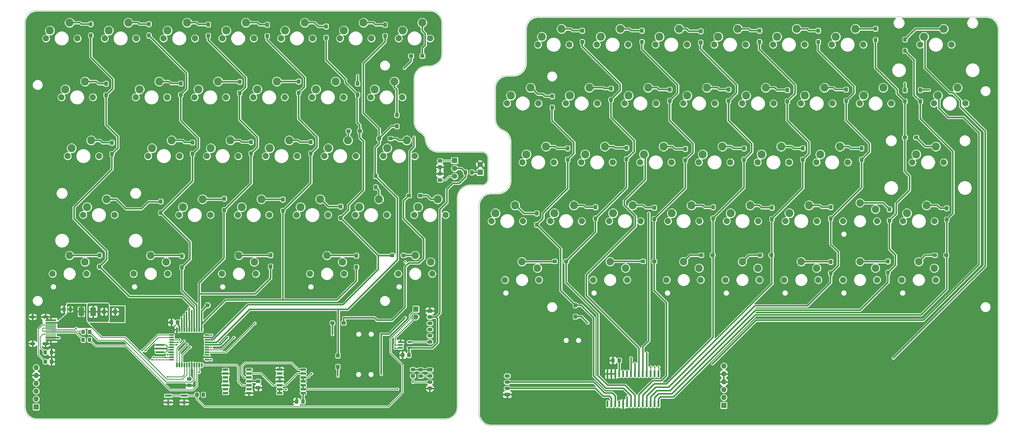
<source format=gbr>
G04 #@! TF.GenerationSoftware,KiCad,Pcbnew,(5.1.4)-1*
G04 #@! TF.CreationDate,2020-03-09T13:06:10+09:00*
G04 #@! TF.ProjectId,skc03,736b6330-332e-46b6-9963-61645f706362,03*
G04 #@! TF.SameCoordinates,PX7565b60PY115170f0*
G04 #@! TF.FileFunction,Copper,L2,Bot*
G04 #@! TF.FilePolarity,Positive*
%FSLAX46Y46*%
G04 Gerber Fmt 4.6, Leading zero omitted, Abs format (unit mm)*
G04 Created by KiCad (PCBNEW (5.1.4)-1) date 2020-03-09 13:06:10*
%MOMM*%
%LPD*%
G04 APERTURE LIST*
G04 #@! TA.AperFunction,NonConductor*
%ADD10C,0.100000*%
G04 #@! TD*
G04 #@! TA.AperFunction,ComponentPad*
%ADD11C,2.600000*%
G04 #@! TD*
G04 #@! TA.AperFunction,ViaPad*
%ADD12C,2.000000*%
G04 #@! TD*
G04 #@! TA.AperFunction,ComponentPad*
%ADD13C,2.400000*%
G04 #@! TD*
G04 #@! TA.AperFunction,Conductor*
%ADD14C,0.150000*%
G04 #@! TD*
G04 #@! TA.AperFunction,SMDPad,CuDef*
%ADD15C,0.600000*%
G04 #@! TD*
G04 #@! TA.AperFunction,SMDPad,CuDef*
%ADD16C,0.300000*%
G04 #@! TD*
G04 #@! TA.AperFunction,ComponentPad*
%ADD17O,2.100000X1.000000*%
G04 #@! TD*
G04 #@! TA.AperFunction,ComponentPad*
%ADD18O,1.800000X1.000000*%
G04 #@! TD*
G04 #@! TA.AperFunction,ComponentPad*
%ADD19O,1.700000X1.700000*%
G04 #@! TD*
G04 #@! TA.AperFunction,ComponentPad*
%ADD20R,1.700000X1.700000*%
G04 #@! TD*
G04 #@! TA.AperFunction,ComponentPad*
%ADD21C,1.450000*%
G04 #@! TD*
G04 #@! TA.AperFunction,SMDPad,CuDef*
%ADD22C,1.150000*%
G04 #@! TD*
G04 #@! TA.AperFunction,SMDPad,CuDef*
%ADD23C,0.700000*%
G04 #@! TD*
G04 #@! TA.AperFunction,SMDPad,CuDef*
%ADD24C,1.200000*%
G04 #@! TD*
G04 #@! TA.AperFunction,SMDPad,CuDef*
%ADD25C,0.550000*%
G04 #@! TD*
G04 #@! TA.AperFunction,ComponentPad*
%ADD26C,1.750000*%
G04 #@! TD*
G04 #@! TA.AperFunction,ComponentPad*
%ADD27R,1.750000X1.750000*%
G04 #@! TD*
G04 #@! TA.AperFunction,ComponentPad*
%ADD28O,1.750000X1.200000*%
G04 #@! TD*
G04 #@! TA.AperFunction,ComponentPad*
%ADD29C,1.200000*%
G04 #@! TD*
G04 #@! TA.AperFunction,SMDPad,CuDef*
%ADD30C,1.800000*%
G04 #@! TD*
G04 #@! TA.AperFunction,SMDPad,CuDef*
%ADD31C,1.250000*%
G04 #@! TD*
G04 #@! TA.AperFunction,SMDPad,CuDef*
%ADD32R,2.100000X0.800000*%
G04 #@! TD*
G04 #@! TA.AperFunction,ViaPad*
%ADD33C,0.600000*%
G04 #@! TD*
G04 #@! TA.AperFunction,Conductor*
%ADD34C,0.508000*%
G04 #@! TD*
G04 #@! TA.AperFunction,Conductor*
%ADD35C,0.254000*%
G04 #@! TD*
G04 #@! TA.AperFunction,Conductor*
%ADD36C,0.203200*%
G04 #@! TD*
G04 APERTURE END LIST*
D10*
X160228499Y7380001D02*
X320228499Y7380001D01*
X156228499Y73830000D02*
X156228499Y78380000D01*
X9424988Y14702327D02*
X9424987Y137379276D01*
X324228499Y11380001D02*
G75*
G02X320228499Y7380001I-4000000J0D01*
G01*
X144422749Y127380726D02*
X144422749Y137379276D01*
X171417299Y135380001D02*
G75*
G02X175417299Y139380001I4000000J0D01*
G01*
X171417299Y135380001D02*
X171417299Y124380000D01*
X13424987Y141379275D02*
X140422750Y141379275D01*
X171417299Y124380000D02*
G75*
G02X167417299Y120380000I-4000000J0D01*
G01*
X320228499Y139380001D02*
G75*
G02X324228499Y135380001I0J-4000000D01*
G01*
X324228499Y11380001D02*
X324228499Y135380001D01*
X165424999Y120380001D02*
X167417299Y120380001D01*
X161425000Y116380001D02*
G75*
G02X165424999Y120380000I3999999J0D01*
G01*
X320228499Y139380001D02*
X175417299Y139380000D01*
X9424988Y137379276D02*
G75*
G02X13424987Y141379275I3999999J0D01*
G01*
X140422750Y141379275D02*
G75*
G02X144422749Y137379276I0J-3999999D01*
G01*
X137476198Y102095543D02*
G75*
G02X135423087Y105589770I1946889J3494227D01*
G01*
X161424999Y106380001D02*
X161425000Y116380001D01*
X163924999Y102671902D02*
G75*
G02X161424999Y106380001I1500000J3708099D01*
G01*
X163925000Y102671900D02*
G75*
G02X166424999Y98963802I-1500000J-3708098D01*
G01*
X166424999Y86380000D02*
X166424999Y98963802D01*
X166424999Y86380000D02*
G75*
G02X162424999Y82380000I-4000000J0D01*
G01*
X160228499Y82380000D02*
X162424999Y82380000D01*
X156228499Y78380000D02*
G75*
G02X160228499Y82380000I4000000J0D01*
G01*
X156228499Y11380001D02*
X156228499Y73830000D01*
X149424988Y80899507D02*
X149424988Y13379275D01*
X149424988Y80899506D02*
G75*
G02X153424976Y84899507I4000000J1D01*
G01*
X157294948Y84899519D02*
X153424976Y84899507D01*
X159294942Y86899517D02*
G75*
G02X157294948Y84899519I-1999999J1D01*
G01*
X159294943Y93859517D02*
X159294943Y86899518D01*
X157294943Y95859517D02*
G75*
G02X159294943Y93859517I0J-2000000D01*
G01*
X143119168Y95859515D02*
X157294942Y95859517D01*
X143119169Y95859515D02*
G75*
G02X139140013Y99451681I-1J4000000D01*
G01*
X138949998Y100325416D02*
G75*
G02X139140013Y99451681I-3789139J-1281568D01*
G01*
X137476198Y102095543D02*
G75*
G02X138949998Y100325416I-1557511J-2795381D01*
G01*
X156247761Y10987932D02*
X156228499Y11380001D01*
X156305358Y10599639D02*
X156247761Y10987932D01*
X156400738Y10218862D02*
X156305358Y10599639D01*
X156532981Y9849267D02*
X156400738Y10218862D01*
X156700814Y9494414D02*
X156532981Y9849267D01*
X156902621Y9157720D02*
X156700814Y9494414D01*
X157136458Y8842427D02*
X156902621Y9157720D01*
X157400072Y8551573D02*
X157136458Y8842427D01*
X157690926Y8287959D02*
X157400072Y8551573D01*
X158006219Y8054122D02*
X157690926Y8287959D01*
X158342913Y7852315D02*
X158006219Y8054122D01*
X158697766Y7684482D02*
X158342913Y7852315D01*
X159067361Y7552239D02*
X158697766Y7684482D01*
X159448138Y7456859D02*
X159067361Y7552239D01*
X159836431Y7399262D02*
X159448138Y7456859D01*
X160228499Y7380001D02*
X159836431Y7399262D01*
X149424988Y13379275D02*
G75*
G02X145424988Y9379275I-4000000J0D01*
G01*
X135423087Y119380727D02*
X135423087Y105589770D01*
X135423088Y119380727D02*
G75*
G02X139423087Y123380726I3999999J0D01*
G01*
X140422750Y123380727D02*
X139423087Y123380726D01*
X144422749Y127380726D02*
G75*
G02X140422750Y123380727I-3999999J0D01*
G01*
X145424988Y9379275D02*
X13424987Y9379275D01*
X9424987Y13379275D02*
X9424988Y14702327D01*
X13424987Y9379275D02*
G75*
G02X9424987Y13379275I0J4000000D01*
G01*
D11*
G04 #@! TO.P,SW39,1*
G04 #@! TO.N,ROW-R0*
X300114999Y132920001D03*
G04 #@! TO.P,SW39,2*
G04 #@! TO.N,Net-(D39-Pad1)*
X306464999Y135460001D03*
D12*
G04 #@! TD*
G04 #@! TO.N,*
G04 #@! TO.C,SW39*
X309004999Y130380001D03*
G04 #@! TO.N,*
G04 #@! TO.C,SW39*
X298844999Y130380001D03*
G04 #@! TD*
G04 #@! TO.N,*
G04 #@! TO.C,SW69*
X303924999Y54380001D03*
X292924999Y54380001D03*
D13*
G04 #@! TD*
G04 #@! TO.P,SW69,1*
G04 #@! TO.N,ROW-R4*
X303424999Y58180001D03*
G04 #@! TO.P,SW69,2*
G04 #@! TO.N,Net-(D69-Pad1)*
X298424999Y60280001D03*
G04 #@! TD*
D12*
G04 #@! TO.N,*
G04 #@! TO.C,SW66*
X227924999Y54380001D03*
X216924999Y54380001D03*
D13*
G04 #@! TD*
G04 #@! TO.P,SW66,1*
G04 #@! TO.N,ROW-R4*
X227424999Y58180001D03*
G04 #@! TO.P,SW66,2*
G04 #@! TO.N,Net-(D66-Pad1)*
X222424999Y60280001D03*
G04 #@! TD*
D12*
G04 #@! TO.N,*
G04 #@! TO.C,SW70*
X284924999Y54380001D03*
X273924999Y54380001D03*
D13*
G04 #@! TD*
G04 #@! TO.P,SW70,1*
G04 #@! TO.N,ROW-R4*
X284424999Y58180001D03*
G04 #@! TO.P,SW70,2*
G04 #@! TO.N,Net-(D70-Pad1)*
X279424999Y60280001D03*
G04 #@! TD*
D12*
G04 #@! TO.N,*
G04 #@! TO.C,SW61*
X284924999Y73380001D03*
X273924999Y73380001D03*
D13*
G04 #@! TD*
G04 #@! TO.P,SW61,1*
G04 #@! TO.N,ROW-R3*
X284424999Y77180001D03*
G04 #@! TO.P,SW61,2*
G04 #@! TO.N,Net-(D61-Pad1)*
X279424999Y79280001D03*
G04 #@! TD*
D12*
G04 #@! TO.N,*
G04 #@! TO.C,SW68*
X265924999Y54380001D03*
X254924999Y54380001D03*
D13*
G04 #@! TD*
G04 #@! TO.P,SW68,1*
G04 #@! TO.N,ROW-R4*
X265424999Y58180001D03*
G04 #@! TO.P,SW68,2*
G04 #@! TO.N,Net-(D68-Pad1)*
X260424999Y60280001D03*
G04 #@! TD*
D12*
G04 #@! TO.N,*
G04 #@! TO.C,SW67*
X246924999Y54380001D03*
X235924999Y54380001D03*
D13*
G04 #@! TD*
G04 #@! TO.P,SW67,1*
G04 #@! TO.N,ROW-R4*
X246424999Y58180001D03*
G04 #@! TO.P,SW67,2*
G04 #@! TO.N,Net-(D67-Pad1)*
X241424999Y60280001D03*
G04 #@! TD*
D12*
G04 #@! TO.N,*
G04 #@! TO.C,SW28*
X84175000Y56380000D03*
X73175000Y56380000D03*
D13*
G04 #@! TD*
G04 #@! TO.P,SW28,1*
G04 #@! TO.N,ROW-L4*
X83675000Y60180000D03*
G04 #@! TO.P,SW28,2*
G04 #@! TO.N,Net-(D28-Pad1)*
X78675000Y62280000D03*
G04 #@! TD*
D12*
G04 #@! TO.N,*
G04 #@! TO.C,SW29*
X112675000Y56380000D03*
X101675000Y56380000D03*
D13*
G04 #@! TD*
G04 #@! TO.P,SW29,1*
G04 #@! TO.N,ROW-L4*
X112175000Y60180000D03*
G04 #@! TO.P,SW29,2*
G04 #@! TO.N,Net-(D29-Pad1)*
X107175000Y62280000D03*
G04 #@! TD*
D12*
G04 #@! TO.N,*
G04 #@! TO.C,SW27*
X55675000Y56380000D03*
X44675000Y56380000D03*
D13*
G04 #@! TD*
G04 #@! TO.P,SW27,1*
G04 #@! TO.N,ROW-L4*
X55175000Y60180000D03*
G04 #@! TO.P,SW27,2*
G04 #@! TO.N,Net-(D27-Pad1)*
X50175000Y62280000D03*
G04 #@! TD*
D12*
G04 #@! TO.N,*
G04 #@! TO.C,SW65*
X204174999Y54380001D03*
X193174999Y54380001D03*
D13*
G04 #@! TD*
G04 #@! TO.P,SW65,1*
G04 #@! TO.N,ROW-R4*
X203674999Y58180001D03*
G04 #@! TO.P,SW65,2*
G04 #@! TO.N,Net-(D65-Pad1)*
X198674999Y60280001D03*
G04 #@! TD*
D12*
G04 #@! TO.N,*
G04 #@! TO.C,SW64*
X175674999Y54380001D03*
X164674999Y54380001D03*
D13*
G04 #@! TD*
G04 #@! TO.P,SW64,1*
G04 #@! TO.N,ROW-R4*
X175174999Y58180001D03*
G04 #@! TO.P,SW64,2*
G04 #@! TO.N,Net-(D64-Pad1)*
X170174999Y60280001D03*
G04 #@! TD*
D12*
G04 #@! TO.N,*
G04 #@! TO.C,SW30*
X141175000Y56380000D03*
X130175000Y56380000D03*
D13*
G04 #@! TD*
G04 #@! TO.P,SW30,1*
G04 #@! TO.N,ROW-L4*
X140675000Y60180000D03*
G04 #@! TO.P,SW30,2*
G04 #@! TO.N,Net-(D30-Pad1)*
X135675000Y62280000D03*
G04 #@! TD*
D12*
G04 #@! TO.N,*
G04 #@! TO.C,SW26*
X29456960Y56380000D03*
X18456960Y56380000D03*
D13*
G04 #@! TD*
G04 #@! TO.P,SW26,1*
G04 #@! TO.N,ROW-L4*
X28956960Y60180000D03*
G04 #@! TO.P,SW26,2*
G04 #@! TO.N,Net-(D26-Pad1)*
X23956960Y62280000D03*
G04 #@! TD*
D11*
G04 #@! TO.P,SW20,1*
G04 #@! TO.N,ROW-L3*
X29615000Y77920000D03*
G04 #@! TO.P,SW20,2*
G04 #@! TO.N,Net-(D20-Pad1)*
X35965000Y80460000D03*
D12*
G04 #@! TD*
G04 #@! TO.N,*
G04 #@! TO.C,SW20*
X38505000Y75380000D03*
G04 #@! TO.N,*
G04 #@! TO.C,SW20*
X28345000Y75380000D03*
G04 #@! TD*
D11*
G04 #@! TO.P,SW54,1*
G04 #@! TO.N,ROW-R2*
X297614999Y94920001D03*
G04 #@! TO.P,SW54,2*
G04 #@! TO.N,Net-(D54-Pad1)*
X303964999Y97460001D03*
D12*
G04 #@! TD*
G04 #@! TO.N,*
G04 #@! TO.C,SW54*
X306504999Y92380001D03*
G04 #@! TO.N,*
G04 #@! TO.C,SW54*
X296344999Y92380001D03*
G04 #@! TD*
D11*
G04 #@! TO.P,SW14,1*
G04 #@! TO.N,ROW-L2*
X24615000Y96920000D03*
G04 #@! TO.P,SW14,2*
G04 #@! TO.N,Net-(D14-Pad1)*
X30965000Y99460000D03*
D12*
G04 #@! TD*
G04 #@! TO.N,*
G04 #@! TO.C,SW14*
X33505000Y94380000D03*
G04 #@! TO.N,*
G04 #@! TO.C,SW14*
X23345000Y94380000D03*
G04 #@! TD*
D11*
G04 #@! TO.P,SW47,1*
G04 #@! TO.N,ROW-R1*
X304614999Y113920001D03*
G04 #@! TO.P,SW47,2*
G04 #@! TO.N,Net-(D47-Pad1)*
X310964999Y116460001D03*
D12*
G04 #@! TD*
G04 #@! TO.N,*
G04 #@! TO.C,SW47*
X313504999Y111380001D03*
G04 #@! TO.N,*
G04 #@! TO.C,SW47*
X303344999Y111380001D03*
G04 #@! TD*
D11*
G04 #@! TO.P,SW8,1*
G04 #@! TO.N,ROW-L1*
X22615000Y115920000D03*
G04 #@! TO.P,SW8,2*
G04 #@! TO.N,Net-(D8-Pad1)*
X28965000Y118460000D03*
D12*
G04 #@! TD*
G04 #@! TO.N,*
G04 #@! TO.C,SW8*
X31505000Y113380000D03*
G04 #@! TO.N,*
G04 #@! TO.C,SW8*
X21345000Y113380000D03*
G04 #@! TD*
D11*
G04 #@! TO.P,SW3,1*
G04 #@! TO.N,ROW-L0*
X55615000Y134920000D03*
G04 #@! TO.P,SW3,2*
G04 #@! TO.N,Net-(D3-Pad1)*
X61965000Y137460000D03*
D12*
G04 #@! TD*
G04 #@! TO.N,*
G04 #@! TO.C,SW3*
X64505000Y132380000D03*
G04 #@! TO.N,*
G04 #@! TO.C,SW3*
X54345000Y132380000D03*
G04 #@! TD*
D11*
G04 #@! TO.P,SW19,1*
G04 #@! TO.N,ROW-L2*
X126615000Y96920000D03*
G04 #@! TO.P,SW19,2*
G04 #@! TO.N,Net-(D19-Pad1)*
X132965000Y99460000D03*
D12*
G04 #@! TD*
G04 #@! TO.N,*
G04 #@! TO.C,SW19*
X135505000Y94380000D03*
G04 #@! TO.N,*
G04 #@! TO.C,SW19*
X125345000Y94380000D03*
G04 #@! TD*
D11*
G04 #@! TO.P,SW6,1*
G04 #@! TO.N,ROW-L0*
X112615000Y134920000D03*
G04 #@! TO.P,SW6,2*
G04 #@! TO.N,Net-(D6-Pad1)*
X118965000Y137460000D03*
D12*
G04 #@! TD*
G04 #@! TO.N,*
G04 #@! TO.C,SW6*
X121505000Y132380000D03*
G04 #@! TO.N,*
G04 #@! TO.C,SW6*
X111345000Y132380000D03*
G04 #@! TD*
D11*
G04 #@! TO.P,SW24,1*
G04 #@! TO.N,ROW-L3*
X117615000Y77920000D03*
G04 #@! TO.P,SW24,2*
G04 #@! TO.N,Net-(D24-Pad1)*
X123965000Y80460000D03*
D12*
G04 #@! TD*
G04 #@! TO.N,*
G04 #@! TO.C,SW24*
X126505000Y75380000D03*
G04 #@! TO.N,*
G04 #@! TO.C,SW24*
X116345000Y75380000D03*
G04 #@! TD*
D11*
G04 #@! TO.P,SW44,1*
G04 #@! TO.N,ROW-R1*
X242614999Y113920001D03*
G04 #@! TO.P,SW44,2*
G04 #@! TO.N,Net-(D44-Pad1)*
X248964999Y116460001D03*
D12*
G04 #@! TD*
G04 #@! TO.N,*
G04 #@! TO.C,SW44*
X251504999Y111380001D03*
G04 #@! TO.N,*
G04 #@! TO.C,SW44*
X241344999Y111380001D03*
G04 #@! TD*
D11*
G04 #@! TO.P,SW62,1*
G04 #@! TO.N,ROW-R3*
X294614999Y75920001D03*
G04 #@! TO.P,SW62,2*
G04 #@! TO.N,Net-(D62-Pad1)*
X300964999Y78460001D03*
D12*
G04 #@! TD*
G04 #@! TO.N,*
G04 #@! TO.C,SW62*
X303504999Y73380001D03*
G04 #@! TO.N,*
G04 #@! TO.C,SW62*
X293344999Y73380001D03*
G04 #@! TD*
D11*
G04 #@! TO.P,SW60,1*
G04 #@! TO.N,ROW-R3*
X256614999Y75920001D03*
G04 #@! TO.P,SW60,2*
G04 #@! TO.N,Net-(D60-Pad1)*
X262964999Y78460001D03*
D12*
G04 #@! TD*
G04 #@! TO.N,*
G04 #@! TO.C,SW60*
X265504999Y73380001D03*
G04 #@! TO.N,*
G04 #@! TO.C,SW60*
X255344999Y73380001D03*
G04 #@! TD*
D11*
G04 #@! TO.P,SW25,1*
G04 #@! TO.N,ROW-L3*
X136615000Y77920000D03*
G04 #@! TO.P,SW25,2*
G04 #@! TO.N,Net-(D25-Pad1)*
X142965000Y80460000D03*
D12*
G04 #@! TD*
G04 #@! TO.N,*
G04 #@! TO.C,SW25*
X145505000Y75380000D03*
G04 #@! TO.N,*
G04 #@! TO.C,SW25*
X135345000Y75380000D03*
G04 #@! TD*
D11*
G04 #@! TO.P,SW38,1*
G04 #@! TO.N,ROW-R0*
X271614999Y132920001D03*
G04 #@! TO.P,SW38,2*
G04 #@! TO.N,Net-(D38-Pad1)*
X277964999Y135460001D03*
D12*
G04 #@! TD*
G04 #@! TO.N,*
G04 #@! TO.C,SW38*
X280504999Y130380001D03*
G04 #@! TO.N,*
G04 #@! TO.C,SW38*
X270344999Y130380001D03*
G04 #@! TD*
D11*
G04 #@! TO.P,SW59,1*
G04 #@! TO.N,ROW-R3*
X237614999Y75920001D03*
G04 #@! TO.P,SW59,2*
G04 #@! TO.N,Net-(D59-Pad1)*
X243964999Y78460001D03*
D12*
G04 #@! TD*
G04 #@! TO.N,*
G04 #@! TO.C,SW59*
X246504999Y73380001D03*
G04 #@! TO.N,*
G04 #@! TO.C,SW59*
X236344999Y73380001D03*
G04 #@! TD*
D11*
G04 #@! TO.P,SW58,1*
G04 #@! TO.N,ROW-R3*
X218614999Y75920001D03*
G04 #@! TO.P,SW58,2*
G04 #@! TO.N,Net-(D58-Pad1)*
X224964999Y78460001D03*
D12*
G04 #@! TD*
G04 #@! TO.N,*
G04 #@! TO.C,SW58*
X227504999Y73380001D03*
G04 #@! TO.N,*
G04 #@! TO.C,SW58*
X217344999Y73380001D03*
G04 #@! TD*
D11*
G04 #@! TO.P,SW57,1*
G04 #@! TO.N,ROW-R3*
X199614999Y75920001D03*
G04 #@! TO.P,SW57,2*
G04 #@! TO.N,Net-(D57-Pad1)*
X205964999Y78460001D03*
D12*
G04 #@! TD*
G04 #@! TO.N,*
G04 #@! TO.C,SW57*
X208504999Y73380001D03*
G04 #@! TO.N,*
G04 #@! TO.C,SW57*
X198344999Y73380001D03*
G04 #@! TD*
D11*
G04 #@! TO.P,SW56,1*
G04 #@! TO.N,ROW-R3*
X180614999Y75920001D03*
G04 #@! TO.P,SW56,2*
G04 #@! TO.N,Net-(D56-Pad1)*
X186964999Y78460001D03*
D12*
G04 #@! TD*
G04 #@! TO.N,*
G04 #@! TO.C,SW56*
X189504999Y73380001D03*
G04 #@! TO.N,*
G04 #@! TO.C,SW56*
X179344999Y73380001D03*
G04 #@! TD*
D11*
G04 #@! TO.P,SW55,1*
G04 #@! TO.N,ROW-R3*
X161614999Y75920001D03*
G04 #@! TO.P,SW55,2*
G04 #@! TO.N,Net-(D55-Pad1)*
X167964999Y78460001D03*
D12*
G04 #@! TD*
G04 #@! TO.N,*
G04 #@! TO.C,SW55*
X170504999Y73380001D03*
G04 #@! TO.N,*
G04 #@! TO.C,SW55*
X160344999Y73380001D03*
G04 #@! TD*
D11*
G04 #@! TO.P,SW53,1*
G04 #@! TO.N,ROW-R2*
X266614999Y94920001D03*
G04 #@! TO.P,SW53,2*
G04 #@! TO.N,Net-(D53-Pad1)*
X272964999Y97460001D03*
D12*
G04 #@! TD*
G04 #@! TO.N,*
G04 #@! TO.C,SW53*
X275504999Y92380001D03*
G04 #@! TO.N,*
G04 #@! TO.C,SW53*
X265344999Y92380001D03*
G04 #@! TD*
D11*
G04 #@! TO.P,SW52,1*
G04 #@! TO.N,ROW-R2*
X247614999Y94920001D03*
G04 #@! TO.P,SW52,2*
G04 #@! TO.N,Net-(D52-Pad1)*
X253964999Y97460001D03*
D12*
G04 #@! TD*
G04 #@! TO.N,*
G04 #@! TO.C,SW52*
X256504999Y92380001D03*
G04 #@! TO.N,*
G04 #@! TO.C,SW52*
X246344999Y92380001D03*
G04 #@! TD*
D11*
G04 #@! TO.P,SW51,1*
G04 #@! TO.N,ROW-R2*
X228614999Y94920001D03*
G04 #@! TO.P,SW51,2*
G04 #@! TO.N,Net-(D51-Pad1)*
X234964999Y97460001D03*
D12*
G04 #@! TD*
G04 #@! TO.N,*
G04 #@! TO.C,SW51*
X237504999Y92380001D03*
G04 #@! TO.N,*
G04 #@! TO.C,SW51*
X227344999Y92380001D03*
G04 #@! TD*
D11*
G04 #@! TO.P,SW50,1*
G04 #@! TO.N,ROW-R2*
X209614999Y94920001D03*
G04 #@! TO.P,SW50,2*
G04 #@! TO.N,Net-(D50-Pad1)*
X215964999Y97460001D03*
D12*
G04 #@! TD*
G04 #@! TO.N,*
G04 #@! TO.C,SW50*
X218504999Y92380001D03*
G04 #@! TO.N,*
G04 #@! TO.C,SW50*
X208344999Y92380001D03*
G04 #@! TD*
D11*
G04 #@! TO.P,SW49,1*
G04 #@! TO.N,ROW-R2*
X190614999Y94920001D03*
G04 #@! TO.P,SW49,2*
G04 #@! TO.N,Net-(D49-Pad1)*
X196964999Y97460001D03*
D12*
G04 #@! TD*
G04 #@! TO.N,*
G04 #@! TO.C,SW49*
X199504999Y92380001D03*
G04 #@! TO.N,*
G04 #@! TO.C,SW49*
X189344999Y92380001D03*
G04 #@! TD*
D11*
G04 #@! TO.P,SW48,1*
G04 #@! TO.N,ROW-R2*
X171614999Y94920001D03*
G04 #@! TO.P,SW48,2*
G04 #@! TO.N,Net-(D48-Pad1)*
X177964999Y97460001D03*
D12*
G04 #@! TD*
G04 #@! TO.N,*
G04 #@! TO.C,SW48*
X180504999Y92380001D03*
G04 #@! TO.N,*
G04 #@! TO.C,SW48*
X170344999Y92380001D03*
G04 #@! TD*
D11*
G04 #@! TO.P,SW46,1*
G04 #@! TO.N,ROW-R1*
X280614999Y113920001D03*
G04 #@! TO.P,SW46,2*
G04 #@! TO.N,Net-(D46-Pad1)*
X286964999Y116460001D03*
D12*
G04 #@! TD*
G04 #@! TO.N,*
G04 #@! TO.C,SW46*
X289504999Y111380001D03*
G04 #@! TO.N,*
G04 #@! TO.C,SW46*
X279344999Y111380001D03*
G04 #@! TD*
D11*
G04 #@! TO.P,SW45,1*
G04 #@! TO.N,ROW-R1*
X261614999Y113920001D03*
G04 #@! TO.P,SW45,2*
G04 #@! TO.N,Net-(D45-Pad1)*
X267964999Y116460001D03*
D12*
G04 #@! TD*
G04 #@! TO.N,*
G04 #@! TO.C,SW45*
X270504999Y111380001D03*
G04 #@! TO.N,*
G04 #@! TO.C,SW45*
X260344999Y111380001D03*
G04 #@! TD*
D11*
G04 #@! TO.P,SW43,1*
G04 #@! TO.N,ROW-R1*
X223614999Y113920001D03*
G04 #@! TO.P,SW43,2*
G04 #@! TO.N,Net-(D43-Pad1)*
X229964999Y116460001D03*
D12*
G04 #@! TD*
G04 #@! TO.N,*
G04 #@! TO.C,SW43*
X232504999Y111380001D03*
G04 #@! TO.N,*
G04 #@! TO.C,SW43*
X222344999Y111380001D03*
G04 #@! TD*
D11*
G04 #@! TO.P,SW42,1*
G04 #@! TO.N,ROW-R1*
X204614999Y113920001D03*
G04 #@! TO.P,SW42,2*
G04 #@! TO.N,Net-(D42-Pad1)*
X210964999Y116460001D03*
D12*
G04 #@! TD*
G04 #@! TO.N,*
G04 #@! TO.C,SW42*
X213504999Y111380001D03*
G04 #@! TO.N,*
G04 #@! TO.C,SW42*
X203344999Y111380001D03*
G04 #@! TD*
D11*
G04 #@! TO.P,SW41,1*
G04 #@! TO.N,ROW-R1*
X185614999Y113920001D03*
G04 #@! TO.P,SW41,2*
G04 #@! TO.N,Net-(D41-Pad1)*
X191964999Y116460001D03*
D12*
G04 #@! TD*
G04 #@! TO.N,*
G04 #@! TO.C,SW41*
X194504999Y111380001D03*
G04 #@! TO.N,*
G04 #@! TO.C,SW41*
X184344999Y111380001D03*
G04 #@! TD*
D11*
G04 #@! TO.P,SW40,1*
G04 #@! TO.N,ROW-R1*
X166614999Y113920001D03*
G04 #@! TO.P,SW40,2*
G04 #@! TO.N,Net-(D40-Pad1)*
X172964999Y116460001D03*
D12*
G04 #@! TD*
G04 #@! TO.N,*
G04 #@! TO.C,SW40*
X175504999Y111380001D03*
G04 #@! TO.N,*
G04 #@! TO.C,SW40*
X165344999Y111380001D03*
G04 #@! TD*
D11*
G04 #@! TO.P,SW37,1*
G04 #@! TO.N,ROW-R0*
X252614999Y132920001D03*
G04 #@! TO.P,SW37,2*
G04 #@! TO.N,Net-(D37-Pad1)*
X258964999Y135460001D03*
D12*
G04 #@! TD*
G04 #@! TO.N,*
G04 #@! TO.C,SW37*
X261504999Y130380001D03*
G04 #@! TO.N,*
G04 #@! TO.C,SW37*
X251344999Y130380001D03*
G04 #@! TD*
D11*
G04 #@! TO.P,SW36,1*
G04 #@! TO.N,ROW-R0*
X233614999Y132920001D03*
G04 #@! TO.P,SW36,2*
G04 #@! TO.N,Net-(D36-Pad1)*
X239964999Y135460001D03*
D12*
G04 #@! TD*
G04 #@! TO.N,*
G04 #@! TO.C,SW36*
X242504999Y130380001D03*
G04 #@! TO.N,*
G04 #@! TO.C,SW36*
X232344999Y130380001D03*
G04 #@! TD*
D11*
G04 #@! TO.P,SW35,1*
G04 #@! TO.N,ROW-R0*
X214614999Y132920001D03*
G04 #@! TO.P,SW35,2*
G04 #@! TO.N,Net-(D35-Pad1)*
X220964999Y135460001D03*
D12*
G04 #@! TD*
G04 #@! TO.N,*
G04 #@! TO.C,SW35*
X223504999Y130380001D03*
G04 #@! TO.N,*
G04 #@! TO.C,SW35*
X213344999Y130380001D03*
G04 #@! TD*
D11*
G04 #@! TO.P,SW34,1*
G04 #@! TO.N,ROW-R0*
X195614999Y132920001D03*
G04 #@! TO.P,SW34,2*
G04 #@! TO.N,Net-(D34-Pad1)*
X201964999Y135460001D03*
D12*
G04 #@! TD*
G04 #@! TO.N,*
G04 #@! TO.C,SW34*
X204504999Y130380001D03*
G04 #@! TO.N,*
G04 #@! TO.C,SW34*
X194344999Y130380001D03*
G04 #@! TD*
D11*
G04 #@! TO.P,SW33,1*
G04 #@! TO.N,ROW-R0*
X176614999Y132920001D03*
G04 #@! TO.P,SW33,2*
G04 #@! TO.N,Net-(D33-Pad1)*
X182964999Y135460001D03*
D12*
G04 #@! TD*
G04 #@! TO.N,*
G04 #@! TO.C,SW33*
X185504999Y130380001D03*
G04 #@! TO.N,*
G04 #@! TO.C,SW33*
X175344999Y130380001D03*
G04 #@! TD*
D11*
G04 #@! TO.P,SW23,1*
G04 #@! TO.N,ROW-L3*
X98615000Y77920000D03*
G04 #@! TO.P,SW23,2*
G04 #@! TO.N,Net-(D23-Pad1)*
X104965000Y80460000D03*
D12*
G04 #@! TD*
G04 #@! TO.N,*
G04 #@! TO.C,SW23*
X107505000Y75380000D03*
G04 #@! TO.N,*
G04 #@! TO.C,SW23*
X97345000Y75380000D03*
G04 #@! TD*
D11*
G04 #@! TO.P,SW22,1*
G04 #@! TO.N,ROW-L3*
X79615000Y77920000D03*
G04 #@! TO.P,SW22,2*
G04 #@! TO.N,Net-(D22-Pad1)*
X85965000Y80460000D03*
D12*
G04 #@! TD*
G04 #@! TO.N,*
G04 #@! TO.C,SW22*
X88505000Y75380000D03*
G04 #@! TO.N,*
G04 #@! TO.C,SW22*
X78345000Y75380000D03*
G04 #@! TD*
D11*
G04 #@! TO.P,SW21,1*
G04 #@! TO.N,ROW-L3*
X60615000Y77920000D03*
G04 #@! TO.P,SW21,2*
G04 #@! TO.N,Net-(D21-Pad1)*
X66965000Y80460000D03*
D12*
G04 #@! TD*
G04 #@! TO.N,*
G04 #@! TO.C,SW21*
X69505000Y75380000D03*
G04 #@! TO.N,*
G04 #@! TO.C,SW21*
X59345000Y75380000D03*
G04 #@! TD*
D11*
G04 #@! TO.P,SW18,1*
G04 #@! TO.N,ROW-L2*
X107615000Y96920000D03*
G04 #@! TO.P,SW18,2*
G04 #@! TO.N,Net-(D18-Pad1)*
X113965000Y99460000D03*
D12*
G04 #@! TD*
G04 #@! TO.N,*
G04 #@! TO.C,SW18*
X116505000Y94380000D03*
G04 #@! TO.N,*
G04 #@! TO.C,SW18*
X106345000Y94380000D03*
G04 #@! TD*
D11*
G04 #@! TO.P,SW17,1*
G04 #@! TO.N,ROW-L2*
X88615000Y96920000D03*
G04 #@! TO.P,SW17,2*
G04 #@! TO.N,Net-(D17-Pad1)*
X94965000Y99460000D03*
D12*
G04 #@! TD*
G04 #@! TO.N,*
G04 #@! TO.C,SW17*
X97505000Y94380000D03*
G04 #@! TO.N,*
G04 #@! TO.C,SW17*
X87345000Y94380000D03*
G04 #@! TD*
D11*
G04 #@! TO.P,SW16,1*
G04 #@! TO.N,ROW-L2*
X69615000Y96920000D03*
G04 #@! TO.P,SW16,2*
G04 #@! TO.N,Net-(D16-Pad1)*
X75965000Y99460000D03*
D12*
G04 #@! TD*
G04 #@! TO.N,*
G04 #@! TO.C,SW16*
X78505000Y94380000D03*
G04 #@! TO.N,*
G04 #@! TO.C,SW16*
X68345000Y94380000D03*
G04 #@! TD*
D11*
G04 #@! TO.P,SW15,1*
G04 #@! TO.N,ROW-L2*
X50615000Y96920000D03*
G04 #@! TO.P,SW15,2*
G04 #@! TO.N,Net-(D15-Pad1)*
X56965000Y99460000D03*
D12*
G04 #@! TD*
G04 #@! TO.N,*
G04 #@! TO.C,SW15*
X59505000Y94380000D03*
G04 #@! TO.N,*
G04 #@! TO.C,SW15*
X49345000Y94380000D03*
G04 #@! TD*
D11*
G04 #@! TO.P,SW13,1*
G04 #@! TO.N,ROW-L1*
X122615000Y115920000D03*
G04 #@! TO.P,SW13,2*
G04 #@! TO.N,Net-(D13-Pad1)*
X128965000Y118460000D03*
D12*
G04 #@! TD*
G04 #@! TO.N,*
G04 #@! TO.C,SW13*
X131505000Y113380000D03*
G04 #@! TO.N,*
G04 #@! TO.C,SW13*
X121345000Y113380000D03*
G04 #@! TD*
D11*
G04 #@! TO.P,SW12,1*
G04 #@! TO.N,ROW-L1*
X103615000Y115920000D03*
G04 #@! TO.P,SW12,2*
G04 #@! TO.N,Net-(D12-Pad1)*
X109965000Y118460000D03*
D12*
G04 #@! TD*
G04 #@! TO.N,*
G04 #@! TO.C,SW12*
X112505000Y113380000D03*
G04 #@! TO.N,*
G04 #@! TO.C,SW12*
X102345000Y113380000D03*
G04 #@! TD*
D11*
G04 #@! TO.P,SW11,1*
G04 #@! TO.N,ROW-L1*
X84615000Y115920000D03*
G04 #@! TO.P,SW11,2*
G04 #@! TO.N,Net-(D11-Pad1)*
X90965000Y118460000D03*
D12*
G04 #@! TD*
G04 #@! TO.N,*
G04 #@! TO.C,SW11*
X93505000Y113380000D03*
G04 #@! TO.N,*
G04 #@! TO.C,SW11*
X83345000Y113380000D03*
G04 #@! TD*
D11*
G04 #@! TO.P,SW10,1*
G04 #@! TO.N,ROW-L1*
X65615000Y115920000D03*
G04 #@! TO.P,SW10,2*
G04 #@! TO.N,Net-(D10-Pad1)*
X71965000Y118460000D03*
D12*
G04 #@! TD*
G04 #@! TO.N,*
G04 #@! TO.C,SW10*
X74505000Y113380000D03*
G04 #@! TO.N,*
G04 #@! TO.C,SW10*
X64345000Y113380000D03*
G04 #@! TD*
D11*
G04 #@! TO.P,SW9,1*
G04 #@! TO.N,ROW-L1*
X46615000Y115920000D03*
G04 #@! TO.P,SW9,2*
G04 #@! TO.N,Net-(D9-Pad1)*
X52965000Y118460000D03*
D12*
G04 #@! TD*
G04 #@! TO.N,*
G04 #@! TO.C,SW9*
X55505000Y113380000D03*
G04 #@! TO.N,*
G04 #@! TO.C,SW9*
X45345000Y113380000D03*
G04 #@! TD*
D11*
G04 #@! TO.P,SW7,1*
G04 #@! TO.N,ROW-L0*
X131615000Y134920000D03*
G04 #@! TO.P,SW7,2*
G04 #@! TO.N,Net-(D7-Pad1)*
X137965000Y137460000D03*
D12*
G04 #@! TD*
G04 #@! TO.N,*
G04 #@! TO.C,SW7*
X140505000Y132380000D03*
G04 #@! TO.N,*
G04 #@! TO.C,SW7*
X130345000Y132380000D03*
G04 #@! TD*
D11*
G04 #@! TO.P,SW5,1*
G04 #@! TO.N,ROW-L0*
X93615000Y134920000D03*
G04 #@! TO.P,SW5,2*
G04 #@! TO.N,Net-(D5-Pad1)*
X99965000Y137460000D03*
D12*
G04 #@! TD*
G04 #@! TO.N,*
G04 #@! TO.C,SW5*
X102505000Y132380000D03*
G04 #@! TO.N,*
G04 #@! TO.C,SW5*
X92345000Y132380000D03*
G04 #@! TD*
D11*
G04 #@! TO.P,SW4,1*
G04 #@! TO.N,ROW-L0*
X74615000Y134920000D03*
G04 #@! TO.P,SW4,2*
G04 #@! TO.N,Net-(D4-Pad1)*
X80965000Y137460000D03*
D12*
G04 #@! TD*
G04 #@! TO.N,*
G04 #@! TO.C,SW4*
X83505000Y132380000D03*
G04 #@! TO.N,*
G04 #@! TO.C,SW4*
X73345000Y132380000D03*
G04 #@! TD*
D11*
G04 #@! TO.P,SW2,1*
G04 #@! TO.N,ROW-L0*
X36615000Y134920000D03*
G04 #@! TO.P,SW2,2*
G04 #@! TO.N,Net-(D2-Pad1)*
X42965000Y137460000D03*
D12*
G04 #@! TD*
G04 #@! TO.N,*
G04 #@! TO.C,SW2*
X45505000Y132380000D03*
G04 #@! TO.N,*
G04 #@! TO.C,SW2*
X35345000Y132380000D03*
G04 #@! TD*
D11*
G04 #@! TO.P,SW1,1*
G04 #@! TO.N,ROW-L0*
X17615000Y134920000D03*
G04 #@! TO.P,SW1,2*
G04 #@! TO.N,Net-(D1-Pad1)*
X23965000Y137460000D03*
D12*
G04 #@! TD*
G04 #@! TO.N,*
G04 #@! TO.C,SW1*
X26505000Y132380000D03*
G04 #@! TO.N,*
G04 #@! TO.C,SW1*
X16345000Y132380000D03*
G04 #@! TD*
D14*
G04 #@! TO.N,GND*
G04 #@! TO.C,J5*
G36*
X19464703Y41629278D02*
G01*
X19479264Y41627118D01*
X19493543Y41623541D01*
X19507403Y41618582D01*
X19520710Y41612288D01*
X19533336Y41604720D01*
X19545159Y41595952D01*
X19556066Y41586066D01*
X19565952Y41575159D01*
X19574720Y41563336D01*
X19582288Y41550710D01*
X19588582Y41537403D01*
X19593541Y41523543D01*
X19597118Y41509264D01*
X19599278Y41494703D01*
X19600000Y41480000D01*
X19600000Y41180000D01*
X19599278Y41165297D01*
X19597118Y41150736D01*
X19593541Y41136457D01*
X19588582Y41122597D01*
X19582288Y41109290D01*
X19574720Y41096664D01*
X19565952Y41084841D01*
X19556066Y41073934D01*
X19545159Y41064048D01*
X19533336Y41055280D01*
X19520710Y41047712D01*
X19507403Y41041418D01*
X19493543Y41036459D01*
X19479264Y41032882D01*
X19464703Y41030722D01*
X19450000Y41030000D01*
X16400000Y41030000D01*
X16385297Y41030722D01*
X16370736Y41032882D01*
X16356457Y41036459D01*
X16342597Y41041418D01*
X16329290Y41047712D01*
X16316664Y41055280D01*
X16304841Y41064048D01*
X16293934Y41073934D01*
X16284048Y41084841D01*
X16275280Y41096664D01*
X16267712Y41109290D01*
X16261418Y41122597D01*
X16256459Y41136457D01*
X16252882Y41150736D01*
X16250722Y41165297D01*
X16250000Y41180000D01*
X16250000Y41480000D01*
X16250722Y41494703D01*
X16252882Y41509264D01*
X16256459Y41523543D01*
X16261418Y41537403D01*
X16267712Y41550710D01*
X16275280Y41563336D01*
X16284048Y41575159D01*
X16293934Y41586066D01*
X16304841Y41595952D01*
X16316664Y41604720D01*
X16329290Y41612288D01*
X16342597Y41618582D01*
X16356457Y41623541D01*
X16370736Y41627118D01*
X16385297Y41629278D01*
X16400000Y41630000D01*
X19450000Y41630000D01*
X19464703Y41629278D01*
X19464703Y41629278D01*
G37*
D15*
G04 #@! TD*
G04 #@! TO.P,J5,A12_B1*
G04 #@! TO.N,GND*
X17925000Y41330000D03*
D14*
G04 #@! TO.N,Net-(C2-Pad1)*
G04 #@! TO.C,J5*
G36*
X19464703Y40829278D02*
G01*
X19479264Y40827118D01*
X19493543Y40823541D01*
X19507403Y40818582D01*
X19520710Y40812288D01*
X19533336Y40804720D01*
X19545159Y40795952D01*
X19556066Y40786066D01*
X19565952Y40775159D01*
X19574720Y40763336D01*
X19582288Y40750710D01*
X19588582Y40737403D01*
X19593541Y40723543D01*
X19597118Y40709264D01*
X19599278Y40694703D01*
X19600000Y40680000D01*
X19600000Y40380000D01*
X19599278Y40365297D01*
X19597118Y40350736D01*
X19593541Y40336457D01*
X19588582Y40322597D01*
X19582288Y40309290D01*
X19574720Y40296664D01*
X19565952Y40284841D01*
X19556066Y40273934D01*
X19545159Y40264048D01*
X19533336Y40255280D01*
X19520710Y40247712D01*
X19507403Y40241418D01*
X19493543Y40236459D01*
X19479264Y40232882D01*
X19464703Y40230722D01*
X19450000Y40230000D01*
X16350000Y40230000D01*
X16335297Y40230722D01*
X16320736Y40232882D01*
X16306457Y40236459D01*
X16292597Y40241418D01*
X16279290Y40247712D01*
X16266664Y40255280D01*
X16254841Y40264048D01*
X16243934Y40273934D01*
X16234048Y40284841D01*
X16225280Y40296664D01*
X16217712Y40309290D01*
X16211418Y40322597D01*
X16206459Y40336457D01*
X16202882Y40350736D01*
X16200722Y40365297D01*
X16200000Y40380000D01*
X16200000Y40680000D01*
X16200722Y40694703D01*
X16202882Y40709264D01*
X16206459Y40723543D01*
X16211418Y40737403D01*
X16217712Y40750710D01*
X16225280Y40763336D01*
X16234048Y40775159D01*
X16243934Y40786066D01*
X16254841Y40795952D01*
X16266664Y40804720D01*
X16279290Y40812288D01*
X16292597Y40818582D01*
X16306457Y40823541D01*
X16320736Y40827118D01*
X16335297Y40829278D01*
X16350000Y40830000D01*
X19450000Y40830000D01*
X19464703Y40829278D01*
X19464703Y40829278D01*
G37*
D15*
G04 #@! TD*
G04 #@! TO.P,J5,A9_B4*
G04 #@! TO.N,Net-(C2-Pad1)*
X17900000Y40530000D03*
D14*
G04 #@! TO.N,Net-(J5-PadB5)*
G04 #@! TO.C,J5*
G36*
X19532351Y40029639D02*
G01*
X19539632Y40028559D01*
X19546771Y40026771D01*
X19553701Y40024291D01*
X19560355Y40021144D01*
X19566668Y40017360D01*
X19572579Y40012976D01*
X19578033Y40008033D01*
X19582976Y40002579D01*
X19587360Y39996668D01*
X19591144Y39990355D01*
X19594291Y39983701D01*
X19596771Y39976771D01*
X19598559Y39969632D01*
X19599639Y39962351D01*
X19600000Y39955000D01*
X19600000Y39805000D01*
X19599639Y39797649D01*
X19598559Y39790368D01*
X19596771Y39783229D01*
X19594291Y39776299D01*
X19591144Y39769645D01*
X19587360Y39763332D01*
X19582976Y39757421D01*
X19578033Y39751967D01*
X19572579Y39747024D01*
X19566668Y39742640D01*
X19560355Y39738856D01*
X19553701Y39735709D01*
X19546771Y39733229D01*
X19539632Y39731441D01*
X19532351Y39730361D01*
X19525000Y39730000D01*
X16275000Y39730000D01*
X16267649Y39730361D01*
X16260368Y39731441D01*
X16253229Y39733229D01*
X16246299Y39735709D01*
X16239645Y39738856D01*
X16233332Y39742640D01*
X16227421Y39747024D01*
X16221967Y39751967D01*
X16217024Y39757421D01*
X16212640Y39763332D01*
X16208856Y39769645D01*
X16205709Y39776299D01*
X16203229Y39783229D01*
X16201441Y39790368D01*
X16200361Y39797649D01*
X16200000Y39805000D01*
X16200000Y39955000D01*
X16200361Y39962351D01*
X16201441Y39969632D01*
X16203229Y39976771D01*
X16205709Y39983701D01*
X16208856Y39990355D01*
X16212640Y39996668D01*
X16217024Y40002579D01*
X16221967Y40008033D01*
X16227421Y40012976D01*
X16233332Y40017360D01*
X16239645Y40021144D01*
X16246299Y40024291D01*
X16253229Y40026771D01*
X16260368Y40028559D01*
X16267649Y40029639D01*
X16275000Y40030000D01*
X19525000Y40030000D01*
X19532351Y40029639D01*
X19532351Y40029639D01*
G37*
D16*
G04 #@! TD*
G04 #@! TO.P,J5,B5*
G04 #@! TO.N,Net-(J5-PadB5)*
X17900000Y39880000D03*
D14*
G04 #@! TO.N,Net-(J5-PadA8)*
G04 #@! TO.C,J5*
G36*
X19532351Y39529639D02*
G01*
X19539632Y39528559D01*
X19546771Y39526771D01*
X19553701Y39524291D01*
X19560355Y39521144D01*
X19566668Y39517360D01*
X19572579Y39512976D01*
X19578033Y39508033D01*
X19582976Y39502579D01*
X19587360Y39496668D01*
X19591144Y39490355D01*
X19594291Y39483701D01*
X19596771Y39476771D01*
X19598559Y39469632D01*
X19599639Y39462351D01*
X19600000Y39455000D01*
X19600000Y39305000D01*
X19599639Y39297649D01*
X19598559Y39290368D01*
X19596771Y39283229D01*
X19594291Y39276299D01*
X19591144Y39269645D01*
X19587360Y39263332D01*
X19582976Y39257421D01*
X19578033Y39251967D01*
X19572579Y39247024D01*
X19566668Y39242640D01*
X19560355Y39238856D01*
X19553701Y39235709D01*
X19546771Y39233229D01*
X19539632Y39231441D01*
X19532351Y39230361D01*
X19525000Y39230000D01*
X16275000Y39230000D01*
X16267649Y39230361D01*
X16260368Y39231441D01*
X16253229Y39233229D01*
X16246299Y39235709D01*
X16239645Y39238856D01*
X16233332Y39242640D01*
X16227421Y39247024D01*
X16221967Y39251967D01*
X16217024Y39257421D01*
X16212640Y39263332D01*
X16208856Y39269645D01*
X16205709Y39276299D01*
X16203229Y39283229D01*
X16201441Y39290368D01*
X16200361Y39297649D01*
X16200000Y39305000D01*
X16200000Y39455000D01*
X16200361Y39462351D01*
X16201441Y39469632D01*
X16203229Y39476771D01*
X16205709Y39483701D01*
X16208856Y39490355D01*
X16212640Y39496668D01*
X16217024Y39502579D01*
X16221967Y39508033D01*
X16227421Y39512976D01*
X16233332Y39517360D01*
X16239645Y39521144D01*
X16246299Y39524291D01*
X16253229Y39526771D01*
X16260368Y39528559D01*
X16267649Y39529639D01*
X16275000Y39530000D01*
X19525000Y39530000D01*
X19532351Y39529639D01*
X19532351Y39529639D01*
G37*
D16*
G04 #@! TD*
G04 #@! TO.P,J5,A8*
G04 #@! TO.N,Net-(J5-PadA8)*
X17900000Y39380000D03*
D14*
G04 #@! TO.N,Net-(J5-PadA6)*
G04 #@! TO.C,J5*
G36*
X19532351Y39029639D02*
G01*
X19539632Y39028559D01*
X19546771Y39026771D01*
X19553701Y39024291D01*
X19560355Y39021144D01*
X19566668Y39017360D01*
X19572579Y39012976D01*
X19578033Y39008033D01*
X19582976Y39002579D01*
X19587360Y38996668D01*
X19591144Y38990355D01*
X19594291Y38983701D01*
X19596771Y38976771D01*
X19598559Y38969632D01*
X19599639Y38962351D01*
X19600000Y38955000D01*
X19600000Y38805000D01*
X19599639Y38797649D01*
X19598559Y38790368D01*
X19596771Y38783229D01*
X19594291Y38776299D01*
X19591144Y38769645D01*
X19587360Y38763332D01*
X19582976Y38757421D01*
X19578033Y38751967D01*
X19572579Y38747024D01*
X19566668Y38742640D01*
X19560355Y38738856D01*
X19553701Y38735709D01*
X19546771Y38733229D01*
X19539632Y38731441D01*
X19532351Y38730361D01*
X19525000Y38730000D01*
X16275000Y38730000D01*
X16267649Y38730361D01*
X16260368Y38731441D01*
X16253229Y38733229D01*
X16246299Y38735709D01*
X16239645Y38738856D01*
X16233332Y38742640D01*
X16227421Y38747024D01*
X16221967Y38751967D01*
X16217024Y38757421D01*
X16212640Y38763332D01*
X16208856Y38769645D01*
X16205709Y38776299D01*
X16203229Y38783229D01*
X16201441Y38790368D01*
X16200361Y38797649D01*
X16200000Y38805000D01*
X16200000Y38955000D01*
X16200361Y38962351D01*
X16201441Y38969632D01*
X16203229Y38976771D01*
X16205709Y38983701D01*
X16208856Y38990355D01*
X16212640Y38996668D01*
X16217024Y39002579D01*
X16221967Y39008033D01*
X16227421Y39012976D01*
X16233332Y39017360D01*
X16239645Y39021144D01*
X16246299Y39024291D01*
X16253229Y39026771D01*
X16260368Y39028559D01*
X16267649Y39029639D01*
X16275000Y39030000D01*
X19525000Y39030000D01*
X19532351Y39029639D01*
X19532351Y39029639D01*
G37*
D16*
G04 #@! TD*
G04 #@! TO.P,J5,B6*
G04 #@! TO.N,Net-(J5-PadA6)*
X17900000Y38880000D03*
D14*
G04 #@! TO.N,GND*
G04 #@! TO.C,J5*
G36*
X19464703Y35229278D02*
G01*
X19479264Y35227118D01*
X19493543Y35223541D01*
X19507403Y35218582D01*
X19520710Y35212288D01*
X19533336Y35204720D01*
X19545159Y35195952D01*
X19556066Y35186066D01*
X19565952Y35175159D01*
X19574720Y35163336D01*
X19582288Y35150710D01*
X19588582Y35137403D01*
X19593541Y35123543D01*
X19597118Y35109264D01*
X19599278Y35094703D01*
X19600000Y35080000D01*
X19600000Y34780000D01*
X19599278Y34765297D01*
X19597118Y34750736D01*
X19593541Y34736457D01*
X19588582Y34722597D01*
X19582288Y34709290D01*
X19574720Y34696664D01*
X19565952Y34684841D01*
X19556066Y34673934D01*
X19545159Y34664048D01*
X19533336Y34655280D01*
X19520710Y34647712D01*
X19507403Y34641418D01*
X19493543Y34636459D01*
X19479264Y34632882D01*
X19464703Y34630722D01*
X19450000Y34630000D01*
X16400000Y34630000D01*
X16385297Y34630722D01*
X16370736Y34632882D01*
X16356457Y34636459D01*
X16342597Y34641418D01*
X16329290Y34647712D01*
X16316664Y34655280D01*
X16304841Y34664048D01*
X16293934Y34673934D01*
X16284048Y34684841D01*
X16275280Y34696664D01*
X16267712Y34709290D01*
X16261418Y34722597D01*
X16256459Y34736457D01*
X16252882Y34750736D01*
X16250722Y34765297D01*
X16250000Y34780000D01*
X16250000Y35080000D01*
X16250722Y35094703D01*
X16252882Y35109264D01*
X16256459Y35123543D01*
X16261418Y35137403D01*
X16267712Y35150710D01*
X16275280Y35163336D01*
X16284048Y35175159D01*
X16293934Y35186066D01*
X16304841Y35195952D01*
X16316664Y35204720D01*
X16329290Y35212288D01*
X16342597Y35218582D01*
X16356457Y35223541D01*
X16370736Y35227118D01*
X16385297Y35229278D01*
X16400000Y35230000D01*
X19450000Y35230000D01*
X19464703Y35229278D01*
X19464703Y35229278D01*
G37*
D15*
G04 #@! TD*
G04 #@! TO.P,J5,A1_B12*
G04 #@! TO.N,GND*
X17925000Y34930000D03*
D14*
G04 #@! TO.N,Net-(C2-Pad1)*
G04 #@! TO.C,J5*
G36*
X19464703Y36029278D02*
G01*
X19479264Y36027118D01*
X19493543Y36023541D01*
X19507403Y36018582D01*
X19520710Y36012288D01*
X19533336Y36004720D01*
X19545159Y35995952D01*
X19556066Y35986066D01*
X19565952Y35975159D01*
X19574720Y35963336D01*
X19582288Y35950710D01*
X19588582Y35937403D01*
X19593541Y35923543D01*
X19597118Y35909264D01*
X19599278Y35894703D01*
X19600000Y35880000D01*
X19600000Y35580000D01*
X19599278Y35565297D01*
X19597118Y35550736D01*
X19593541Y35536457D01*
X19588582Y35522597D01*
X19582288Y35509290D01*
X19574720Y35496664D01*
X19565952Y35484841D01*
X19556066Y35473934D01*
X19545159Y35464048D01*
X19533336Y35455280D01*
X19520710Y35447712D01*
X19507403Y35441418D01*
X19493543Y35436459D01*
X19479264Y35432882D01*
X19464703Y35430722D01*
X19450000Y35430000D01*
X16350000Y35430000D01*
X16335297Y35430722D01*
X16320736Y35432882D01*
X16306457Y35436459D01*
X16292597Y35441418D01*
X16279290Y35447712D01*
X16266664Y35455280D01*
X16254841Y35464048D01*
X16243934Y35473934D01*
X16234048Y35484841D01*
X16225280Y35496664D01*
X16217712Y35509290D01*
X16211418Y35522597D01*
X16206459Y35536457D01*
X16202882Y35550736D01*
X16200722Y35565297D01*
X16200000Y35580000D01*
X16200000Y35880000D01*
X16200722Y35894703D01*
X16202882Y35909264D01*
X16206459Y35923543D01*
X16211418Y35937403D01*
X16217712Y35950710D01*
X16225280Y35963336D01*
X16234048Y35975159D01*
X16243934Y35986066D01*
X16254841Y35995952D01*
X16266664Y36004720D01*
X16279290Y36012288D01*
X16292597Y36018582D01*
X16306457Y36023541D01*
X16320736Y36027118D01*
X16335297Y36029278D01*
X16350000Y36030000D01*
X19450000Y36030000D01*
X19464703Y36029278D01*
X19464703Y36029278D01*
G37*
D15*
G04 #@! TD*
G04 #@! TO.P,J5,A4_B9*
G04 #@! TO.N,Net-(C2-Pad1)*
X17900000Y35730000D03*
D14*
G04 #@! TO.N,Net-(J5-PadB8)*
G04 #@! TO.C,J5*
G36*
X19532351Y36529639D02*
G01*
X19539632Y36528559D01*
X19546771Y36526771D01*
X19553701Y36524291D01*
X19560355Y36521144D01*
X19566668Y36517360D01*
X19572579Y36512976D01*
X19578033Y36508033D01*
X19582976Y36502579D01*
X19587360Y36496668D01*
X19591144Y36490355D01*
X19594291Y36483701D01*
X19596771Y36476771D01*
X19598559Y36469632D01*
X19599639Y36462351D01*
X19600000Y36455000D01*
X19600000Y36305000D01*
X19599639Y36297649D01*
X19598559Y36290368D01*
X19596771Y36283229D01*
X19594291Y36276299D01*
X19591144Y36269645D01*
X19587360Y36263332D01*
X19582976Y36257421D01*
X19578033Y36251967D01*
X19572579Y36247024D01*
X19566668Y36242640D01*
X19560355Y36238856D01*
X19553701Y36235709D01*
X19546771Y36233229D01*
X19539632Y36231441D01*
X19532351Y36230361D01*
X19525000Y36230000D01*
X16275000Y36230000D01*
X16267649Y36230361D01*
X16260368Y36231441D01*
X16253229Y36233229D01*
X16246299Y36235709D01*
X16239645Y36238856D01*
X16233332Y36242640D01*
X16227421Y36247024D01*
X16221967Y36251967D01*
X16217024Y36257421D01*
X16212640Y36263332D01*
X16208856Y36269645D01*
X16205709Y36276299D01*
X16203229Y36283229D01*
X16201441Y36290368D01*
X16200361Y36297649D01*
X16200000Y36305000D01*
X16200000Y36455000D01*
X16200361Y36462351D01*
X16201441Y36469632D01*
X16203229Y36476771D01*
X16205709Y36483701D01*
X16208856Y36490355D01*
X16212640Y36496668D01*
X16217024Y36502579D01*
X16221967Y36508033D01*
X16227421Y36512976D01*
X16233332Y36517360D01*
X16239645Y36521144D01*
X16246299Y36524291D01*
X16253229Y36526771D01*
X16260368Y36528559D01*
X16267649Y36529639D01*
X16275000Y36530000D01*
X19525000Y36530000D01*
X19532351Y36529639D01*
X19532351Y36529639D01*
G37*
D16*
G04 #@! TD*
G04 #@! TO.P,J5,B8*
G04 #@! TO.N,Net-(J5-PadB8)*
X17900000Y36380000D03*
D14*
G04 #@! TO.N,Net-(J5-PadA5)*
G04 #@! TO.C,J5*
G36*
X19532351Y37029639D02*
G01*
X19539632Y37028559D01*
X19546771Y37026771D01*
X19553701Y37024291D01*
X19560355Y37021144D01*
X19566668Y37017360D01*
X19572579Y37012976D01*
X19578033Y37008033D01*
X19582976Y37002579D01*
X19587360Y36996668D01*
X19591144Y36990355D01*
X19594291Y36983701D01*
X19596771Y36976771D01*
X19598559Y36969632D01*
X19599639Y36962351D01*
X19600000Y36955000D01*
X19600000Y36805000D01*
X19599639Y36797649D01*
X19598559Y36790368D01*
X19596771Y36783229D01*
X19594291Y36776299D01*
X19591144Y36769645D01*
X19587360Y36763332D01*
X19582976Y36757421D01*
X19578033Y36751967D01*
X19572579Y36747024D01*
X19566668Y36742640D01*
X19560355Y36738856D01*
X19553701Y36735709D01*
X19546771Y36733229D01*
X19539632Y36731441D01*
X19532351Y36730361D01*
X19525000Y36730000D01*
X16275000Y36730000D01*
X16267649Y36730361D01*
X16260368Y36731441D01*
X16253229Y36733229D01*
X16246299Y36735709D01*
X16239645Y36738856D01*
X16233332Y36742640D01*
X16227421Y36747024D01*
X16221967Y36751967D01*
X16217024Y36757421D01*
X16212640Y36763332D01*
X16208856Y36769645D01*
X16205709Y36776299D01*
X16203229Y36783229D01*
X16201441Y36790368D01*
X16200361Y36797649D01*
X16200000Y36805000D01*
X16200000Y36955000D01*
X16200361Y36962351D01*
X16201441Y36969632D01*
X16203229Y36976771D01*
X16205709Y36983701D01*
X16208856Y36990355D01*
X16212640Y36996668D01*
X16217024Y37002579D01*
X16221967Y37008033D01*
X16227421Y37012976D01*
X16233332Y37017360D01*
X16239645Y37021144D01*
X16246299Y37024291D01*
X16253229Y37026771D01*
X16260368Y37028559D01*
X16267649Y37029639D01*
X16275000Y37030000D01*
X19525000Y37030000D01*
X19532351Y37029639D01*
X19532351Y37029639D01*
G37*
D16*
G04 #@! TD*
G04 #@! TO.P,J5,A5*
G04 #@! TO.N,Net-(J5-PadA5)*
X17900000Y36880000D03*
D14*
G04 #@! TO.N,Net-(J5-PadA7)*
G04 #@! TO.C,J5*
G36*
X19532351Y37529639D02*
G01*
X19539632Y37528559D01*
X19546771Y37526771D01*
X19553701Y37524291D01*
X19560355Y37521144D01*
X19566668Y37517360D01*
X19572579Y37512976D01*
X19578033Y37508033D01*
X19582976Y37502579D01*
X19587360Y37496668D01*
X19591144Y37490355D01*
X19594291Y37483701D01*
X19596771Y37476771D01*
X19598559Y37469632D01*
X19599639Y37462351D01*
X19600000Y37455000D01*
X19600000Y37305000D01*
X19599639Y37297649D01*
X19598559Y37290368D01*
X19596771Y37283229D01*
X19594291Y37276299D01*
X19591144Y37269645D01*
X19587360Y37263332D01*
X19582976Y37257421D01*
X19578033Y37251967D01*
X19572579Y37247024D01*
X19566668Y37242640D01*
X19560355Y37238856D01*
X19553701Y37235709D01*
X19546771Y37233229D01*
X19539632Y37231441D01*
X19532351Y37230361D01*
X19525000Y37230000D01*
X16275000Y37230000D01*
X16267649Y37230361D01*
X16260368Y37231441D01*
X16253229Y37233229D01*
X16246299Y37235709D01*
X16239645Y37238856D01*
X16233332Y37242640D01*
X16227421Y37247024D01*
X16221967Y37251967D01*
X16217024Y37257421D01*
X16212640Y37263332D01*
X16208856Y37269645D01*
X16205709Y37276299D01*
X16203229Y37283229D01*
X16201441Y37290368D01*
X16200361Y37297649D01*
X16200000Y37305000D01*
X16200000Y37455000D01*
X16200361Y37462351D01*
X16201441Y37469632D01*
X16203229Y37476771D01*
X16205709Y37483701D01*
X16208856Y37490355D01*
X16212640Y37496668D01*
X16217024Y37502579D01*
X16221967Y37508033D01*
X16227421Y37512976D01*
X16233332Y37517360D01*
X16239645Y37521144D01*
X16246299Y37524291D01*
X16253229Y37526771D01*
X16260368Y37528559D01*
X16267649Y37529639D01*
X16275000Y37530000D01*
X19525000Y37530000D01*
X19532351Y37529639D01*
X19532351Y37529639D01*
G37*
D16*
G04 #@! TD*
G04 #@! TO.P,J5,B7*
G04 #@! TO.N,Net-(J5-PadA7)*
X17900000Y37380000D03*
D14*
G04 #@! TO.N,Net-(J5-PadA6)*
G04 #@! TO.C,J5*
G36*
X19532351Y38029639D02*
G01*
X19539632Y38028559D01*
X19546771Y38026771D01*
X19553701Y38024291D01*
X19560355Y38021144D01*
X19566668Y38017360D01*
X19572579Y38012976D01*
X19578033Y38008033D01*
X19582976Y38002579D01*
X19587360Y37996668D01*
X19591144Y37990355D01*
X19594291Y37983701D01*
X19596771Y37976771D01*
X19598559Y37969632D01*
X19599639Y37962351D01*
X19600000Y37955000D01*
X19600000Y37805000D01*
X19599639Y37797649D01*
X19598559Y37790368D01*
X19596771Y37783229D01*
X19594291Y37776299D01*
X19591144Y37769645D01*
X19587360Y37763332D01*
X19582976Y37757421D01*
X19578033Y37751967D01*
X19572579Y37747024D01*
X19566668Y37742640D01*
X19560355Y37738856D01*
X19553701Y37735709D01*
X19546771Y37733229D01*
X19539632Y37731441D01*
X19532351Y37730361D01*
X19525000Y37730000D01*
X16275000Y37730000D01*
X16267649Y37730361D01*
X16260368Y37731441D01*
X16253229Y37733229D01*
X16246299Y37735709D01*
X16239645Y37738856D01*
X16233332Y37742640D01*
X16227421Y37747024D01*
X16221967Y37751967D01*
X16217024Y37757421D01*
X16212640Y37763332D01*
X16208856Y37769645D01*
X16205709Y37776299D01*
X16203229Y37783229D01*
X16201441Y37790368D01*
X16200361Y37797649D01*
X16200000Y37805000D01*
X16200000Y37955000D01*
X16200361Y37962351D01*
X16201441Y37969632D01*
X16203229Y37976771D01*
X16205709Y37983701D01*
X16208856Y37990355D01*
X16212640Y37996668D01*
X16217024Y38002579D01*
X16221967Y38008033D01*
X16227421Y38012976D01*
X16233332Y38017360D01*
X16239645Y38021144D01*
X16246299Y38024291D01*
X16253229Y38026771D01*
X16260368Y38028559D01*
X16267649Y38029639D01*
X16275000Y38030000D01*
X19525000Y38030000D01*
X19532351Y38029639D01*
X19532351Y38029639D01*
G37*
D16*
G04 #@! TD*
G04 #@! TO.P,J5,A6*
G04 #@! TO.N,Net-(J5-PadA6)*
X17900000Y37880000D03*
D14*
G04 #@! TO.N,Net-(J5-PadA7)*
G04 #@! TO.C,J5*
G36*
X19532351Y38529639D02*
G01*
X19539632Y38528559D01*
X19546771Y38526771D01*
X19553701Y38524291D01*
X19560355Y38521144D01*
X19566668Y38517360D01*
X19572579Y38512976D01*
X19578033Y38508033D01*
X19582976Y38502579D01*
X19587360Y38496668D01*
X19591144Y38490355D01*
X19594291Y38483701D01*
X19596771Y38476771D01*
X19598559Y38469632D01*
X19599639Y38462351D01*
X19600000Y38455000D01*
X19600000Y38305000D01*
X19599639Y38297649D01*
X19598559Y38290368D01*
X19596771Y38283229D01*
X19594291Y38276299D01*
X19591144Y38269645D01*
X19587360Y38263332D01*
X19582976Y38257421D01*
X19578033Y38251967D01*
X19572579Y38247024D01*
X19566668Y38242640D01*
X19560355Y38238856D01*
X19553701Y38235709D01*
X19546771Y38233229D01*
X19539632Y38231441D01*
X19532351Y38230361D01*
X19525000Y38230000D01*
X16275000Y38230000D01*
X16267649Y38230361D01*
X16260368Y38231441D01*
X16253229Y38233229D01*
X16246299Y38235709D01*
X16239645Y38238856D01*
X16233332Y38242640D01*
X16227421Y38247024D01*
X16221967Y38251967D01*
X16217024Y38257421D01*
X16212640Y38263332D01*
X16208856Y38269645D01*
X16205709Y38276299D01*
X16203229Y38283229D01*
X16201441Y38290368D01*
X16200361Y38297649D01*
X16200000Y38305000D01*
X16200000Y38455000D01*
X16200361Y38462351D01*
X16201441Y38469632D01*
X16203229Y38476771D01*
X16205709Y38483701D01*
X16208856Y38490355D01*
X16212640Y38496668D01*
X16217024Y38502579D01*
X16221967Y38508033D01*
X16227421Y38512976D01*
X16233332Y38517360D01*
X16239645Y38521144D01*
X16246299Y38524291D01*
X16253229Y38526771D01*
X16260368Y38528559D01*
X16267649Y38529639D01*
X16275000Y38530000D01*
X19525000Y38530000D01*
X19532351Y38529639D01*
X19532351Y38529639D01*
G37*
D16*
G04 #@! TD*
G04 #@! TO.P,J5,A7*
G04 #@! TO.N,Net-(J5-PadA7)*
X17900000Y38380000D03*
D17*
G04 #@! TO.P,J5,S3*
G04 #@! TO.N,GND*
X16200000Y33810000D03*
G04 #@! TO.P,J5,S4*
X16200000Y42450000D03*
D18*
G04 #@! TO.P,J5,S1*
X12020000Y33810000D03*
G04 #@! TO.P,J5,S2*
X12020000Y42450000D03*
G04 #@! TD*
D19*
G04 #@! TO.P,J7,2*
G04 #@! TO.N,/MOSI*
X135890000Y42418000D03*
D20*
G04 #@! TO.P,J7,1*
G04 #@! TO.N,RESET*
X135890000Y44958000D03*
G04 #@! TD*
D21*
G04 #@! TO.P,HWB1,1*
G04 #@! TO.N,COL-L3*
X68580000Y46228000D03*
G04 #@! TD*
D19*
G04 #@! TO.P,J4,6*
G04 #@! TO.N,+5V*
X235424999Y26580001D03*
G04 #@! TO.P,J4,5*
G04 #@! TO.N,GND*
X235424999Y24040001D03*
G04 #@! TO.P,J4,4*
X235424999Y21500001D03*
G04 #@! TO.P,J4,3*
G04 #@! TO.N,Net-(J4-Pad3)*
X235424999Y18960001D03*
G04 #@! TO.P,J4,2*
G04 #@! TO.N,Net-(J4-Pad2)*
X235424999Y16420001D03*
D20*
G04 #@! TO.P,J4,1*
G04 #@! TO.N,Net-(J4-Pad1)*
X235424999Y13880001D03*
G04 #@! TD*
D19*
G04 #@! TO.P,J1,6*
G04 #@! TO.N,+5V*
X13174999Y26080001D03*
G04 #@! TO.P,J1,5*
G04 #@! TO.N,GND*
X13174999Y23540001D03*
G04 #@! TO.P,J1,4*
G04 #@! TO.N,Net-(J1-Pad4)*
X13174999Y21000001D03*
G04 #@! TO.P,J1,3*
G04 #@! TO.N,Net-(J1-Pad3)*
X13174999Y18460001D03*
G04 #@! TO.P,J1,2*
G04 #@! TO.N,Net-(J1-Pad2)*
X13174999Y15920001D03*
D20*
G04 #@! TO.P,J1,1*
G04 #@! TO.N,Net-(J1-Pad1)*
X13174999Y13380001D03*
G04 #@! TD*
D14*
G04 #@! TO.N,+5V*
G04 #@! TO.C,R1*
G36*
X67549505Y17998796D02*
G01*
X67573773Y17995196D01*
X67597572Y17989235D01*
X67620671Y17980970D01*
X67642850Y17970480D01*
X67663893Y17957868D01*
X67683599Y17943253D01*
X67701777Y17926777D01*
X67718253Y17908599D01*
X67732868Y17888893D01*
X67745480Y17867850D01*
X67755970Y17845671D01*
X67764235Y17822572D01*
X67770196Y17798773D01*
X67773796Y17774505D01*
X67775000Y17750001D01*
X67775000Y16849999D01*
X67773796Y16825495D01*
X67770196Y16801227D01*
X67764235Y16777428D01*
X67755970Y16754329D01*
X67745480Y16732150D01*
X67732868Y16711107D01*
X67718253Y16691401D01*
X67701777Y16673223D01*
X67683599Y16656747D01*
X67663893Y16642132D01*
X67642850Y16629520D01*
X67620671Y16619030D01*
X67597572Y16610765D01*
X67573773Y16604804D01*
X67549505Y16601204D01*
X67525001Y16600000D01*
X66874999Y16600000D01*
X66850495Y16601204D01*
X66826227Y16604804D01*
X66802428Y16610765D01*
X66779329Y16619030D01*
X66757150Y16629520D01*
X66736107Y16642132D01*
X66716401Y16656747D01*
X66698223Y16673223D01*
X66681747Y16691401D01*
X66667132Y16711107D01*
X66654520Y16732150D01*
X66644030Y16754329D01*
X66635765Y16777428D01*
X66629804Y16801227D01*
X66626204Y16825495D01*
X66625000Y16849999D01*
X66625000Y17750001D01*
X66626204Y17774505D01*
X66629804Y17798773D01*
X66635765Y17822572D01*
X66644030Y17845671D01*
X66654520Y17867850D01*
X66667132Y17888893D01*
X66681747Y17908599D01*
X66698223Y17926777D01*
X66716401Y17943253D01*
X66736107Y17957868D01*
X66757150Y17970480D01*
X66779329Y17980970D01*
X66802428Y17989235D01*
X66826227Y17995196D01*
X66850495Y17998796D01*
X66874999Y18000000D01*
X67525001Y18000000D01*
X67549505Y17998796D01*
X67549505Y17998796D01*
G37*
D22*
G04 #@! TD*
G04 #@! TO.P,R1,2*
G04 #@! TO.N,+5V*
X67200000Y17300000D03*
D14*
G04 #@! TO.N,RESET*
G04 #@! TO.C,R1*
G36*
X65499505Y17998796D02*
G01*
X65523773Y17995196D01*
X65547572Y17989235D01*
X65570671Y17980970D01*
X65592850Y17970480D01*
X65613893Y17957868D01*
X65633599Y17943253D01*
X65651777Y17926777D01*
X65668253Y17908599D01*
X65682868Y17888893D01*
X65695480Y17867850D01*
X65705970Y17845671D01*
X65714235Y17822572D01*
X65720196Y17798773D01*
X65723796Y17774505D01*
X65725000Y17750001D01*
X65725000Y16849999D01*
X65723796Y16825495D01*
X65720196Y16801227D01*
X65714235Y16777428D01*
X65705970Y16754329D01*
X65695480Y16732150D01*
X65682868Y16711107D01*
X65668253Y16691401D01*
X65651777Y16673223D01*
X65633599Y16656747D01*
X65613893Y16642132D01*
X65592850Y16629520D01*
X65570671Y16619030D01*
X65547572Y16610765D01*
X65523773Y16604804D01*
X65499505Y16601204D01*
X65475001Y16600000D01*
X64824999Y16600000D01*
X64800495Y16601204D01*
X64776227Y16604804D01*
X64752428Y16610765D01*
X64729329Y16619030D01*
X64707150Y16629520D01*
X64686107Y16642132D01*
X64666401Y16656747D01*
X64648223Y16673223D01*
X64631747Y16691401D01*
X64617132Y16711107D01*
X64604520Y16732150D01*
X64594030Y16754329D01*
X64585765Y16777428D01*
X64579804Y16801227D01*
X64576204Y16825495D01*
X64575000Y16849999D01*
X64575000Y17750001D01*
X64576204Y17774505D01*
X64579804Y17798773D01*
X64585765Y17822572D01*
X64594030Y17845671D01*
X64604520Y17867850D01*
X64617132Y17888893D01*
X64631747Y17908599D01*
X64648223Y17926777D01*
X64666401Y17943253D01*
X64686107Y17957868D01*
X64707150Y17970480D01*
X64729329Y17980970D01*
X64752428Y17989235D01*
X64776227Y17995196D01*
X64800495Y17998796D01*
X64824999Y18000000D01*
X65475001Y18000000D01*
X65499505Y17998796D01*
X65499505Y17998796D01*
G37*
D22*
G04 #@! TD*
G04 #@! TO.P,R1,1*
G04 #@! TO.N,RESET*
X65150000Y17300000D03*
D14*
G04 #@! TO.N,Net-(J4-Pad3)*
G04 #@! TO.C,U1*
G36*
X214500902Y25149279D02*
G01*
X214515463Y25147119D01*
X214529742Y25143542D01*
X214543602Y25138583D01*
X214556909Y25132289D01*
X214569535Y25124721D01*
X214581358Y25115953D01*
X214592265Y25106067D01*
X214602151Y25095160D01*
X214610919Y25083337D01*
X214618487Y25070711D01*
X214624781Y25057404D01*
X214629740Y25043544D01*
X214633317Y25029265D01*
X214635477Y25014704D01*
X214636199Y25000001D01*
X214636199Y23100001D01*
X214635477Y23085298D01*
X214633317Y23070737D01*
X214629740Y23056458D01*
X214624781Y23042598D01*
X214618487Y23029291D01*
X214610919Y23016665D01*
X214602151Y23004842D01*
X214592265Y22993935D01*
X214581358Y22984049D01*
X214569535Y22975281D01*
X214556909Y22967713D01*
X214543602Y22961419D01*
X214529742Y22956460D01*
X214515463Y22952883D01*
X214500902Y22950723D01*
X214486199Y22950001D01*
X214186199Y22950001D01*
X214171496Y22950723D01*
X214156935Y22952883D01*
X214142656Y22956460D01*
X214128796Y22961419D01*
X214115489Y22967713D01*
X214102863Y22975281D01*
X214091040Y22984049D01*
X214080133Y22993935D01*
X214070247Y23004842D01*
X214061479Y23016665D01*
X214053911Y23029291D01*
X214047617Y23042598D01*
X214042658Y23056458D01*
X214039081Y23070737D01*
X214036921Y23085298D01*
X214036199Y23100001D01*
X214036199Y25000001D01*
X214036921Y25014704D01*
X214039081Y25029265D01*
X214042658Y25043544D01*
X214047617Y25057404D01*
X214053911Y25070711D01*
X214061479Y25083337D01*
X214070247Y25095160D01*
X214080133Y25106067D01*
X214091040Y25115953D01*
X214102863Y25124721D01*
X214115489Y25132289D01*
X214128796Y25138583D01*
X214142656Y25143542D01*
X214156935Y25147119D01*
X214171496Y25149279D01*
X214186199Y25150001D01*
X214486199Y25150001D01*
X214500902Y25149279D01*
X214500902Y25149279D01*
G37*
D15*
G04 #@! TD*
G04 #@! TO.P,U1,28*
G04 #@! TO.N,Net-(J4-Pad3)*
X214336199Y24050001D03*
D14*
G04 #@! TO.N,COL-R0*
G04 #@! TO.C,U1*
G36*
X214500902Y15449279D02*
G01*
X214515463Y15447119D01*
X214529742Y15443542D01*
X214543602Y15438583D01*
X214556909Y15432289D01*
X214569535Y15424721D01*
X214581358Y15415953D01*
X214592265Y15406067D01*
X214602151Y15395160D01*
X214610919Y15383337D01*
X214618487Y15370711D01*
X214624781Y15357404D01*
X214629740Y15343544D01*
X214633317Y15329265D01*
X214635477Y15314704D01*
X214636199Y15300001D01*
X214636199Y13400001D01*
X214635477Y13385298D01*
X214633317Y13370737D01*
X214629740Y13356458D01*
X214624781Y13342598D01*
X214618487Y13329291D01*
X214610919Y13316665D01*
X214602151Y13304842D01*
X214592265Y13293935D01*
X214581358Y13284049D01*
X214569535Y13275281D01*
X214556909Y13267713D01*
X214543602Y13261419D01*
X214529742Y13256460D01*
X214515463Y13252883D01*
X214500902Y13250723D01*
X214486199Y13250001D01*
X214186199Y13250001D01*
X214171496Y13250723D01*
X214156935Y13252883D01*
X214142656Y13256460D01*
X214128796Y13261419D01*
X214115489Y13267713D01*
X214102863Y13275281D01*
X214091040Y13284049D01*
X214080133Y13293935D01*
X214070247Y13304842D01*
X214061479Y13316665D01*
X214053911Y13329291D01*
X214047617Y13342598D01*
X214042658Y13356458D01*
X214039081Y13370737D01*
X214036921Y13385298D01*
X214036199Y13400001D01*
X214036199Y15300001D01*
X214036921Y15314704D01*
X214039081Y15329265D01*
X214042658Y15343544D01*
X214047617Y15357404D01*
X214053911Y15370711D01*
X214061479Y15383337D01*
X214070247Y15395160D01*
X214080133Y15406067D01*
X214091040Y15415953D01*
X214102863Y15424721D01*
X214115489Y15432289D01*
X214128796Y15438583D01*
X214142656Y15443542D01*
X214156935Y15447119D01*
X214171496Y15449279D01*
X214186199Y15450001D01*
X214486199Y15450001D01*
X214500902Y15449279D01*
X214500902Y15449279D01*
G37*
D15*
G04 #@! TD*
G04 #@! TO.P,U1,1*
G04 #@! TO.N,COL-R0*
X214336199Y14350001D03*
D14*
G04 #@! TO.N,Net-(J4-Pad2)*
G04 #@! TO.C,U1*
G36*
X213230902Y25149279D02*
G01*
X213245463Y25147119D01*
X213259742Y25143542D01*
X213273602Y25138583D01*
X213286909Y25132289D01*
X213299535Y25124721D01*
X213311358Y25115953D01*
X213322265Y25106067D01*
X213332151Y25095160D01*
X213340919Y25083337D01*
X213348487Y25070711D01*
X213354781Y25057404D01*
X213359740Y25043544D01*
X213363317Y25029265D01*
X213365477Y25014704D01*
X213366199Y25000001D01*
X213366199Y23100001D01*
X213365477Y23085298D01*
X213363317Y23070737D01*
X213359740Y23056458D01*
X213354781Y23042598D01*
X213348487Y23029291D01*
X213340919Y23016665D01*
X213332151Y23004842D01*
X213322265Y22993935D01*
X213311358Y22984049D01*
X213299535Y22975281D01*
X213286909Y22967713D01*
X213273602Y22961419D01*
X213259742Y22956460D01*
X213245463Y22952883D01*
X213230902Y22950723D01*
X213216199Y22950001D01*
X212916199Y22950001D01*
X212901496Y22950723D01*
X212886935Y22952883D01*
X212872656Y22956460D01*
X212858796Y22961419D01*
X212845489Y22967713D01*
X212832863Y22975281D01*
X212821040Y22984049D01*
X212810133Y22993935D01*
X212800247Y23004842D01*
X212791479Y23016665D01*
X212783911Y23029291D01*
X212777617Y23042598D01*
X212772658Y23056458D01*
X212769081Y23070737D01*
X212766921Y23085298D01*
X212766199Y23100001D01*
X212766199Y25000001D01*
X212766921Y25014704D01*
X212769081Y25029265D01*
X212772658Y25043544D01*
X212777617Y25057404D01*
X212783911Y25070711D01*
X212791479Y25083337D01*
X212800247Y25095160D01*
X212810133Y25106067D01*
X212821040Y25115953D01*
X212832863Y25124721D01*
X212845489Y25132289D01*
X212858796Y25138583D01*
X212872656Y25143542D01*
X212886935Y25147119D01*
X212901496Y25149279D01*
X212916199Y25150001D01*
X213216199Y25150001D01*
X213230902Y25149279D01*
X213230902Y25149279D01*
G37*
D15*
G04 #@! TD*
G04 #@! TO.P,U1,27*
G04 #@! TO.N,Net-(J4-Pad2)*
X213066199Y24050001D03*
D14*
G04 #@! TO.N,COL-R1*
G04 #@! TO.C,U1*
G36*
X213230902Y15449279D02*
G01*
X213245463Y15447119D01*
X213259742Y15443542D01*
X213273602Y15438583D01*
X213286909Y15432289D01*
X213299535Y15424721D01*
X213311358Y15415953D01*
X213322265Y15406067D01*
X213332151Y15395160D01*
X213340919Y15383337D01*
X213348487Y15370711D01*
X213354781Y15357404D01*
X213359740Y15343544D01*
X213363317Y15329265D01*
X213365477Y15314704D01*
X213366199Y15300001D01*
X213366199Y13400001D01*
X213365477Y13385298D01*
X213363317Y13370737D01*
X213359740Y13356458D01*
X213354781Y13342598D01*
X213348487Y13329291D01*
X213340919Y13316665D01*
X213332151Y13304842D01*
X213322265Y13293935D01*
X213311358Y13284049D01*
X213299535Y13275281D01*
X213286909Y13267713D01*
X213273602Y13261419D01*
X213259742Y13256460D01*
X213245463Y13252883D01*
X213230902Y13250723D01*
X213216199Y13250001D01*
X212916199Y13250001D01*
X212901496Y13250723D01*
X212886935Y13252883D01*
X212872656Y13256460D01*
X212858796Y13261419D01*
X212845489Y13267713D01*
X212832863Y13275281D01*
X212821040Y13284049D01*
X212810133Y13293935D01*
X212800247Y13304842D01*
X212791479Y13316665D01*
X212783911Y13329291D01*
X212777617Y13342598D01*
X212772658Y13356458D01*
X212769081Y13370737D01*
X212766921Y13385298D01*
X212766199Y13400001D01*
X212766199Y15300001D01*
X212766921Y15314704D01*
X212769081Y15329265D01*
X212772658Y15343544D01*
X212777617Y15357404D01*
X212783911Y15370711D01*
X212791479Y15383337D01*
X212800247Y15395160D01*
X212810133Y15406067D01*
X212821040Y15415953D01*
X212832863Y15424721D01*
X212845489Y15432289D01*
X212858796Y15438583D01*
X212872656Y15443542D01*
X212886935Y15447119D01*
X212901496Y15449279D01*
X212916199Y15450001D01*
X213216199Y15450001D01*
X213230902Y15449279D01*
X213230902Y15449279D01*
G37*
D15*
G04 #@! TD*
G04 #@! TO.P,U1,2*
G04 #@! TO.N,COL-R1*
X213066199Y14350001D03*
D14*
G04 #@! TO.N,Net-(J4-Pad1)*
G04 #@! TO.C,U1*
G36*
X211960902Y25149279D02*
G01*
X211975463Y25147119D01*
X211989742Y25143542D01*
X212003602Y25138583D01*
X212016909Y25132289D01*
X212029535Y25124721D01*
X212041358Y25115953D01*
X212052265Y25106067D01*
X212062151Y25095160D01*
X212070919Y25083337D01*
X212078487Y25070711D01*
X212084781Y25057404D01*
X212089740Y25043544D01*
X212093317Y25029265D01*
X212095477Y25014704D01*
X212096199Y25000001D01*
X212096199Y23100001D01*
X212095477Y23085298D01*
X212093317Y23070737D01*
X212089740Y23056458D01*
X212084781Y23042598D01*
X212078487Y23029291D01*
X212070919Y23016665D01*
X212062151Y23004842D01*
X212052265Y22993935D01*
X212041358Y22984049D01*
X212029535Y22975281D01*
X212016909Y22967713D01*
X212003602Y22961419D01*
X211989742Y22956460D01*
X211975463Y22952883D01*
X211960902Y22950723D01*
X211946199Y22950001D01*
X211646199Y22950001D01*
X211631496Y22950723D01*
X211616935Y22952883D01*
X211602656Y22956460D01*
X211588796Y22961419D01*
X211575489Y22967713D01*
X211562863Y22975281D01*
X211551040Y22984049D01*
X211540133Y22993935D01*
X211530247Y23004842D01*
X211521479Y23016665D01*
X211513911Y23029291D01*
X211507617Y23042598D01*
X211502658Y23056458D01*
X211499081Y23070737D01*
X211496921Y23085298D01*
X211496199Y23100001D01*
X211496199Y25000001D01*
X211496921Y25014704D01*
X211499081Y25029265D01*
X211502658Y25043544D01*
X211507617Y25057404D01*
X211513911Y25070711D01*
X211521479Y25083337D01*
X211530247Y25095160D01*
X211540133Y25106067D01*
X211551040Y25115953D01*
X211562863Y25124721D01*
X211575489Y25132289D01*
X211588796Y25138583D01*
X211602656Y25143542D01*
X211616935Y25147119D01*
X211631496Y25149279D01*
X211646199Y25150001D01*
X211946199Y25150001D01*
X211960902Y25149279D01*
X211960902Y25149279D01*
G37*
D15*
G04 #@! TD*
G04 #@! TO.P,U1,26*
G04 #@! TO.N,Net-(J4-Pad1)*
X211796199Y24050001D03*
D14*
G04 #@! TO.N,COL-R2*
G04 #@! TO.C,U1*
G36*
X211960902Y15449279D02*
G01*
X211975463Y15447119D01*
X211989742Y15443542D01*
X212003602Y15438583D01*
X212016909Y15432289D01*
X212029535Y15424721D01*
X212041358Y15415953D01*
X212052265Y15406067D01*
X212062151Y15395160D01*
X212070919Y15383337D01*
X212078487Y15370711D01*
X212084781Y15357404D01*
X212089740Y15343544D01*
X212093317Y15329265D01*
X212095477Y15314704D01*
X212096199Y15300001D01*
X212096199Y13400001D01*
X212095477Y13385298D01*
X212093317Y13370737D01*
X212089740Y13356458D01*
X212084781Y13342598D01*
X212078487Y13329291D01*
X212070919Y13316665D01*
X212062151Y13304842D01*
X212052265Y13293935D01*
X212041358Y13284049D01*
X212029535Y13275281D01*
X212016909Y13267713D01*
X212003602Y13261419D01*
X211989742Y13256460D01*
X211975463Y13252883D01*
X211960902Y13250723D01*
X211946199Y13250001D01*
X211646199Y13250001D01*
X211631496Y13250723D01*
X211616935Y13252883D01*
X211602656Y13256460D01*
X211588796Y13261419D01*
X211575489Y13267713D01*
X211562863Y13275281D01*
X211551040Y13284049D01*
X211540133Y13293935D01*
X211530247Y13304842D01*
X211521479Y13316665D01*
X211513911Y13329291D01*
X211507617Y13342598D01*
X211502658Y13356458D01*
X211499081Y13370737D01*
X211496921Y13385298D01*
X211496199Y13400001D01*
X211496199Y15300001D01*
X211496921Y15314704D01*
X211499081Y15329265D01*
X211502658Y15343544D01*
X211507617Y15357404D01*
X211513911Y15370711D01*
X211521479Y15383337D01*
X211530247Y15395160D01*
X211540133Y15406067D01*
X211551040Y15415953D01*
X211562863Y15424721D01*
X211575489Y15432289D01*
X211588796Y15438583D01*
X211602656Y15443542D01*
X211616935Y15447119D01*
X211631496Y15449279D01*
X211646199Y15450001D01*
X211946199Y15450001D01*
X211960902Y15449279D01*
X211960902Y15449279D01*
G37*
D15*
G04 #@! TD*
G04 #@! TO.P,U1,3*
G04 #@! TO.N,COL-R2*
X211796199Y14350001D03*
D14*
G04 #@! TO.N,ROW-R4*
G04 #@! TO.C,U1*
G36*
X210690902Y25149279D02*
G01*
X210705463Y25147119D01*
X210719742Y25143542D01*
X210733602Y25138583D01*
X210746909Y25132289D01*
X210759535Y25124721D01*
X210771358Y25115953D01*
X210782265Y25106067D01*
X210792151Y25095160D01*
X210800919Y25083337D01*
X210808487Y25070711D01*
X210814781Y25057404D01*
X210819740Y25043544D01*
X210823317Y25029265D01*
X210825477Y25014704D01*
X210826199Y25000001D01*
X210826199Y23100001D01*
X210825477Y23085298D01*
X210823317Y23070737D01*
X210819740Y23056458D01*
X210814781Y23042598D01*
X210808487Y23029291D01*
X210800919Y23016665D01*
X210792151Y23004842D01*
X210782265Y22993935D01*
X210771358Y22984049D01*
X210759535Y22975281D01*
X210746909Y22967713D01*
X210733602Y22961419D01*
X210719742Y22956460D01*
X210705463Y22952883D01*
X210690902Y22950723D01*
X210676199Y22950001D01*
X210376199Y22950001D01*
X210361496Y22950723D01*
X210346935Y22952883D01*
X210332656Y22956460D01*
X210318796Y22961419D01*
X210305489Y22967713D01*
X210292863Y22975281D01*
X210281040Y22984049D01*
X210270133Y22993935D01*
X210260247Y23004842D01*
X210251479Y23016665D01*
X210243911Y23029291D01*
X210237617Y23042598D01*
X210232658Y23056458D01*
X210229081Y23070737D01*
X210226921Y23085298D01*
X210226199Y23100001D01*
X210226199Y25000001D01*
X210226921Y25014704D01*
X210229081Y25029265D01*
X210232658Y25043544D01*
X210237617Y25057404D01*
X210243911Y25070711D01*
X210251479Y25083337D01*
X210260247Y25095160D01*
X210270133Y25106067D01*
X210281040Y25115953D01*
X210292863Y25124721D01*
X210305489Y25132289D01*
X210318796Y25138583D01*
X210332656Y25143542D01*
X210346935Y25147119D01*
X210361496Y25149279D01*
X210376199Y25150001D01*
X210676199Y25150001D01*
X210690902Y25149279D01*
X210690902Y25149279D01*
G37*
D15*
G04 #@! TD*
G04 #@! TO.P,U1,25*
G04 #@! TO.N,ROW-R4*
X210526199Y24050001D03*
D14*
G04 #@! TO.N,COL-R3*
G04 #@! TO.C,U1*
G36*
X210690902Y15449279D02*
G01*
X210705463Y15447119D01*
X210719742Y15443542D01*
X210733602Y15438583D01*
X210746909Y15432289D01*
X210759535Y15424721D01*
X210771358Y15415953D01*
X210782265Y15406067D01*
X210792151Y15395160D01*
X210800919Y15383337D01*
X210808487Y15370711D01*
X210814781Y15357404D01*
X210819740Y15343544D01*
X210823317Y15329265D01*
X210825477Y15314704D01*
X210826199Y15300001D01*
X210826199Y13400001D01*
X210825477Y13385298D01*
X210823317Y13370737D01*
X210819740Y13356458D01*
X210814781Y13342598D01*
X210808487Y13329291D01*
X210800919Y13316665D01*
X210792151Y13304842D01*
X210782265Y13293935D01*
X210771358Y13284049D01*
X210759535Y13275281D01*
X210746909Y13267713D01*
X210733602Y13261419D01*
X210719742Y13256460D01*
X210705463Y13252883D01*
X210690902Y13250723D01*
X210676199Y13250001D01*
X210376199Y13250001D01*
X210361496Y13250723D01*
X210346935Y13252883D01*
X210332656Y13256460D01*
X210318796Y13261419D01*
X210305489Y13267713D01*
X210292863Y13275281D01*
X210281040Y13284049D01*
X210270133Y13293935D01*
X210260247Y13304842D01*
X210251479Y13316665D01*
X210243911Y13329291D01*
X210237617Y13342598D01*
X210232658Y13356458D01*
X210229081Y13370737D01*
X210226921Y13385298D01*
X210226199Y13400001D01*
X210226199Y15300001D01*
X210226921Y15314704D01*
X210229081Y15329265D01*
X210232658Y15343544D01*
X210237617Y15357404D01*
X210243911Y15370711D01*
X210251479Y15383337D01*
X210260247Y15395160D01*
X210270133Y15406067D01*
X210281040Y15415953D01*
X210292863Y15424721D01*
X210305489Y15432289D01*
X210318796Y15438583D01*
X210332656Y15443542D01*
X210346935Y15447119D01*
X210361496Y15449279D01*
X210376199Y15450001D01*
X210676199Y15450001D01*
X210690902Y15449279D01*
X210690902Y15449279D01*
G37*
D15*
G04 #@! TD*
G04 #@! TO.P,U1,4*
G04 #@! TO.N,COL-R3*
X210526199Y14350001D03*
D14*
G04 #@! TO.N,ROW-R3*
G04 #@! TO.C,U1*
G36*
X209420902Y25149279D02*
G01*
X209435463Y25147119D01*
X209449742Y25143542D01*
X209463602Y25138583D01*
X209476909Y25132289D01*
X209489535Y25124721D01*
X209501358Y25115953D01*
X209512265Y25106067D01*
X209522151Y25095160D01*
X209530919Y25083337D01*
X209538487Y25070711D01*
X209544781Y25057404D01*
X209549740Y25043544D01*
X209553317Y25029265D01*
X209555477Y25014704D01*
X209556199Y25000001D01*
X209556199Y23100001D01*
X209555477Y23085298D01*
X209553317Y23070737D01*
X209549740Y23056458D01*
X209544781Y23042598D01*
X209538487Y23029291D01*
X209530919Y23016665D01*
X209522151Y23004842D01*
X209512265Y22993935D01*
X209501358Y22984049D01*
X209489535Y22975281D01*
X209476909Y22967713D01*
X209463602Y22961419D01*
X209449742Y22956460D01*
X209435463Y22952883D01*
X209420902Y22950723D01*
X209406199Y22950001D01*
X209106199Y22950001D01*
X209091496Y22950723D01*
X209076935Y22952883D01*
X209062656Y22956460D01*
X209048796Y22961419D01*
X209035489Y22967713D01*
X209022863Y22975281D01*
X209011040Y22984049D01*
X209000133Y22993935D01*
X208990247Y23004842D01*
X208981479Y23016665D01*
X208973911Y23029291D01*
X208967617Y23042598D01*
X208962658Y23056458D01*
X208959081Y23070737D01*
X208956921Y23085298D01*
X208956199Y23100001D01*
X208956199Y25000001D01*
X208956921Y25014704D01*
X208959081Y25029265D01*
X208962658Y25043544D01*
X208967617Y25057404D01*
X208973911Y25070711D01*
X208981479Y25083337D01*
X208990247Y25095160D01*
X209000133Y25106067D01*
X209011040Y25115953D01*
X209022863Y25124721D01*
X209035489Y25132289D01*
X209048796Y25138583D01*
X209062656Y25143542D01*
X209076935Y25147119D01*
X209091496Y25149279D01*
X209106199Y25150001D01*
X209406199Y25150001D01*
X209420902Y25149279D01*
X209420902Y25149279D01*
G37*
D15*
G04 #@! TD*
G04 #@! TO.P,U1,24*
G04 #@! TO.N,ROW-R3*
X209256199Y24050001D03*
D14*
G04 #@! TO.N,COL-R4*
G04 #@! TO.C,U1*
G36*
X209420902Y15449279D02*
G01*
X209435463Y15447119D01*
X209449742Y15443542D01*
X209463602Y15438583D01*
X209476909Y15432289D01*
X209489535Y15424721D01*
X209501358Y15415953D01*
X209512265Y15406067D01*
X209522151Y15395160D01*
X209530919Y15383337D01*
X209538487Y15370711D01*
X209544781Y15357404D01*
X209549740Y15343544D01*
X209553317Y15329265D01*
X209555477Y15314704D01*
X209556199Y15300001D01*
X209556199Y13400001D01*
X209555477Y13385298D01*
X209553317Y13370737D01*
X209549740Y13356458D01*
X209544781Y13342598D01*
X209538487Y13329291D01*
X209530919Y13316665D01*
X209522151Y13304842D01*
X209512265Y13293935D01*
X209501358Y13284049D01*
X209489535Y13275281D01*
X209476909Y13267713D01*
X209463602Y13261419D01*
X209449742Y13256460D01*
X209435463Y13252883D01*
X209420902Y13250723D01*
X209406199Y13250001D01*
X209106199Y13250001D01*
X209091496Y13250723D01*
X209076935Y13252883D01*
X209062656Y13256460D01*
X209048796Y13261419D01*
X209035489Y13267713D01*
X209022863Y13275281D01*
X209011040Y13284049D01*
X209000133Y13293935D01*
X208990247Y13304842D01*
X208981479Y13316665D01*
X208973911Y13329291D01*
X208967617Y13342598D01*
X208962658Y13356458D01*
X208959081Y13370737D01*
X208956921Y13385298D01*
X208956199Y13400001D01*
X208956199Y15300001D01*
X208956921Y15314704D01*
X208959081Y15329265D01*
X208962658Y15343544D01*
X208967617Y15357404D01*
X208973911Y15370711D01*
X208981479Y15383337D01*
X208990247Y15395160D01*
X209000133Y15406067D01*
X209011040Y15415953D01*
X209022863Y15424721D01*
X209035489Y15432289D01*
X209048796Y15438583D01*
X209062656Y15443542D01*
X209076935Y15447119D01*
X209091496Y15449279D01*
X209106199Y15450001D01*
X209406199Y15450001D01*
X209420902Y15449279D01*
X209420902Y15449279D01*
G37*
D15*
G04 #@! TD*
G04 #@! TO.P,U1,5*
G04 #@! TO.N,COL-R4*
X209256199Y14350001D03*
D14*
G04 #@! TO.N,ROW-R2*
G04 #@! TO.C,U1*
G36*
X208150902Y25149279D02*
G01*
X208165463Y25147119D01*
X208179742Y25143542D01*
X208193602Y25138583D01*
X208206909Y25132289D01*
X208219535Y25124721D01*
X208231358Y25115953D01*
X208242265Y25106067D01*
X208252151Y25095160D01*
X208260919Y25083337D01*
X208268487Y25070711D01*
X208274781Y25057404D01*
X208279740Y25043544D01*
X208283317Y25029265D01*
X208285477Y25014704D01*
X208286199Y25000001D01*
X208286199Y23100001D01*
X208285477Y23085298D01*
X208283317Y23070737D01*
X208279740Y23056458D01*
X208274781Y23042598D01*
X208268487Y23029291D01*
X208260919Y23016665D01*
X208252151Y23004842D01*
X208242265Y22993935D01*
X208231358Y22984049D01*
X208219535Y22975281D01*
X208206909Y22967713D01*
X208193602Y22961419D01*
X208179742Y22956460D01*
X208165463Y22952883D01*
X208150902Y22950723D01*
X208136199Y22950001D01*
X207836199Y22950001D01*
X207821496Y22950723D01*
X207806935Y22952883D01*
X207792656Y22956460D01*
X207778796Y22961419D01*
X207765489Y22967713D01*
X207752863Y22975281D01*
X207741040Y22984049D01*
X207730133Y22993935D01*
X207720247Y23004842D01*
X207711479Y23016665D01*
X207703911Y23029291D01*
X207697617Y23042598D01*
X207692658Y23056458D01*
X207689081Y23070737D01*
X207686921Y23085298D01*
X207686199Y23100001D01*
X207686199Y25000001D01*
X207686921Y25014704D01*
X207689081Y25029265D01*
X207692658Y25043544D01*
X207697617Y25057404D01*
X207703911Y25070711D01*
X207711479Y25083337D01*
X207720247Y25095160D01*
X207730133Y25106067D01*
X207741040Y25115953D01*
X207752863Y25124721D01*
X207765489Y25132289D01*
X207778796Y25138583D01*
X207792656Y25143542D01*
X207806935Y25147119D01*
X207821496Y25149279D01*
X207836199Y25150001D01*
X208136199Y25150001D01*
X208150902Y25149279D01*
X208150902Y25149279D01*
G37*
D15*
G04 #@! TD*
G04 #@! TO.P,U1,23*
G04 #@! TO.N,ROW-R2*
X207986199Y24050001D03*
D14*
G04 #@! TO.N,COL-R5*
G04 #@! TO.C,U1*
G36*
X208150902Y15449279D02*
G01*
X208165463Y15447119D01*
X208179742Y15443542D01*
X208193602Y15438583D01*
X208206909Y15432289D01*
X208219535Y15424721D01*
X208231358Y15415953D01*
X208242265Y15406067D01*
X208252151Y15395160D01*
X208260919Y15383337D01*
X208268487Y15370711D01*
X208274781Y15357404D01*
X208279740Y15343544D01*
X208283317Y15329265D01*
X208285477Y15314704D01*
X208286199Y15300001D01*
X208286199Y13400001D01*
X208285477Y13385298D01*
X208283317Y13370737D01*
X208279740Y13356458D01*
X208274781Y13342598D01*
X208268487Y13329291D01*
X208260919Y13316665D01*
X208252151Y13304842D01*
X208242265Y13293935D01*
X208231358Y13284049D01*
X208219535Y13275281D01*
X208206909Y13267713D01*
X208193602Y13261419D01*
X208179742Y13256460D01*
X208165463Y13252883D01*
X208150902Y13250723D01*
X208136199Y13250001D01*
X207836199Y13250001D01*
X207821496Y13250723D01*
X207806935Y13252883D01*
X207792656Y13256460D01*
X207778796Y13261419D01*
X207765489Y13267713D01*
X207752863Y13275281D01*
X207741040Y13284049D01*
X207730133Y13293935D01*
X207720247Y13304842D01*
X207711479Y13316665D01*
X207703911Y13329291D01*
X207697617Y13342598D01*
X207692658Y13356458D01*
X207689081Y13370737D01*
X207686921Y13385298D01*
X207686199Y13400001D01*
X207686199Y15300001D01*
X207686921Y15314704D01*
X207689081Y15329265D01*
X207692658Y15343544D01*
X207697617Y15357404D01*
X207703911Y15370711D01*
X207711479Y15383337D01*
X207720247Y15395160D01*
X207730133Y15406067D01*
X207741040Y15415953D01*
X207752863Y15424721D01*
X207765489Y15432289D01*
X207778796Y15438583D01*
X207792656Y15443542D01*
X207806935Y15447119D01*
X207821496Y15449279D01*
X207836199Y15450001D01*
X208136199Y15450001D01*
X208150902Y15449279D01*
X208150902Y15449279D01*
G37*
D15*
G04 #@! TD*
G04 #@! TO.P,U1,6*
G04 #@! TO.N,COL-R5*
X207986199Y14350001D03*
D14*
G04 #@! TO.N,ROW-R1*
G04 #@! TO.C,U1*
G36*
X206880902Y25149279D02*
G01*
X206895463Y25147119D01*
X206909742Y25143542D01*
X206923602Y25138583D01*
X206936909Y25132289D01*
X206949535Y25124721D01*
X206961358Y25115953D01*
X206972265Y25106067D01*
X206982151Y25095160D01*
X206990919Y25083337D01*
X206998487Y25070711D01*
X207004781Y25057404D01*
X207009740Y25043544D01*
X207013317Y25029265D01*
X207015477Y25014704D01*
X207016199Y25000001D01*
X207016199Y23100001D01*
X207015477Y23085298D01*
X207013317Y23070737D01*
X207009740Y23056458D01*
X207004781Y23042598D01*
X206998487Y23029291D01*
X206990919Y23016665D01*
X206982151Y23004842D01*
X206972265Y22993935D01*
X206961358Y22984049D01*
X206949535Y22975281D01*
X206936909Y22967713D01*
X206923602Y22961419D01*
X206909742Y22956460D01*
X206895463Y22952883D01*
X206880902Y22950723D01*
X206866199Y22950001D01*
X206566199Y22950001D01*
X206551496Y22950723D01*
X206536935Y22952883D01*
X206522656Y22956460D01*
X206508796Y22961419D01*
X206495489Y22967713D01*
X206482863Y22975281D01*
X206471040Y22984049D01*
X206460133Y22993935D01*
X206450247Y23004842D01*
X206441479Y23016665D01*
X206433911Y23029291D01*
X206427617Y23042598D01*
X206422658Y23056458D01*
X206419081Y23070737D01*
X206416921Y23085298D01*
X206416199Y23100001D01*
X206416199Y25000001D01*
X206416921Y25014704D01*
X206419081Y25029265D01*
X206422658Y25043544D01*
X206427617Y25057404D01*
X206433911Y25070711D01*
X206441479Y25083337D01*
X206450247Y25095160D01*
X206460133Y25106067D01*
X206471040Y25115953D01*
X206482863Y25124721D01*
X206495489Y25132289D01*
X206508796Y25138583D01*
X206522656Y25143542D01*
X206536935Y25147119D01*
X206551496Y25149279D01*
X206566199Y25150001D01*
X206866199Y25150001D01*
X206880902Y25149279D01*
X206880902Y25149279D01*
G37*
D15*
G04 #@! TD*
G04 #@! TO.P,U1,22*
G04 #@! TO.N,ROW-R1*
X206716199Y24050001D03*
D14*
G04 #@! TO.N,COL-R6*
G04 #@! TO.C,U1*
G36*
X206880902Y15449279D02*
G01*
X206895463Y15447119D01*
X206909742Y15443542D01*
X206923602Y15438583D01*
X206936909Y15432289D01*
X206949535Y15424721D01*
X206961358Y15415953D01*
X206972265Y15406067D01*
X206982151Y15395160D01*
X206990919Y15383337D01*
X206998487Y15370711D01*
X207004781Y15357404D01*
X207009740Y15343544D01*
X207013317Y15329265D01*
X207015477Y15314704D01*
X207016199Y15300001D01*
X207016199Y13400001D01*
X207015477Y13385298D01*
X207013317Y13370737D01*
X207009740Y13356458D01*
X207004781Y13342598D01*
X206998487Y13329291D01*
X206990919Y13316665D01*
X206982151Y13304842D01*
X206972265Y13293935D01*
X206961358Y13284049D01*
X206949535Y13275281D01*
X206936909Y13267713D01*
X206923602Y13261419D01*
X206909742Y13256460D01*
X206895463Y13252883D01*
X206880902Y13250723D01*
X206866199Y13250001D01*
X206566199Y13250001D01*
X206551496Y13250723D01*
X206536935Y13252883D01*
X206522656Y13256460D01*
X206508796Y13261419D01*
X206495489Y13267713D01*
X206482863Y13275281D01*
X206471040Y13284049D01*
X206460133Y13293935D01*
X206450247Y13304842D01*
X206441479Y13316665D01*
X206433911Y13329291D01*
X206427617Y13342598D01*
X206422658Y13356458D01*
X206419081Y13370737D01*
X206416921Y13385298D01*
X206416199Y13400001D01*
X206416199Y15300001D01*
X206416921Y15314704D01*
X206419081Y15329265D01*
X206422658Y15343544D01*
X206427617Y15357404D01*
X206433911Y15370711D01*
X206441479Y15383337D01*
X206450247Y15395160D01*
X206460133Y15406067D01*
X206471040Y15415953D01*
X206482863Y15424721D01*
X206495489Y15432289D01*
X206508796Y15438583D01*
X206522656Y15443542D01*
X206536935Y15447119D01*
X206551496Y15449279D01*
X206566199Y15450001D01*
X206866199Y15450001D01*
X206880902Y15449279D01*
X206880902Y15449279D01*
G37*
D15*
G04 #@! TD*
G04 #@! TO.P,U1,7*
G04 #@! TO.N,COL-R6*
X206716199Y14350001D03*
D14*
G04 #@! TO.N,ROW-R0*
G04 #@! TO.C,U1*
G36*
X205610902Y25149279D02*
G01*
X205625463Y25147119D01*
X205639742Y25143542D01*
X205653602Y25138583D01*
X205666909Y25132289D01*
X205679535Y25124721D01*
X205691358Y25115953D01*
X205702265Y25106067D01*
X205712151Y25095160D01*
X205720919Y25083337D01*
X205728487Y25070711D01*
X205734781Y25057404D01*
X205739740Y25043544D01*
X205743317Y25029265D01*
X205745477Y25014704D01*
X205746199Y25000001D01*
X205746199Y23100001D01*
X205745477Y23085298D01*
X205743317Y23070737D01*
X205739740Y23056458D01*
X205734781Y23042598D01*
X205728487Y23029291D01*
X205720919Y23016665D01*
X205712151Y23004842D01*
X205702265Y22993935D01*
X205691358Y22984049D01*
X205679535Y22975281D01*
X205666909Y22967713D01*
X205653602Y22961419D01*
X205639742Y22956460D01*
X205625463Y22952883D01*
X205610902Y22950723D01*
X205596199Y22950001D01*
X205296199Y22950001D01*
X205281496Y22950723D01*
X205266935Y22952883D01*
X205252656Y22956460D01*
X205238796Y22961419D01*
X205225489Y22967713D01*
X205212863Y22975281D01*
X205201040Y22984049D01*
X205190133Y22993935D01*
X205180247Y23004842D01*
X205171479Y23016665D01*
X205163911Y23029291D01*
X205157617Y23042598D01*
X205152658Y23056458D01*
X205149081Y23070737D01*
X205146921Y23085298D01*
X205146199Y23100001D01*
X205146199Y25000001D01*
X205146921Y25014704D01*
X205149081Y25029265D01*
X205152658Y25043544D01*
X205157617Y25057404D01*
X205163911Y25070711D01*
X205171479Y25083337D01*
X205180247Y25095160D01*
X205190133Y25106067D01*
X205201040Y25115953D01*
X205212863Y25124721D01*
X205225489Y25132289D01*
X205238796Y25138583D01*
X205252656Y25143542D01*
X205266935Y25147119D01*
X205281496Y25149279D01*
X205296199Y25150001D01*
X205596199Y25150001D01*
X205610902Y25149279D01*
X205610902Y25149279D01*
G37*
D15*
G04 #@! TD*
G04 #@! TO.P,U1,21*
G04 #@! TO.N,ROW-R0*
X205446199Y24050001D03*
D14*
G04 #@! TO.N,COL-R7*
G04 #@! TO.C,U1*
G36*
X205610902Y15449279D02*
G01*
X205625463Y15447119D01*
X205639742Y15443542D01*
X205653602Y15438583D01*
X205666909Y15432289D01*
X205679535Y15424721D01*
X205691358Y15415953D01*
X205702265Y15406067D01*
X205712151Y15395160D01*
X205720919Y15383337D01*
X205728487Y15370711D01*
X205734781Y15357404D01*
X205739740Y15343544D01*
X205743317Y15329265D01*
X205745477Y15314704D01*
X205746199Y15300001D01*
X205746199Y13400001D01*
X205745477Y13385298D01*
X205743317Y13370737D01*
X205739740Y13356458D01*
X205734781Y13342598D01*
X205728487Y13329291D01*
X205720919Y13316665D01*
X205712151Y13304842D01*
X205702265Y13293935D01*
X205691358Y13284049D01*
X205679535Y13275281D01*
X205666909Y13267713D01*
X205653602Y13261419D01*
X205639742Y13256460D01*
X205625463Y13252883D01*
X205610902Y13250723D01*
X205596199Y13250001D01*
X205296199Y13250001D01*
X205281496Y13250723D01*
X205266935Y13252883D01*
X205252656Y13256460D01*
X205238796Y13261419D01*
X205225489Y13267713D01*
X205212863Y13275281D01*
X205201040Y13284049D01*
X205190133Y13293935D01*
X205180247Y13304842D01*
X205171479Y13316665D01*
X205163911Y13329291D01*
X205157617Y13342598D01*
X205152658Y13356458D01*
X205149081Y13370737D01*
X205146921Y13385298D01*
X205146199Y13400001D01*
X205146199Y15300001D01*
X205146921Y15314704D01*
X205149081Y15329265D01*
X205152658Y15343544D01*
X205157617Y15357404D01*
X205163911Y15370711D01*
X205171479Y15383337D01*
X205180247Y15395160D01*
X205190133Y15406067D01*
X205201040Y15415953D01*
X205212863Y15424721D01*
X205225489Y15432289D01*
X205238796Y15438583D01*
X205252656Y15443542D01*
X205266935Y15447119D01*
X205281496Y15449279D01*
X205296199Y15450001D01*
X205596199Y15450001D01*
X205610902Y15449279D01*
X205610902Y15449279D01*
G37*
D15*
G04 #@! TD*
G04 #@! TO.P,U1,8*
G04 #@! TO.N,COL-R7*
X205446199Y14350001D03*
D14*
G04 #@! TO.N,Net-(U1-Pad20)*
G04 #@! TO.C,U1*
G36*
X204340902Y25149279D02*
G01*
X204355463Y25147119D01*
X204369742Y25143542D01*
X204383602Y25138583D01*
X204396909Y25132289D01*
X204409535Y25124721D01*
X204421358Y25115953D01*
X204432265Y25106067D01*
X204442151Y25095160D01*
X204450919Y25083337D01*
X204458487Y25070711D01*
X204464781Y25057404D01*
X204469740Y25043544D01*
X204473317Y25029265D01*
X204475477Y25014704D01*
X204476199Y25000001D01*
X204476199Y23100001D01*
X204475477Y23085298D01*
X204473317Y23070737D01*
X204469740Y23056458D01*
X204464781Y23042598D01*
X204458487Y23029291D01*
X204450919Y23016665D01*
X204442151Y23004842D01*
X204432265Y22993935D01*
X204421358Y22984049D01*
X204409535Y22975281D01*
X204396909Y22967713D01*
X204383602Y22961419D01*
X204369742Y22956460D01*
X204355463Y22952883D01*
X204340902Y22950723D01*
X204326199Y22950001D01*
X204026199Y22950001D01*
X204011496Y22950723D01*
X203996935Y22952883D01*
X203982656Y22956460D01*
X203968796Y22961419D01*
X203955489Y22967713D01*
X203942863Y22975281D01*
X203931040Y22984049D01*
X203920133Y22993935D01*
X203910247Y23004842D01*
X203901479Y23016665D01*
X203893911Y23029291D01*
X203887617Y23042598D01*
X203882658Y23056458D01*
X203879081Y23070737D01*
X203876921Y23085298D01*
X203876199Y23100001D01*
X203876199Y25000001D01*
X203876921Y25014704D01*
X203879081Y25029265D01*
X203882658Y25043544D01*
X203887617Y25057404D01*
X203893911Y25070711D01*
X203901479Y25083337D01*
X203910247Y25095160D01*
X203920133Y25106067D01*
X203931040Y25115953D01*
X203942863Y25124721D01*
X203955489Y25132289D01*
X203968796Y25138583D01*
X203982656Y25143542D01*
X203996935Y25147119D01*
X204011496Y25149279D01*
X204026199Y25150001D01*
X204326199Y25150001D01*
X204340902Y25149279D01*
X204340902Y25149279D01*
G37*
D15*
G04 #@! TD*
G04 #@! TO.P,U1,20*
G04 #@! TO.N,Net-(U1-Pad20)*
X204176199Y24050001D03*
D14*
G04 #@! TO.N,+5V*
G04 #@! TO.C,U1*
G36*
X204340902Y15449279D02*
G01*
X204355463Y15447119D01*
X204369742Y15443542D01*
X204383602Y15438583D01*
X204396909Y15432289D01*
X204409535Y15424721D01*
X204421358Y15415953D01*
X204432265Y15406067D01*
X204442151Y15395160D01*
X204450919Y15383337D01*
X204458487Y15370711D01*
X204464781Y15357404D01*
X204469740Y15343544D01*
X204473317Y15329265D01*
X204475477Y15314704D01*
X204476199Y15300001D01*
X204476199Y13400001D01*
X204475477Y13385298D01*
X204473317Y13370737D01*
X204469740Y13356458D01*
X204464781Y13342598D01*
X204458487Y13329291D01*
X204450919Y13316665D01*
X204442151Y13304842D01*
X204432265Y13293935D01*
X204421358Y13284049D01*
X204409535Y13275281D01*
X204396909Y13267713D01*
X204383602Y13261419D01*
X204369742Y13256460D01*
X204355463Y13252883D01*
X204340902Y13250723D01*
X204326199Y13250001D01*
X204026199Y13250001D01*
X204011496Y13250723D01*
X203996935Y13252883D01*
X203982656Y13256460D01*
X203968796Y13261419D01*
X203955489Y13267713D01*
X203942863Y13275281D01*
X203931040Y13284049D01*
X203920133Y13293935D01*
X203910247Y13304842D01*
X203901479Y13316665D01*
X203893911Y13329291D01*
X203887617Y13342598D01*
X203882658Y13356458D01*
X203879081Y13370737D01*
X203876921Y13385298D01*
X203876199Y13400001D01*
X203876199Y15300001D01*
X203876921Y15314704D01*
X203879081Y15329265D01*
X203882658Y15343544D01*
X203887617Y15357404D01*
X203893911Y15370711D01*
X203901479Y15383337D01*
X203910247Y15395160D01*
X203920133Y15406067D01*
X203931040Y15415953D01*
X203942863Y15424721D01*
X203955489Y15432289D01*
X203968796Y15438583D01*
X203982656Y15443542D01*
X203996935Y15447119D01*
X204011496Y15449279D01*
X204026199Y15450001D01*
X204326199Y15450001D01*
X204340902Y15449279D01*
X204340902Y15449279D01*
G37*
D15*
G04 #@! TD*
G04 #@! TO.P,U1,9*
G04 #@! TO.N,+5V*
X204176199Y14350001D03*
D14*
G04 #@! TO.N,Net-(U1-Pad19)*
G04 #@! TO.C,U1*
G36*
X203070902Y25149279D02*
G01*
X203085463Y25147119D01*
X203099742Y25143542D01*
X203113602Y25138583D01*
X203126909Y25132289D01*
X203139535Y25124721D01*
X203151358Y25115953D01*
X203162265Y25106067D01*
X203172151Y25095160D01*
X203180919Y25083337D01*
X203188487Y25070711D01*
X203194781Y25057404D01*
X203199740Y25043544D01*
X203203317Y25029265D01*
X203205477Y25014704D01*
X203206199Y25000001D01*
X203206199Y23100001D01*
X203205477Y23085298D01*
X203203317Y23070737D01*
X203199740Y23056458D01*
X203194781Y23042598D01*
X203188487Y23029291D01*
X203180919Y23016665D01*
X203172151Y23004842D01*
X203162265Y22993935D01*
X203151358Y22984049D01*
X203139535Y22975281D01*
X203126909Y22967713D01*
X203113602Y22961419D01*
X203099742Y22956460D01*
X203085463Y22952883D01*
X203070902Y22950723D01*
X203056199Y22950001D01*
X202756199Y22950001D01*
X202741496Y22950723D01*
X202726935Y22952883D01*
X202712656Y22956460D01*
X202698796Y22961419D01*
X202685489Y22967713D01*
X202672863Y22975281D01*
X202661040Y22984049D01*
X202650133Y22993935D01*
X202640247Y23004842D01*
X202631479Y23016665D01*
X202623911Y23029291D01*
X202617617Y23042598D01*
X202612658Y23056458D01*
X202609081Y23070737D01*
X202606921Y23085298D01*
X202606199Y23100001D01*
X202606199Y25000001D01*
X202606921Y25014704D01*
X202609081Y25029265D01*
X202612658Y25043544D01*
X202617617Y25057404D01*
X202623911Y25070711D01*
X202631479Y25083337D01*
X202640247Y25095160D01*
X202650133Y25106067D01*
X202661040Y25115953D01*
X202672863Y25124721D01*
X202685489Y25132289D01*
X202698796Y25138583D01*
X202712656Y25143542D01*
X202726935Y25147119D01*
X202741496Y25149279D01*
X202756199Y25150001D01*
X203056199Y25150001D01*
X203070902Y25149279D01*
X203070902Y25149279D01*
G37*
D15*
G04 #@! TD*
G04 #@! TO.P,U1,19*
G04 #@! TO.N,Net-(U1-Pad19)*
X202906199Y24050001D03*
D14*
G04 #@! TO.N,GND*
G04 #@! TO.C,U1*
G36*
X203070902Y15449279D02*
G01*
X203085463Y15447119D01*
X203099742Y15443542D01*
X203113602Y15438583D01*
X203126909Y15432289D01*
X203139535Y15424721D01*
X203151358Y15415953D01*
X203162265Y15406067D01*
X203172151Y15395160D01*
X203180919Y15383337D01*
X203188487Y15370711D01*
X203194781Y15357404D01*
X203199740Y15343544D01*
X203203317Y15329265D01*
X203205477Y15314704D01*
X203206199Y15300001D01*
X203206199Y13400001D01*
X203205477Y13385298D01*
X203203317Y13370737D01*
X203199740Y13356458D01*
X203194781Y13342598D01*
X203188487Y13329291D01*
X203180919Y13316665D01*
X203172151Y13304842D01*
X203162265Y13293935D01*
X203151358Y13284049D01*
X203139535Y13275281D01*
X203126909Y13267713D01*
X203113602Y13261419D01*
X203099742Y13256460D01*
X203085463Y13252883D01*
X203070902Y13250723D01*
X203056199Y13250001D01*
X202756199Y13250001D01*
X202741496Y13250723D01*
X202726935Y13252883D01*
X202712656Y13256460D01*
X202698796Y13261419D01*
X202685489Y13267713D01*
X202672863Y13275281D01*
X202661040Y13284049D01*
X202650133Y13293935D01*
X202640247Y13304842D01*
X202631479Y13316665D01*
X202623911Y13329291D01*
X202617617Y13342598D01*
X202612658Y13356458D01*
X202609081Y13370737D01*
X202606921Y13385298D01*
X202606199Y13400001D01*
X202606199Y15300001D01*
X202606921Y15314704D01*
X202609081Y15329265D01*
X202612658Y15343544D01*
X202617617Y15357404D01*
X202623911Y15370711D01*
X202631479Y15383337D01*
X202640247Y15395160D01*
X202650133Y15406067D01*
X202661040Y15415953D01*
X202672863Y15424721D01*
X202685489Y15432289D01*
X202698796Y15438583D01*
X202712656Y15443542D01*
X202726935Y15447119D01*
X202741496Y15449279D01*
X202756199Y15450001D01*
X203056199Y15450001D01*
X203070902Y15449279D01*
X203070902Y15449279D01*
G37*
D15*
G04 #@! TD*
G04 #@! TO.P,U1,10*
G04 #@! TO.N,GND*
X202906199Y14350001D03*
D14*
G04 #@! TO.N,+5V*
G04 #@! TO.C,U1*
G36*
X201800902Y25149279D02*
G01*
X201815463Y25147119D01*
X201829742Y25143542D01*
X201843602Y25138583D01*
X201856909Y25132289D01*
X201869535Y25124721D01*
X201881358Y25115953D01*
X201892265Y25106067D01*
X201902151Y25095160D01*
X201910919Y25083337D01*
X201918487Y25070711D01*
X201924781Y25057404D01*
X201929740Y25043544D01*
X201933317Y25029265D01*
X201935477Y25014704D01*
X201936199Y25000001D01*
X201936199Y23100001D01*
X201935477Y23085298D01*
X201933317Y23070737D01*
X201929740Y23056458D01*
X201924781Y23042598D01*
X201918487Y23029291D01*
X201910919Y23016665D01*
X201902151Y23004842D01*
X201892265Y22993935D01*
X201881358Y22984049D01*
X201869535Y22975281D01*
X201856909Y22967713D01*
X201843602Y22961419D01*
X201829742Y22956460D01*
X201815463Y22952883D01*
X201800902Y22950723D01*
X201786199Y22950001D01*
X201486199Y22950001D01*
X201471496Y22950723D01*
X201456935Y22952883D01*
X201442656Y22956460D01*
X201428796Y22961419D01*
X201415489Y22967713D01*
X201402863Y22975281D01*
X201391040Y22984049D01*
X201380133Y22993935D01*
X201370247Y23004842D01*
X201361479Y23016665D01*
X201353911Y23029291D01*
X201347617Y23042598D01*
X201342658Y23056458D01*
X201339081Y23070737D01*
X201336921Y23085298D01*
X201336199Y23100001D01*
X201336199Y25000001D01*
X201336921Y25014704D01*
X201339081Y25029265D01*
X201342658Y25043544D01*
X201347617Y25057404D01*
X201353911Y25070711D01*
X201361479Y25083337D01*
X201370247Y25095160D01*
X201380133Y25106067D01*
X201391040Y25115953D01*
X201402863Y25124721D01*
X201415489Y25132289D01*
X201428796Y25138583D01*
X201442656Y25143542D01*
X201456935Y25147119D01*
X201471496Y25149279D01*
X201486199Y25150001D01*
X201786199Y25150001D01*
X201800902Y25149279D01*
X201800902Y25149279D01*
G37*
D15*
G04 #@! TD*
G04 #@! TO.P,U1,18*
G04 #@! TO.N,+5V*
X201636199Y24050001D03*
D14*
G04 #@! TO.N,N/C*
G04 #@! TO.C,U1*
G36*
X201800902Y15449279D02*
G01*
X201815463Y15447119D01*
X201829742Y15443542D01*
X201843602Y15438583D01*
X201856909Y15432289D01*
X201869535Y15424721D01*
X201881358Y15415953D01*
X201892265Y15406067D01*
X201902151Y15395160D01*
X201910919Y15383337D01*
X201918487Y15370711D01*
X201924781Y15357404D01*
X201929740Y15343544D01*
X201933317Y15329265D01*
X201935477Y15314704D01*
X201936199Y15300001D01*
X201936199Y13400001D01*
X201935477Y13385298D01*
X201933317Y13370737D01*
X201929740Y13356458D01*
X201924781Y13342598D01*
X201918487Y13329291D01*
X201910919Y13316665D01*
X201902151Y13304842D01*
X201892265Y13293935D01*
X201881358Y13284049D01*
X201869535Y13275281D01*
X201856909Y13267713D01*
X201843602Y13261419D01*
X201829742Y13256460D01*
X201815463Y13252883D01*
X201800902Y13250723D01*
X201786199Y13250001D01*
X201486199Y13250001D01*
X201471496Y13250723D01*
X201456935Y13252883D01*
X201442656Y13256460D01*
X201428796Y13261419D01*
X201415489Y13267713D01*
X201402863Y13275281D01*
X201391040Y13284049D01*
X201380133Y13293935D01*
X201370247Y13304842D01*
X201361479Y13316665D01*
X201353911Y13329291D01*
X201347617Y13342598D01*
X201342658Y13356458D01*
X201339081Y13370737D01*
X201336921Y13385298D01*
X201336199Y13400001D01*
X201336199Y15300001D01*
X201336921Y15314704D01*
X201339081Y15329265D01*
X201342658Y15343544D01*
X201347617Y15357404D01*
X201353911Y15370711D01*
X201361479Y15383337D01*
X201370247Y15395160D01*
X201380133Y15406067D01*
X201391040Y15415953D01*
X201402863Y15424721D01*
X201415489Y15432289D01*
X201428796Y15438583D01*
X201442656Y15443542D01*
X201456935Y15447119D01*
X201471496Y15449279D01*
X201486199Y15450001D01*
X201786199Y15450001D01*
X201800902Y15449279D01*
X201800902Y15449279D01*
G37*
D15*
G04 #@! TD*
G04 #@! TO.P,U1,11*
G04 #@! TO.N,N/C*
X201636199Y14350001D03*
D14*
G04 #@! TO.N,GND*
G04 #@! TO.C,U1*
G36*
X200530902Y25149279D02*
G01*
X200545463Y25147119D01*
X200559742Y25143542D01*
X200573602Y25138583D01*
X200586909Y25132289D01*
X200599535Y25124721D01*
X200611358Y25115953D01*
X200622265Y25106067D01*
X200632151Y25095160D01*
X200640919Y25083337D01*
X200648487Y25070711D01*
X200654781Y25057404D01*
X200659740Y25043544D01*
X200663317Y25029265D01*
X200665477Y25014704D01*
X200666199Y25000001D01*
X200666199Y23100001D01*
X200665477Y23085298D01*
X200663317Y23070737D01*
X200659740Y23056458D01*
X200654781Y23042598D01*
X200648487Y23029291D01*
X200640919Y23016665D01*
X200632151Y23004842D01*
X200622265Y22993935D01*
X200611358Y22984049D01*
X200599535Y22975281D01*
X200586909Y22967713D01*
X200573602Y22961419D01*
X200559742Y22956460D01*
X200545463Y22952883D01*
X200530902Y22950723D01*
X200516199Y22950001D01*
X200216199Y22950001D01*
X200201496Y22950723D01*
X200186935Y22952883D01*
X200172656Y22956460D01*
X200158796Y22961419D01*
X200145489Y22967713D01*
X200132863Y22975281D01*
X200121040Y22984049D01*
X200110133Y22993935D01*
X200100247Y23004842D01*
X200091479Y23016665D01*
X200083911Y23029291D01*
X200077617Y23042598D01*
X200072658Y23056458D01*
X200069081Y23070737D01*
X200066921Y23085298D01*
X200066199Y23100001D01*
X200066199Y25000001D01*
X200066921Y25014704D01*
X200069081Y25029265D01*
X200072658Y25043544D01*
X200077617Y25057404D01*
X200083911Y25070711D01*
X200091479Y25083337D01*
X200100247Y25095160D01*
X200110133Y25106067D01*
X200121040Y25115953D01*
X200132863Y25124721D01*
X200145489Y25132289D01*
X200158796Y25138583D01*
X200172656Y25143542D01*
X200186935Y25147119D01*
X200201496Y25149279D01*
X200216199Y25150001D01*
X200516199Y25150001D01*
X200530902Y25149279D01*
X200530902Y25149279D01*
G37*
D15*
G04 #@! TD*
G04 #@! TO.P,U1,17*
G04 #@! TO.N,GND*
X200366199Y24050001D03*
D14*
G04 #@! TO.N,Net-(J3-Pad3)*
G04 #@! TO.C,U1*
G36*
X200530902Y15449279D02*
G01*
X200545463Y15447119D01*
X200559742Y15443542D01*
X200573602Y15438583D01*
X200586909Y15432289D01*
X200599535Y15424721D01*
X200611358Y15415953D01*
X200622265Y15406067D01*
X200632151Y15395160D01*
X200640919Y15383337D01*
X200648487Y15370711D01*
X200654781Y15357404D01*
X200659740Y15343544D01*
X200663317Y15329265D01*
X200665477Y15314704D01*
X200666199Y15300001D01*
X200666199Y13400001D01*
X200665477Y13385298D01*
X200663317Y13370737D01*
X200659740Y13356458D01*
X200654781Y13342598D01*
X200648487Y13329291D01*
X200640919Y13316665D01*
X200632151Y13304842D01*
X200622265Y13293935D01*
X200611358Y13284049D01*
X200599535Y13275281D01*
X200586909Y13267713D01*
X200573602Y13261419D01*
X200559742Y13256460D01*
X200545463Y13252883D01*
X200530902Y13250723D01*
X200516199Y13250001D01*
X200216199Y13250001D01*
X200201496Y13250723D01*
X200186935Y13252883D01*
X200172656Y13256460D01*
X200158796Y13261419D01*
X200145489Y13267713D01*
X200132863Y13275281D01*
X200121040Y13284049D01*
X200110133Y13293935D01*
X200100247Y13304842D01*
X200091479Y13316665D01*
X200083911Y13329291D01*
X200077617Y13342598D01*
X200072658Y13356458D01*
X200069081Y13370737D01*
X200066921Y13385298D01*
X200066199Y13400001D01*
X200066199Y15300001D01*
X200066921Y15314704D01*
X200069081Y15329265D01*
X200072658Y15343544D01*
X200077617Y15357404D01*
X200083911Y15370711D01*
X200091479Y15383337D01*
X200100247Y15395160D01*
X200110133Y15406067D01*
X200121040Y15415953D01*
X200132863Y15424721D01*
X200145489Y15432289D01*
X200158796Y15438583D01*
X200172656Y15443542D01*
X200186935Y15447119D01*
X200201496Y15449279D01*
X200216199Y15450001D01*
X200516199Y15450001D01*
X200530902Y15449279D01*
X200530902Y15449279D01*
G37*
D15*
G04 #@! TD*
G04 #@! TO.P,U1,12*
G04 #@! TO.N,Net-(J3-Pad3)*
X200366199Y14350001D03*
D14*
G04 #@! TO.N,GND*
G04 #@! TO.C,U1*
G36*
X199260902Y25149279D02*
G01*
X199275463Y25147119D01*
X199289742Y25143542D01*
X199303602Y25138583D01*
X199316909Y25132289D01*
X199329535Y25124721D01*
X199341358Y25115953D01*
X199352265Y25106067D01*
X199362151Y25095160D01*
X199370919Y25083337D01*
X199378487Y25070711D01*
X199384781Y25057404D01*
X199389740Y25043544D01*
X199393317Y25029265D01*
X199395477Y25014704D01*
X199396199Y25000001D01*
X199396199Y23100001D01*
X199395477Y23085298D01*
X199393317Y23070737D01*
X199389740Y23056458D01*
X199384781Y23042598D01*
X199378487Y23029291D01*
X199370919Y23016665D01*
X199362151Y23004842D01*
X199352265Y22993935D01*
X199341358Y22984049D01*
X199329535Y22975281D01*
X199316909Y22967713D01*
X199303602Y22961419D01*
X199289742Y22956460D01*
X199275463Y22952883D01*
X199260902Y22950723D01*
X199246199Y22950001D01*
X198946199Y22950001D01*
X198931496Y22950723D01*
X198916935Y22952883D01*
X198902656Y22956460D01*
X198888796Y22961419D01*
X198875489Y22967713D01*
X198862863Y22975281D01*
X198851040Y22984049D01*
X198840133Y22993935D01*
X198830247Y23004842D01*
X198821479Y23016665D01*
X198813911Y23029291D01*
X198807617Y23042598D01*
X198802658Y23056458D01*
X198799081Y23070737D01*
X198796921Y23085298D01*
X198796199Y23100001D01*
X198796199Y25000001D01*
X198796921Y25014704D01*
X198799081Y25029265D01*
X198802658Y25043544D01*
X198807617Y25057404D01*
X198813911Y25070711D01*
X198821479Y25083337D01*
X198830247Y25095160D01*
X198840133Y25106067D01*
X198851040Y25115953D01*
X198862863Y25124721D01*
X198875489Y25132289D01*
X198888796Y25138583D01*
X198902656Y25143542D01*
X198916935Y25147119D01*
X198931496Y25149279D01*
X198946199Y25150001D01*
X199246199Y25150001D01*
X199260902Y25149279D01*
X199260902Y25149279D01*
G37*
D15*
G04 #@! TD*
G04 #@! TO.P,U1,16*
G04 #@! TO.N,GND*
X199096199Y24050001D03*
D14*
G04 #@! TO.N,Net-(J3-Pad2)*
G04 #@! TO.C,U1*
G36*
X199260902Y15449279D02*
G01*
X199275463Y15447119D01*
X199289742Y15443542D01*
X199303602Y15438583D01*
X199316909Y15432289D01*
X199329535Y15424721D01*
X199341358Y15415953D01*
X199352265Y15406067D01*
X199362151Y15395160D01*
X199370919Y15383337D01*
X199378487Y15370711D01*
X199384781Y15357404D01*
X199389740Y15343544D01*
X199393317Y15329265D01*
X199395477Y15314704D01*
X199396199Y15300001D01*
X199396199Y13400001D01*
X199395477Y13385298D01*
X199393317Y13370737D01*
X199389740Y13356458D01*
X199384781Y13342598D01*
X199378487Y13329291D01*
X199370919Y13316665D01*
X199362151Y13304842D01*
X199352265Y13293935D01*
X199341358Y13284049D01*
X199329535Y13275281D01*
X199316909Y13267713D01*
X199303602Y13261419D01*
X199289742Y13256460D01*
X199275463Y13252883D01*
X199260902Y13250723D01*
X199246199Y13250001D01*
X198946199Y13250001D01*
X198931496Y13250723D01*
X198916935Y13252883D01*
X198902656Y13256460D01*
X198888796Y13261419D01*
X198875489Y13267713D01*
X198862863Y13275281D01*
X198851040Y13284049D01*
X198840133Y13293935D01*
X198830247Y13304842D01*
X198821479Y13316665D01*
X198813911Y13329291D01*
X198807617Y13342598D01*
X198802658Y13356458D01*
X198799081Y13370737D01*
X198796921Y13385298D01*
X198796199Y13400001D01*
X198796199Y15300001D01*
X198796921Y15314704D01*
X198799081Y15329265D01*
X198802658Y15343544D01*
X198807617Y15357404D01*
X198813911Y15370711D01*
X198821479Y15383337D01*
X198830247Y15395160D01*
X198840133Y15406067D01*
X198851040Y15415953D01*
X198862863Y15424721D01*
X198875489Y15432289D01*
X198888796Y15438583D01*
X198902656Y15443542D01*
X198916935Y15447119D01*
X198931496Y15449279D01*
X198946199Y15450001D01*
X199246199Y15450001D01*
X199260902Y15449279D01*
X199260902Y15449279D01*
G37*
D15*
G04 #@! TD*
G04 #@! TO.P,U1,13*
G04 #@! TO.N,Net-(J3-Pad2)*
X199096199Y14350001D03*
D14*
G04 #@! TO.N,GND*
G04 #@! TO.C,U1*
G36*
X197990902Y25149279D02*
G01*
X198005463Y25147119D01*
X198019742Y25143542D01*
X198033602Y25138583D01*
X198046909Y25132289D01*
X198059535Y25124721D01*
X198071358Y25115953D01*
X198082265Y25106067D01*
X198092151Y25095160D01*
X198100919Y25083337D01*
X198108487Y25070711D01*
X198114781Y25057404D01*
X198119740Y25043544D01*
X198123317Y25029265D01*
X198125477Y25014704D01*
X198126199Y25000001D01*
X198126199Y23100001D01*
X198125477Y23085298D01*
X198123317Y23070737D01*
X198119740Y23056458D01*
X198114781Y23042598D01*
X198108487Y23029291D01*
X198100919Y23016665D01*
X198092151Y23004842D01*
X198082265Y22993935D01*
X198071358Y22984049D01*
X198059535Y22975281D01*
X198046909Y22967713D01*
X198033602Y22961419D01*
X198019742Y22956460D01*
X198005463Y22952883D01*
X197990902Y22950723D01*
X197976199Y22950001D01*
X197676199Y22950001D01*
X197661496Y22950723D01*
X197646935Y22952883D01*
X197632656Y22956460D01*
X197618796Y22961419D01*
X197605489Y22967713D01*
X197592863Y22975281D01*
X197581040Y22984049D01*
X197570133Y22993935D01*
X197560247Y23004842D01*
X197551479Y23016665D01*
X197543911Y23029291D01*
X197537617Y23042598D01*
X197532658Y23056458D01*
X197529081Y23070737D01*
X197526921Y23085298D01*
X197526199Y23100001D01*
X197526199Y25000001D01*
X197526921Y25014704D01*
X197529081Y25029265D01*
X197532658Y25043544D01*
X197537617Y25057404D01*
X197543911Y25070711D01*
X197551479Y25083337D01*
X197560247Y25095160D01*
X197570133Y25106067D01*
X197581040Y25115953D01*
X197592863Y25124721D01*
X197605489Y25132289D01*
X197618796Y25138583D01*
X197632656Y25143542D01*
X197646935Y25147119D01*
X197661496Y25149279D01*
X197676199Y25150001D01*
X197976199Y25150001D01*
X197990902Y25149279D01*
X197990902Y25149279D01*
G37*
D15*
G04 #@! TD*
G04 #@! TO.P,U1,15*
G04 #@! TO.N,GND*
X197826199Y24050001D03*
D14*
G04 #@! TO.N,N/C*
G04 #@! TO.C,U1*
G36*
X197990902Y15449279D02*
G01*
X198005463Y15447119D01*
X198019742Y15443542D01*
X198033602Y15438583D01*
X198046909Y15432289D01*
X198059535Y15424721D01*
X198071358Y15415953D01*
X198082265Y15406067D01*
X198092151Y15395160D01*
X198100919Y15383337D01*
X198108487Y15370711D01*
X198114781Y15357404D01*
X198119740Y15343544D01*
X198123317Y15329265D01*
X198125477Y15314704D01*
X198126199Y15300001D01*
X198126199Y13400001D01*
X198125477Y13385298D01*
X198123317Y13370737D01*
X198119740Y13356458D01*
X198114781Y13342598D01*
X198108487Y13329291D01*
X198100919Y13316665D01*
X198092151Y13304842D01*
X198082265Y13293935D01*
X198071358Y13284049D01*
X198059535Y13275281D01*
X198046909Y13267713D01*
X198033602Y13261419D01*
X198019742Y13256460D01*
X198005463Y13252883D01*
X197990902Y13250723D01*
X197976199Y13250001D01*
X197676199Y13250001D01*
X197661496Y13250723D01*
X197646935Y13252883D01*
X197632656Y13256460D01*
X197618796Y13261419D01*
X197605489Y13267713D01*
X197592863Y13275281D01*
X197581040Y13284049D01*
X197570133Y13293935D01*
X197560247Y13304842D01*
X197551479Y13316665D01*
X197543911Y13329291D01*
X197537617Y13342598D01*
X197532658Y13356458D01*
X197529081Y13370737D01*
X197526921Y13385298D01*
X197526199Y13400001D01*
X197526199Y15300001D01*
X197526921Y15314704D01*
X197529081Y15329265D01*
X197532658Y15343544D01*
X197537617Y15357404D01*
X197543911Y15370711D01*
X197551479Y15383337D01*
X197560247Y15395160D01*
X197570133Y15406067D01*
X197581040Y15415953D01*
X197592863Y15424721D01*
X197605489Y15432289D01*
X197618796Y15438583D01*
X197632656Y15443542D01*
X197646935Y15447119D01*
X197661496Y15449279D01*
X197676199Y15450001D01*
X197976199Y15450001D01*
X197990902Y15449279D01*
X197990902Y15449279D01*
G37*
D15*
G04 #@! TD*
G04 #@! TO.P,U1,14*
G04 #@! TO.N,N/C*
X197826199Y14350001D03*
D14*
G04 #@! TO.N,GND*
G04 #@! TO.C,U4*
G36*
X92617153Y25789157D02*
G01*
X92634141Y25786637D01*
X92650800Y25782465D01*
X92666970Y25776679D01*
X92682494Y25769336D01*
X92697225Y25760507D01*
X92711019Y25750277D01*
X92723744Y25738744D01*
X92735277Y25726019D01*
X92745507Y25712225D01*
X92754336Y25697494D01*
X92761679Y25681970D01*
X92767465Y25665800D01*
X92771637Y25649141D01*
X92774157Y25632153D01*
X92775000Y25615000D01*
X92775000Y25265000D01*
X92774157Y25247847D01*
X92771637Y25230859D01*
X92767465Y25214200D01*
X92761679Y25198030D01*
X92754336Y25182506D01*
X92745507Y25167775D01*
X92735277Y25153981D01*
X92723744Y25141256D01*
X92711019Y25129723D01*
X92697225Y25119493D01*
X92682494Y25110664D01*
X92666970Y25103321D01*
X92650800Y25097535D01*
X92634141Y25093363D01*
X92617153Y25090843D01*
X92600000Y25090000D01*
X91150000Y25090000D01*
X91132847Y25090843D01*
X91115859Y25093363D01*
X91099200Y25097535D01*
X91083030Y25103321D01*
X91067506Y25110664D01*
X91052775Y25119493D01*
X91038981Y25129723D01*
X91026256Y25141256D01*
X91014723Y25153981D01*
X91004493Y25167775D01*
X90995664Y25182506D01*
X90988321Y25198030D01*
X90982535Y25214200D01*
X90978363Y25230859D01*
X90975843Y25247847D01*
X90975000Y25265000D01*
X90975000Y25615000D01*
X90975843Y25632153D01*
X90978363Y25649141D01*
X90982535Y25665800D01*
X90988321Y25681970D01*
X90995664Y25697494D01*
X91004493Y25712225D01*
X91014723Y25726019D01*
X91026256Y25738744D01*
X91038981Y25750277D01*
X91052775Y25760507D01*
X91067506Y25769336D01*
X91083030Y25776679D01*
X91099200Y25782465D01*
X91115859Y25786637D01*
X91132847Y25789157D01*
X91150000Y25790000D01*
X92600000Y25790000D01*
X92617153Y25789157D01*
X92617153Y25789157D01*
G37*
D23*
G04 #@! TD*
G04 #@! TO.P,U4,7*
G04 #@! TO.N,GND*
X91875000Y25440000D03*
D14*
G04 #@! TO.N,Net-(U4-Pad8)*
G04 #@! TO.C,U4*
G36*
X100217153Y25789157D02*
G01*
X100234141Y25786637D01*
X100250800Y25782465D01*
X100266970Y25776679D01*
X100282494Y25769336D01*
X100297225Y25760507D01*
X100311019Y25750277D01*
X100323744Y25738744D01*
X100335277Y25726019D01*
X100345507Y25712225D01*
X100354336Y25697494D01*
X100361679Y25681970D01*
X100367465Y25665800D01*
X100371637Y25649141D01*
X100374157Y25632153D01*
X100375000Y25615000D01*
X100375000Y25265000D01*
X100374157Y25247847D01*
X100371637Y25230859D01*
X100367465Y25214200D01*
X100361679Y25198030D01*
X100354336Y25182506D01*
X100345507Y25167775D01*
X100335277Y25153981D01*
X100323744Y25141256D01*
X100311019Y25129723D01*
X100297225Y25119493D01*
X100282494Y25110664D01*
X100266970Y25103321D01*
X100250800Y25097535D01*
X100234141Y25093363D01*
X100217153Y25090843D01*
X100200000Y25090000D01*
X98750000Y25090000D01*
X98732847Y25090843D01*
X98715859Y25093363D01*
X98699200Y25097535D01*
X98683030Y25103321D01*
X98667506Y25110664D01*
X98652775Y25119493D01*
X98638981Y25129723D01*
X98626256Y25141256D01*
X98614723Y25153981D01*
X98604493Y25167775D01*
X98595664Y25182506D01*
X98588321Y25198030D01*
X98582535Y25214200D01*
X98578363Y25230859D01*
X98575843Y25247847D01*
X98575000Y25265000D01*
X98575000Y25615000D01*
X98575843Y25632153D01*
X98578363Y25649141D01*
X98582535Y25665800D01*
X98588321Y25681970D01*
X98595664Y25697494D01*
X98604493Y25712225D01*
X98614723Y25726019D01*
X98626256Y25738744D01*
X98638981Y25750277D01*
X98652775Y25760507D01*
X98667506Y25769336D01*
X98683030Y25776679D01*
X98699200Y25782465D01*
X98715859Y25786637D01*
X98732847Y25789157D01*
X98750000Y25790000D01*
X100200000Y25790000D01*
X100217153Y25789157D01*
X100217153Y25789157D01*
G37*
D23*
G04 #@! TD*
G04 #@! TO.P,U4,8*
G04 #@! TO.N,Net-(U4-Pad8)*
X99475000Y25440000D03*
D14*
G04 #@! TO.N,Net-(U4-Pad6)*
G04 #@! TO.C,U4*
G36*
X92617153Y24519157D02*
G01*
X92634141Y24516637D01*
X92650800Y24512465D01*
X92666970Y24506679D01*
X92682494Y24499336D01*
X92697225Y24490507D01*
X92711019Y24480277D01*
X92723744Y24468744D01*
X92735277Y24456019D01*
X92745507Y24442225D01*
X92754336Y24427494D01*
X92761679Y24411970D01*
X92767465Y24395800D01*
X92771637Y24379141D01*
X92774157Y24362153D01*
X92775000Y24345000D01*
X92775000Y23995000D01*
X92774157Y23977847D01*
X92771637Y23960859D01*
X92767465Y23944200D01*
X92761679Y23928030D01*
X92754336Y23912506D01*
X92745507Y23897775D01*
X92735277Y23883981D01*
X92723744Y23871256D01*
X92711019Y23859723D01*
X92697225Y23849493D01*
X92682494Y23840664D01*
X92666970Y23833321D01*
X92650800Y23827535D01*
X92634141Y23823363D01*
X92617153Y23820843D01*
X92600000Y23820000D01*
X91150000Y23820000D01*
X91132847Y23820843D01*
X91115859Y23823363D01*
X91099200Y23827535D01*
X91083030Y23833321D01*
X91067506Y23840664D01*
X91052775Y23849493D01*
X91038981Y23859723D01*
X91026256Y23871256D01*
X91014723Y23883981D01*
X91004493Y23897775D01*
X90995664Y23912506D01*
X90988321Y23928030D01*
X90982535Y23944200D01*
X90978363Y23960859D01*
X90975843Y23977847D01*
X90975000Y23995000D01*
X90975000Y24345000D01*
X90975843Y24362153D01*
X90978363Y24379141D01*
X90982535Y24395800D01*
X90988321Y24411970D01*
X90995664Y24427494D01*
X91004493Y24442225D01*
X91014723Y24456019D01*
X91026256Y24468744D01*
X91038981Y24480277D01*
X91052775Y24490507D01*
X91067506Y24499336D01*
X91083030Y24506679D01*
X91099200Y24512465D01*
X91115859Y24516637D01*
X91132847Y24519157D01*
X91150000Y24520000D01*
X92600000Y24520000D01*
X92617153Y24519157D01*
X92617153Y24519157D01*
G37*
D23*
G04 #@! TD*
G04 #@! TO.P,U4,6*
G04 #@! TO.N,Net-(U4-Pad6)*
X91875000Y24170000D03*
D14*
G04 #@! TO.N,Net-(U4-Pad3)*
G04 #@! TO.C,U4*
G36*
X100217153Y24519157D02*
G01*
X100234141Y24516637D01*
X100250800Y24512465D01*
X100266970Y24506679D01*
X100282494Y24499336D01*
X100297225Y24490507D01*
X100311019Y24480277D01*
X100323744Y24468744D01*
X100335277Y24456019D01*
X100345507Y24442225D01*
X100354336Y24427494D01*
X100361679Y24411970D01*
X100367465Y24395800D01*
X100371637Y24379141D01*
X100374157Y24362153D01*
X100375000Y24345000D01*
X100375000Y23995000D01*
X100374157Y23977847D01*
X100371637Y23960859D01*
X100367465Y23944200D01*
X100361679Y23928030D01*
X100354336Y23912506D01*
X100345507Y23897775D01*
X100335277Y23883981D01*
X100323744Y23871256D01*
X100311019Y23859723D01*
X100297225Y23849493D01*
X100282494Y23840664D01*
X100266970Y23833321D01*
X100250800Y23827535D01*
X100234141Y23823363D01*
X100217153Y23820843D01*
X100200000Y23820000D01*
X98750000Y23820000D01*
X98732847Y23820843D01*
X98715859Y23823363D01*
X98699200Y23827535D01*
X98683030Y23833321D01*
X98667506Y23840664D01*
X98652775Y23849493D01*
X98638981Y23859723D01*
X98626256Y23871256D01*
X98614723Y23883981D01*
X98604493Y23897775D01*
X98595664Y23912506D01*
X98588321Y23928030D01*
X98582535Y23944200D01*
X98578363Y23960859D01*
X98575843Y23977847D01*
X98575000Y23995000D01*
X98575000Y24345000D01*
X98575843Y24362153D01*
X98578363Y24379141D01*
X98582535Y24395800D01*
X98588321Y24411970D01*
X98595664Y24427494D01*
X98604493Y24442225D01*
X98614723Y24456019D01*
X98626256Y24468744D01*
X98638981Y24480277D01*
X98652775Y24490507D01*
X98667506Y24499336D01*
X98683030Y24506679D01*
X98699200Y24512465D01*
X98715859Y24516637D01*
X98732847Y24519157D01*
X98750000Y24520000D01*
X100200000Y24520000D01*
X100217153Y24519157D01*
X100217153Y24519157D01*
G37*
D23*
G04 #@! TD*
G04 #@! TO.P,U4,9*
G04 #@! TO.N,Net-(U4-Pad3)*
X99475000Y24170000D03*
D14*
G04 #@! TO.N,GND*
G04 #@! TO.C,U4*
G36*
X92617153Y23249157D02*
G01*
X92634141Y23246637D01*
X92650800Y23242465D01*
X92666970Y23236679D01*
X92682494Y23229336D01*
X92697225Y23220507D01*
X92711019Y23210277D01*
X92723744Y23198744D01*
X92735277Y23186019D01*
X92745507Y23172225D01*
X92754336Y23157494D01*
X92761679Y23141970D01*
X92767465Y23125800D01*
X92771637Y23109141D01*
X92774157Y23092153D01*
X92775000Y23075000D01*
X92775000Y22725000D01*
X92774157Y22707847D01*
X92771637Y22690859D01*
X92767465Y22674200D01*
X92761679Y22658030D01*
X92754336Y22642506D01*
X92745507Y22627775D01*
X92735277Y22613981D01*
X92723744Y22601256D01*
X92711019Y22589723D01*
X92697225Y22579493D01*
X92682494Y22570664D01*
X92666970Y22563321D01*
X92650800Y22557535D01*
X92634141Y22553363D01*
X92617153Y22550843D01*
X92600000Y22550000D01*
X91150000Y22550000D01*
X91132847Y22550843D01*
X91115859Y22553363D01*
X91099200Y22557535D01*
X91083030Y22563321D01*
X91067506Y22570664D01*
X91052775Y22579493D01*
X91038981Y22589723D01*
X91026256Y22601256D01*
X91014723Y22613981D01*
X91004493Y22627775D01*
X90995664Y22642506D01*
X90988321Y22658030D01*
X90982535Y22674200D01*
X90978363Y22690859D01*
X90975843Y22707847D01*
X90975000Y22725000D01*
X90975000Y23075000D01*
X90975843Y23092153D01*
X90978363Y23109141D01*
X90982535Y23125800D01*
X90988321Y23141970D01*
X90995664Y23157494D01*
X91004493Y23172225D01*
X91014723Y23186019D01*
X91026256Y23198744D01*
X91038981Y23210277D01*
X91052775Y23220507D01*
X91067506Y23229336D01*
X91083030Y23236679D01*
X91099200Y23242465D01*
X91115859Y23246637D01*
X91132847Y23249157D01*
X91150000Y23250000D01*
X92600000Y23250000D01*
X92617153Y23249157D01*
X92617153Y23249157D01*
G37*
D23*
G04 #@! TD*
G04 #@! TO.P,U4,5*
G04 #@! TO.N,GND*
X91875000Y22900000D03*
D14*
G04 #@! TO.N,/PULSE*
G04 #@! TO.C,U4*
G36*
X100217153Y23249157D02*
G01*
X100234141Y23246637D01*
X100250800Y23242465D01*
X100266970Y23236679D01*
X100282494Y23229336D01*
X100297225Y23220507D01*
X100311019Y23210277D01*
X100323744Y23198744D01*
X100335277Y23186019D01*
X100345507Y23172225D01*
X100354336Y23157494D01*
X100361679Y23141970D01*
X100367465Y23125800D01*
X100371637Y23109141D01*
X100374157Y23092153D01*
X100375000Y23075000D01*
X100375000Y22725000D01*
X100374157Y22707847D01*
X100371637Y22690859D01*
X100367465Y22674200D01*
X100361679Y22658030D01*
X100354336Y22642506D01*
X100345507Y22627775D01*
X100335277Y22613981D01*
X100323744Y22601256D01*
X100311019Y22589723D01*
X100297225Y22579493D01*
X100282494Y22570664D01*
X100266970Y22563321D01*
X100250800Y22557535D01*
X100234141Y22553363D01*
X100217153Y22550843D01*
X100200000Y22550000D01*
X98750000Y22550000D01*
X98732847Y22550843D01*
X98715859Y22553363D01*
X98699200Y22557535D01*
X98683030Y22563321D01*
X98667506Y22570664D01*
X98652775Y22579493D01*
X98638981Y22589723D01*
X98626256Y22601256D01*
X98614723Y22613981D01*
X98604493Y22627775D01*
X98595664Y22642506D01*
X98588321Y22658030D01*
X98582535Y22674200D01*
X98578363Y22690859D01*
X98575843Y22707847D01*
X98575000Y22725000D01*
X98575000Y23075000D01*
X98575843Y23092153D01*
X98578363Y23109141D01*
X98582535Y23125800D01*
X98588321Y23141970D01*
X98595664Y23157494D01*
X98604493Y23172225D01*
X98614723Y23186019D01*
X98626256Y23198744D01*
X98638981Y23210277D01*
X98652775Y23220507D01*
X98667506Y23229336D01*
X98683030Y23236679D01*
X98699200Y23242465D01*
X98715859Y23246637D01*
X98732847Y23249157D01*
X98750000Y23250000D01*
X100200000Y23250000D01*
X100217153Y23249157D01*
X100217153Y23249157D01*
G37*
D23*
G04 #@! TD*
G04 #@! TO.P,U4,10*
G04 #@! TO.N,/PULSE*
X99475000Y22900000D03*
D14*
G04 #@! TO.N,GND*
G04 #@! TO.C,U4*
G36*
X92617153Y21979157D02*
G01*
X92634141Y21976637D01*
X92650800Y21972465D01*
X92666970Y21966679D01*
X92682494Y21959336D01*
X92697225Y21950507D01*
X92711019Y21940277D01*
X92723744Y21928744D01*
X92735277Y21916019D01*
X92745507Y21902225D01*
X92754336Y21887494D01*
X92761679Y21871970D01*
X92767465Y21855800D01*
X92771637Y21839141D01*
X92774157Y21822153D01*
X92775000Y21805000D01*
X92775000Y21455000D01*
X92774157Y21437847D01*
X92771637Y21420859D01*
X92767465Y21404200D01*
X92761679Y21388030D01*
X92754336Y21372506D01*
X92745507Y21357775D01*
X92735277Y21343981D01*
X92723744Y21331256D01*
X92711019Y21319723D01*
X92697225Y21309493D01*
X92682494Y21300664D01*
X92666970Y21293321D01*
X92650800Y21287535D01*
X92634141Y21283363D01*
X92617153Y21280843D01*
X92600000Y21280000D01*
X91150000Y21280000D01*
X91132847Y21280843D01*
X91115859Y21283363D01*
X91099200Y21287535D01*
X91083030Y21293321D01*
X91067506Y21300664D01*
X91052775Y21309493D01*
X91038981Y21319723D01*
X91026256Y21331256D01*
X91014723Y21343981D01*
X91004493Y21357775D01*
X90995664Y21372506D01*
X90988321Y21388030D01*
X90982535Y21404200D01*
X90978363Y21420859D01*
X90975843Y21437847D01*
X90975000Y21455000D01*
X90975000Y21805000D01*
X90975843Y21822153D01*
X90978363Y21839141D01*
X90982535Y21855800D01*
X90988321Y21871970D01*
X90995664Y21887494D01*
X91004493Y21902225D01*
X91014723Y21916019D01*
X91026256Y21928744D01*
X91038981Y21940277D01*
X91052775Y21950507D01*
X91067506Y21959336D01*
X91083030Y21966679D01*
X91099200Y21972465D01*
X91115859Y21976637D01*
X91132847Y21979157D01*
X91150000Y21980000D01*
X92600000Y21980000D01*
X92617153Y21979157D01*
X92617153Y21979157D01*
G37*
D23*
G04 #@! TD*
G04 #@! TO.P,U4,4*
G04 #@! TO.N,GND*
X91875000Y21630000D03*
D14*
G04 #@! TO.N,/PULSE*
G04 #@! TO.C,U4*
G36*
X100217153Y21979157D02*
G01*
X100234141Y21976637D01*
X100250800Y21972465D01*
X100266970Y21966679D01*
X100282494Y21959336D01*
X100297225Y21950507D01*
X100311019Y21940277D01*
X100323744Y21928744D01*
X100335277Y21916019D01*
X100345507Y21902225D01*
X100354336Y21887494D01*
X100361679Y21871970D01*
X100367465Y21855800D01*
X100371637Y21839141D01*
X100374157Y21822153D01*
X100375000Y21805000D01*
X100375000Y21455000D01*
X100374157Y21437847D01*
X100371637Y21420859D01*
X100367465Y21404200D01*
X100361679Y21388030D01*
X100354336Y21372506D01*
X100345507Y21357775D01*
X100335277Y21343981D01*
X100323744Y21331256D01*
X100311019Y21319723D01*
X100297225Y21309493D01*
X100282494Y21300664D01*
X100266970Y21293321D01*
X100250800Y21287535D01*
X100234141Y21283363D01*
X100217153Y21280843D01*
X100200000Y21280000D01*
X98750000Y21280000D01*
X98732847Y21280843D01*
X98715859Y21283363D01*
X98699200Y21287535D01*
X98683030Y21293321D01*
X98667506Y21300664D01*
X98652775Y21309493D01*
X98638981Y21319723D01*
X98626256Y21331256D01*
X98614723Y21343981D01*
X98604493Y21357775D01*
X98595664Y21372506D01*
X98588321Y21388030D01*
X98582535Y21404200D01*
X98578363Y21420859D01*
X98575843Y21437847D01*
X98575000Y21455000D01*
X98575000Y21805000D01*
X98575843Y21822153D01*
X98578363Y21839141D01*
X98582535Y21855800D01*
X98588321Y21871970D01*
X98595664Y21887494D01*
X98604493Y21902225D01*
X98614723Y21916019D01*
X98626256Y21928744D01*
X98638981Y21940277D01*
X98652775Y21950507D01*
X98667506Y21959336D01*
X98683030Y21966679D01*
X98699200Y21972465D01*
X98715859Y21976637D01*
X98732847Y21979157D01*
X98750000Y21980000D01*
X100200000Y21980000D01*
X100217153Y21979157D01*
X100217153Y21979157D01*
G37*
D23*
G04 #@! TD*
G04 #@! TO.P,U4,11*
G04 #@! TO.N,/PULSE*
X99475000Y21630000D03*
D14*
G04 #@! TO.N,Net-(U4-Pad3)*
G04 #@! TO.C,U4*
G36*
X92617153Y20709157D02*
G01*
X92634141Y20706637D01*
X92650800Y20702465D01*
X92666970Y20696679D01*
X92682494Y20689336D01*
X92697225Y20680507D01*
X92711019Y20670277D01*
X92723744Y20658744D01*
X92735277Y20646019D01*
X92745507Y20632225D01*
X92754336Y20617494D01*
X92761679Y20601970D01*
X92767465Y20585800D01*
X92771637Y20569141D01*
X92774157Y20552153D01*
X92775000Y20535000D01*
X92775000Y20185000D01*
X92774157Y20167847D01*
X92771637Y20150859D01*
X92767465Y20134200D01*
X92761679Y20118030D01*
X92754336Y20102506D01*
X92745507Y20087775D01*
X92735277Y20073981D01*
X92723744Y20061256D01*
X92711019Y20049723D01*
X92697225Y20039493D01*
X92682494Y20030664D01*
X92666970Y20023321D01*
X92650800Y20017535D01*
X92634141Y20013363D01*
X92617153Y20010843D01*
X92600000Y20010000D01*
X91150000Y20010000D01*
X91132847Y20010843D01*
X91115859Y20013363D01*
X91099200Y20017535D01*
X91083030Y20023321D01*
X91067506Y20030664D01*
X91052775Y20039493D01*
X91038981Y20049723D01*
X91026256Y20061256D01*
X91014723Y20073981D01*
X91004493Y20087775D01*
X90995664Y20102506D01*
X90988321Y20118030D01*
X90982535Y20134200D01*
X90978363Y20150859D01*
X90975843Y20167847D01*
X90975000Y20185000D01*
X90975000Y20535000D01*
X90975843Y20552153D01*
X90978363Y20569141D01*
X90982535Y20585800D01*
X90988321Y20601970D01*
X90995664Y20617494D01*
X91004493Y20632225D01*
X91014723Y20646019D01*
X91026256Y20658744D01*
X91038981Y20670277D01*
X91052775Y20680507D01*
X91067506Y20689336D01*
X91083030Y20696679D01*
X91099200Y20702465D01*
X91115859Y20706637D01*
X91132847Y20709157D01*
X91150000Y20710000D01*
X92600000Y20710000D01*
X92617153Y20709157D01*
X92617153Y20709157D01*
G37*
D23*
G04 #@! TD*
G04 #@! TO.P,U4,3*
G04 #@! TO.N,Net-(U4-Pad3)*
X91875000Y20360000D03*
D14*
G04 #@! TO.N,/B*
G04 #@! TO.C,U4*
G36*
X100217153Y20709157D02*
G01*
X100234141Y20706637D01*
X100250800Y20702465D01*
X100266970Y20696679D01*
X100282494Y20689336D01*
X100297225Y20680507D01*
X100311019Y20670277D01*
X100323744Y20658744D01*
X100335277Y20646019D01*
X100345507Y20632225D01*
X100354336Y20617494D01*
X100361679Y20601970D01*
X100367465Y20585800D01*
X100371637Y20569141D01*
X100374157Y20552153D01*
X100375000Y20535000D01*
X100375000Y20185000D01*
X100374157Y20167847D01*
X100371637Y20150859D01*
X100367465Y20134200D01*
X100361679Y20118030D01*
X100354336Y20102506D01*
X100345507Y20087775D01*
X100335277Y20073981D01*
X100323744Y20061256D01*
X100311019Y20049723D01*
X100297225Y20039493D01*
X100282494Y20030664D01*
X100266970Y20023321D01*
X100250800Y20017535D01*
X100234141Y20013363D01*
X100217153Y20010843D01*
X100200000Y20010000D01*
X98750000Y20010000D01*
X98732847Y20010843D01*
X98715859Y20013363D01*
X98699200Y20017535D01*
X98683030Y20023321D01*
X98667506Y20030664D01*
X98652775Y20039493D01*
X98638981Y20049723D01*
X98626256Y20061256D01*
X98614723Y20073981D01*
X98604493Y20087775D01*
X98595664Y20102506D01*
X98588321Y20118030D01*
X98582535Y20134200D01*
X98578363Y20150859D01*
X98575843Y20167847D01*
X98575000Y20185000D01*
X98575000Y20535000D01*
X98575843Y20552153D01*
X98578363Y20569141D01*
X98582535Y20585800D01*
X98588321Y20601970D01*
X98595664Y20617494D01*
X98604493Y20632225D01*
X98614723Y20646019D01*
X98626256Y20658744D01*
X98638981Y20670277D01*
X98652775Y20680507D01*
X98667506Y20689336D01*
X98683030Y20696679D01*
X98699200Y20702465D01*
X98715859Y20706637D01*
X98732847Y20709157D01*
X98750000Y20710000D01*
X100200000Y20710000D01*
X100217153Y20709157D01*
X100217153Y20709157D01*
G37*
D23*
G04 #@! TD*
G04 #@! TO.P,U4,12*
G04 #@! TO.N,/B*
X99475000Y20360000D03*
D14*
G04 #@! TO.N,/A*
G04 #@! TO.C,U4*
G36*
X92617153Y19439157D02*
G01*
X92634141Y19436637D01*
X92650800Y19432465D01*
X92666970Y19426679D01*
X92682494Y19419336D01*
X92697225Y19410507D01*
X92711019Y19400277D01*
X92723744Y19388744D01*
X92735277Y19376019D01*
X92745507Y19362225D01*
X92754336Y19347494D01*
X92761679Y19331970D01*
X92767465Y19315800D01*
X92771637Y19299141D01*
X92774157Y19282153D01*
X92775000Y19265000D01*
X92775000Y18915000D01*
X92774157Y18897847D01*
X92771637Y18880859D01*
X92767465Y18864200D01*
X92761679Y18848030D01*
X92754336Y18832506D01*
X92745507Y18817775D01*
X92735277Y18803981D01*
X92723744Y18791256D01*
X92711019Y18779723D01*
X92697225Y18769493D01*
X92682494Y18760664D01*
X92666970Y18753321D01*
X92650800Y18747535D01*
X92634141Y18743363D01*
X92617153Y18740843D01*
X92600000Y18740000D01*
X91150000Y18740000D01*
X91132847Y18740843D01*
X91115859Y18743363D01*
X91099200Y18747535D01*
X91083030Y18753321D01*
X91067506Y18760664D01*
X91052775Y18769493D01*
X91038981Y18779723D01*
X91026256Y18791256D01*
X91014723Y18803981D01*
X91004493Y18817775D01*
X90995664Y18832506D01*
X90988321Y18848030D01*
X90982535Y18864200D01*
X90978363Y18880859D01*
X90975843Y18897847D01*
X90975000Y18915000D01*
X90975000Y19265000D01*
X90975843Y19282153D01*
X90978363Y19299141D01*
X90982535Y19315800D01*
X90988321Y19331970D01*
X90995664Y19347494D01*
X91004493Y19362225D01*
X91014723Y19376019D01*
X91026256Y19388744D01*
X91038981Y19400277D01*
X91052775Y19410507D01*
X91067506Y19419336D01*
X91083030Y19426679D01*
X91099200Y19432465D01*
X91115859Y19436637D01*
X91132847Y19439157D01*
X91150000Y19440000D01*
X92600000Y19440000D01*
X92617153Y19439157D01*
X92617153Y19439157D01*
G37*
D23*
G04 #@! TD*
G04 #@! TO.P,U4,2*
G04 #@! TO.N,/A*
X91875000Y19090000D03*
D14*
G04 #@! TO.N,/B*
G04 #@! TO.C,U4*
G36*
X100217153Y19439157D02*
G01*
X100234141Y19436637D01*
X100250800Y19432465D01*
X100266970Y19426679D01*
X100282494Y19419336D01*
X100297225Y19410507D01*
X100311019Y19400277D01*
X100323744Y19388744D01*
X100335277Y19376019D01*
X100345507Y19362225D01*
X100354336Y19347494D01*
X100361679Y19331970D01*
X100367465Y19315800D01*
X100371637Y19299141D01*
X100374157Y19282153D01*
X100375000Y19265000D01*
X100375000Y18915000D01*
X100374157Y18897847D01*
X100371637Y18880859D01*
X100367465Y18864200D01*
X100361679Y18848030D01*
X100354336Y18832506D01*
X100345507Y18817775D01*
X100335277Y18803981D01*
X100323744Y18791256D01*
X100311019Y18779723D01*
X100297225Y18769493D01*
X100282494Y18760664D01*
X100266970Y18753321D01*
X100250800Y18747535D01*
X100234141Y18743363D01*
X100217153Y18740843D01*
X100200000Y18740000D01*
X98750000Y18740000D01*
X98732847Y18740843D01*
X98715859Y18743363D01*
X98699200Y18747535D01*
X98683030Y18753321D01*
X98667506Y18760664D01*
X98652775Y18769493D01*
X98638981Y18779723D01*
X98626256Y18791256D01*
X98614723Y18803981D01*
X98604493Y18817775D01*
X98595664Y18832506D01*
X98588321Y18848030D01*
X98582535Y18864200D01*
X98578363Y18880859D01*
X98575843Y18897847D01*
X98575000Y18915000D01*
X98575000Y19265000D01*
X98575843Y19282153D01*
X98578363Y19299141D01*
X98582535Y19315800D01*
X98588321Y19331970D01*
X98595664Y19347494D01*
X98604493Y19362225D01*
X98614723Y19376019D01*
X98626256Y19388744D01*
X98638981Y19400277D01*
X98652775Y19410507D01*
X98667506Y19419336D01*
X98683030Y19426679D01*
X98699200Y19432465D01*
X98715859Y19436637D01*
X98732847Y19439157D01*
X98750000Y19440000D01*
X100200000Y19440000D01*
X100217153Y19439157D01*
X100217153Y19439157D01*
G37*
D23*
G04 #@! TD*
G04 #@! TO.P,U4,13*
G04 #@! TO.N,/B*
X99475000Y19090000D03*
D14*
G04 #@! TO.N,/A*
G04 #@! TO.C,U4*
G36*
X92617153Y18169157D02*
G01*
X92634141Y18166637D01*
X92650800Y18162465D01*
X92666970Y18156679D01*
X92682494Y18149336D01*
X92697225Y18140507D01*
X92711019Y18130277D01*
X92723744Y18118744D01*
X92735277Y18106019D01*
X92745507Y18092225D01*
X92754336Y18077494D01*
X92761679Y18061970D01*
X92767465Y18045800D01*
X92771637Y18029141D01*
X92774157Y18012153D01*
X92775000Y17995000D01*
X92775000Y17645000D01*
X92774157Y17627847D01*
X92771637Y17610859D01*
X92767465Y17594200D01*
X92761679Y17578030D01*
X92754336Y17562506D01*
X92745507Y17547775D01*
X92735277Y17533981D01*
X92723744Y17521256D01*
X92711019Y17509723D01*
X92697225Y17499493D01*
X92682494Y17490664D01*
X92666970Y17483321D01*
X92650800Y17477535D01*
X92634141Y17473363D01*
X92617153Y17470843D01*
X92600000Y17470000D01*
X91150000Y17470000D01*
X91132847Y17470843D01*
X91115859Y17473363D01*
X91099200Y17477535D01*
X91083030Y17483321D01*
X91067506Y17490664D01*
X91052775Y17499493D01*
X91038981Y17509723D01*
X91026256Y17521256D01*
X91014723Y17533981D01*
X91004493Y17547775D01*
X90995664Y17562506D01*
X90988321Y17578030D01*
X90982535Y17594200D01*
X90978363Y17610859D01*
X90975843Y17627847D01*
X90975000Y17645000D01*
X90975000Y17995000D01*
X90975843Y18012153D01*
X90978363Y18029141D01*
X90982535Y18045800D01*
X90988321Y18061970D01*
X90995664Y18077494D01*
X91004493Y18092225D01*
X91014723Y18106019D01*
X91026256Y18118744D01*
X91038981Y18130277D01*
X91052775Y18140507D01*
X91067506Y18149336D01*
X91083030Y18156679D01*
X91099200Y18162465D01*
X91115859Y18166637D01*
X91132847Y18169157D01*
X91150000Y18170000D01*
X92600000Y18170000D01*
X92617153Y18169157D01*
X92617153Y18169157D01*
G37*
D23*
G04 #@! TD*
G04 #@! TO.P,U4,1*
G04 #@! TO.N,/A*
X91875000Y17820000D03*
D14*
G04 #@! TO.N,+5V*
G04 #@! TO.C,U4*
G36*
X100217153Y18169157D02*
G01*
X100234141Y18166637D01*
X100250800Y18162465D01*
X100266970Y18156679D01*
X100282494Y18149336D01*
X100297225Y18140507D01*
X100311019Y18130277D01*
X100323744Y18118744D01*
X100335277Y18106019D01*
X100345507Y18092225D01*
X100354336Y18077494D01*
X100361679Y18061970D01*
X100367465Y18045800D01*
X100371637Y18029141D01*
X100374157Y18012153D01*
X100375000Y17995000D01*
X100375000Y17645000D01*
X100374157Y17627847D01*
X100371637Y17610859D01*
X100367465Y17594200D01*
X100361679Y17578030D01*
X100354336Y17562506D01*
X100345507Y17547775D01*
X100335277Y17533981D01*
X100323744Y17521256D01*
X100311019Y17509723D01*
X100297225Y17499493D01*
X100282494Y17490664D01*
X100266970Y17483321D01*
X100250800Y17477535D01*
X100234141Y17473363D01*
X100217153Y17470843D01*
X100200000Y17470000D01*
X98750000Y17470000D01*
X98732847Y17470843D01*
X98715859Y17473363D01*
X98699200Y17477535D01*
X98683030Y17483321D01*
X98667506Y17490664D01*
X98652775Y17499493D01*
X98638981Y17509723D01*
X98626256Y17521256D01*
X98614723Y17533981D01*
X98604493Y17547775D01*
X98595664Y17562506D01*
X98588321Y17578030D01*
X98582535Y17594200D01*
X98578363Y17610859D01*
X98575843Y17627847D01*
X98575000Y17645000D01*
X98575000Y17995000D01*
X98575843Y18012153D01*
X98578363Y18029141D01*
X98582535Y18045800D01*
X98588321Y18061970D01*
X98595664Y18077494D01*
X98604493Y18092225D01*
X98614723Y18106019D01*
X98626256Y18118744D01*
X98638981Y18130277D01*
X98652775Y18140507D01*
X98667506Y18149336D01*
X98683030Y18156679D01*
X98699200Y18162465D01*
X98715859Y18166637D01*
X98732847Y18169157D01*
X98750000Y18170000D01*
X100200000Y18170000D01*
X100217153Y18169157D01*
X100217153Y18169157D01*
G37*
D23*
G04 #@! TD*
G04 #@! TO.P,U4,14*
G04 #@! TO.N,+5V*
X99475000Y17820000D03*
D14*
G04 #@! TO.N,COL-L5*
G04 #@! TO.C,D31*
G36*
X111004404Y30653556D02*
G01*
X111033526Y30649237D01*
X111062084Y30642083D01*
X111089804Y30632165D01*
X111116418Y30619577D01*
X111141670Y30604442D01*
X111165317Y30586904D01*
X111187131Y30567133D01*
X111206902Y30545319D01*
X111224440Y30521672D01*
X111239575Y30496420D01*
X111252163Y30469806D01*
X111262081Y30442086D01*
X111269235Y30413528D01*
X111273554Y30384406D01*
X111274999Y30355001D01*
X111274999Y29555001D01*
X111273554Y29525596D01*
X111269235Y29496474D01*
X111262081Y29467916D01*
X111252163Y29440196D01*
X111239575Y29413582D01*
X111224440Y29388330D01*
X111206902Y29364683D01*
X111187131Y29342869D01*
X111165317Y29323098D01*
X111141670Y29305560D01*
X111116418Y29290425D01*
X111089804Y29277837D01*
X111062084Y29267919D01*
X111033526Y29260765D01*
X111004404Y29256446D01*
X110974999Y29255001D01*
X110374999Y29255001D01*
X110345594Y29256446D01*
X110316472Y29260765D01*
X110287914Y29267919D01*
X110260194Y29277837D01*
X110233580Y29290425D01*
X110208328Y29305560D01*
X110184681Y29323098D01*
X110162867Y29342869D01*
X110143096Y29364683D01*
X110125558Y29388330D01*
X110110423Y29413582D01*
X110097835Y29440196D01*
X110087917Y29467916D01*
X110080763Y29496474D01*
X110076444Y29525596D01*
X110074999Y29555001D01*
X110074999Y30355001D01*
X110076444Y30384406D01*
X110080763Y30413528D01*
X110087917Y30442086D01*
X110097835Y30469806D01*
X110110423Y30496420D01*
X110125558Y30521672D01*
X110143096Y30545319D01*
X110162867Y30567133D01*
X110184681Y30586904D01*
X110208328Y30604442D01*
X110233580Y30619577D01*
X110260194Y30632165D01*
X110287914Y30642083D01*
X110316472Y30649237D01*
X110345594Y30653556D01*
X110374999Y30655001D01*
X110974999Y30655001D01*
X111004404Y30653556D01*
X111004404Y30653556D01*
G37*
D24*
G04 #@! TD*
G04 #@! TO.P,D31,2*
G04 #@! TO.N,COL-L5*
X110674999Y29955001D03*
D14*
G04 #@! TO.N,Net-(D31-Pad1)*
G04 #@! TO.C,D31*
G36*
X111004404Y27003556D02*
G01*
X111033526Y26999237D01*
X111062084Y26992083D01*
X111089804Y26982165D01*
X111116418Y26969577D01*
X111141670Y26954442D01*
X111165317Y26936904D01*
X111187131Y26917133D01*
X111206902Y26895319D01*
X111224440Y26871672D01*
X111239575Y26846420D01*
X111252163Y26819806D01*
X111262081Y26792086D01*
X111269235Y26763528D01*
X111273554Y26734406D01*
X111274999Y26705001D01*
X111274999Y25905001D01*
X111273554Y25875596D01*
X111269235Y25846474D01*
X111262081Y25817916D01*
X111252163Y25790196D01*
X111239575Y25763582D01*
X111224440Y25738330D01*
X111206902Y25714683D01*
X111187131Y25692869D01*
X111165317Y25673098D01*
X111141670Y25655560D01*
X111116418Y25640425D01*
X111089804Y25627837D01*
X111062084Y25617919D01*
X111033526Y25610765D01*
X111004404Y25606446D01*
X110974999Y25605001D01*
X110374999Y25605001D01*
X110345594Y25606446D01*
X110316472Y25610765D01*
X110287914Y25617919D01*
X110260194Y25627837D01*
X110233580Y25640425D01*
X110208328Y25655560D01*
X110184681Y25673098D01*
X110162867Y25692869D01*
X110143096Y25714683D01*
X110125558Y25738330D01*
X110110423Y25763582D01*
X110097835Y25790196D01*
X110087917Y25817916D01*
X110080763Y25846474D01*
X110076444Y25875596D01*
X110074999Y25905001D01*
X110074999Y26705001D01*
X110076444Y26734406D01*
X110080763Y26763528D01*
X110087917Y26792086D01*
X110097835Y26819806D01*
X110110423Y26846420D01*
X110125558Y26871672D01*
X110143096Y26895319D01*
X110162867Y26917133D01*
X110184681Y26936904D01*
X110208328Y26954442D01*
X110233580Y26969577D01*
X110260194Y26982165D01*
X110287914Y26992083D01*
X110316472Y26999237D01*
X110345594Y27003556D01*
X110374999Y27005001D01*
X110974999Y27005001D01*
X111004404Y27003556D01*
X111004404Y27003556D01*
G37*
D24*
G04 #@! TD*
G04 #@! TO.P,D31,1*
G04 #@! TO.N,Net-(D31-Pad1)*
X110674999Y26305001D03*
D14*
G04 #@! TO.N,COL-L5*
G04 #@! TO.C,D24*
G36*
X123254405Y88653555D02*
G01*
X123283527Y88649236D01*
X123312085Y88642082D01*
X123339805Y88632164D01*
X123366419Y88619576D01*
X123391671Y88604441D01*
X123415318Y88586903D01*
X123437132Y88567132D01*
X123456903Y88545318D01*
X123474441Y88521671D01*
X123489576Y88496419D01*
X123502164Y88469805D01*
X123512082Y88442085D01*
X123519236Y88413527D01*
X123523555Y88384405D01*
X123525000Y88355000D01*
X123525000Y87555000D01*
X123523555Y87525595D01*
X123519236Y87496473D01*
X123512082Y87467915D01*
X123502164Y87440195D01*
X123489576Y87413581D01*
X123474441Y87388329D01*
X123456903Y87364682D01*
X123437132Y87342868D01*
X123415318Y87323097D01*
X123391671Y87305559D01*
X123366419Y87290424D01*
X123339805Y87277836D01*
X123312085Y87267918D01*
X123283527Y87260764D01*
X123254405Y87256445D01*
X123225000Y87255000D01*
X122625000Y87255000D01*
X122595595Y87256445D01*
X122566473Y87260764D01*
X122537915Y87267918D01*
X122510195Y87277836D01*
X122483581Y87290424D01*
X122458329Y87305559D01*
X122434682Y87323097D01*
X122412868Y87342868D01*
X122393097Y87364682D01*
X122375559Y87388329D01*
X122360424Y87413581D01*
X122347836Y87440195D01*
X122337918Y87467915D01*
X122330764Y87496473D01*
X122326445Y87525595D01*
X122325000Y87555000D01*
X122325000Y88355000D01*
X122326445Y88384405D01*
X122330764Y88413527D01*
X122337918Y88442085D01*
X122347836Y88469805D01*
X122360424Y88496419D01*
X122375559Y88521671D01*
X122393097Y88545318D01*
X122412868Y88567132D01*
X122434682Y88586903D01*
X122458329Y88604441D01*
X122483581Y88619576D01*
X122510195Y88632164D01*
X122537915Y88642082D01*
X122566473Y88649236D01*
X122595595Y88653555D01*
X122625000Y88655000D01*
X123225000Y88655000D01*
X123254405Y88653555D01*
X123254405Y88653555D01*
G37*
D24*
G04 #@! TD*
G04 #@! TO.P,D24,2*
G04 #@! TO.N,COL-L5*
X122925000Y87955000D03*
D14*
G04 #@! TO.N,Net-(D24-Pad1)*
G04 #@! TO.C,D24*
G36*
X123254405Y85003555D02*
G01*
X123283527Y84999236D01*
X123312085Y84992082D01*
X123339805Y84982164D01*
X123366419Y84969576D01*
X123391671Y84954441D01*
X123415318Y84936903D01*
X123437132Y84917132D01*
X123456903Y84895318D01*
X123474441Y84871671D01*
X123489576Y84846419D01*
X123502164Y84819805D01*
X123512082Y84792085D01*
X123519236Y84763527D01*
X123523555Y84734405D01*
X123525000Y84705000D01*
X123525000Y83905000D01*
X123523555Y83875595D01*
X123519236Y83846473D01*
X123512082Y83817915D01*
X123502164Y83790195D01*
X123489576Y83763581D01*
X123474441Y83738329D01*
X123456903Y83714682D01*
X123437132Y83692868D01*
X123415318Y83673097D01*
X123391671Y83655559D01*
X123366419Y83640424D01*
X123339805Y83627836D01*
X123312085Y83617918D01*
X123283527Y83610764D01*
X123254405Y83606445D01*
X123225000Y83605000D01*
X122625000Y83605000D01*
X122595595Y83606445D01*
X122566473Y83610764D01*
X122537915Y83617918D01*
X122510195Y83627836D01*
X122483581Y83640424D01*
X122458329Y83655559D01*
X122434682Y83673097D01*
X122412868Y83692868D01*
X122393097Y83714682D01*
X122375559Y83738329D01*
X122360424Y83763581D01*
X122347836Y83790195D01*
X122337918Y83817915D01*
X122330764Y83846473D01*
X122326445Y83875595D01*
X122325000Y83905000D01*
X122325000Y84705000D01*
X122326445Y84734405D01*
X122330764Y84763527D01*
X122337918Y84792085D01*
X122347836Y84819805D01*
X122360424Y84846419D01*
X122375559Y84871671D01*
X122393097Y84895318D01*
X122412868Y84917132D01*
X122434682Y84936903D01*
X122458329Y84954441D01*
X122483581Y84969576D01*
X122510195Y84982164D01*
X122537915Y84992082D01*
X122566473Y84999236D01*
X122595595Y85003555D01*
X122625000Y85005000D01*
X123225000Y85005000D01*
X123254405Y85003555D01*
X123254405Y85003555D01*
G37*
D24*
G04 #@! TD*
G04 #@! TO.P,D24,1*
G04 #@! TO.N,Net-(D24-Pad1)*
X122925000Y84305000D03*
D14*
G04 #@! TO.N,+5V*
G04 #@! TO.C,U2*
G36*
X68926564Y28903941D02*
G01*
X68947920Y28900773D01*
X68968863Y28895527D01*
X68989190Y28888253D01*
X69008707Y28879023D01*
X69027225Y28867923D01*
X69044567Y28855062D01*
X69060563Y28840563D01*
X69075062Y28824567D01*
X69087923Y28807225D01*
X69099023Y28788707D01*
X69108253Y28769190D01*
X69115527Y28748863D01*
X69120773Y28727920D01*
X69123941Y28706564D01*
X69125000Y28685000D01*
X69125000Y28575000D01*
X69123941Y28553436D01*
X69120773Y28532080D01*
X69115527Y28511137D01*
X69108253Y28490810D01*
X69099023Y28471293D01*
X69087923Y28452775D01*
X69075062Y28435433D01*
X69060563Y28419437D01*
X69044567Y28404938D01*
X69027225Y28392077D01*
X69008707Y28380977D01*
X68989190Y28371747D01*
X68968863Y28364473D01*
X68947920Y28359227D01*
X68926564Y28356059D01*
X68905000Y28355000D01*
X67845000Y28355000D01*
X67823436Y28356059D01*
X67802080Y28359227D01*
X67781137Y28364473D01*
X67760810Y28371747D01*
X67741293Y28380977D01*
X67722775Y28392077D01*
X67705433Y28404938D01*
X67689437Y28419437D01*
X67674938Y28435433D01*
X67662077Y28452775D01*
X67650977Y28471293D01*
X67641747Y28490810D01*
X67634473Y28511137D01*
X67629227Y28532080D01*
X67626059Y28553436D01*
X67625000Y28575000D01*
X67625000Y28685000D01*
X67626059Y28706564D01*
X67629227Y28727920D01*
X67634473Y28748863D01*
X67641747Y28769190D01*
X67650977Y28788707D01*
X67662077Y28807225D01*
X67674938Y28824567D01*
X67689437Y28840563D01*
X67705433Y28855062D01*
X67722775Y28867923D01*
X67741293Y28879023D01*
X67760810Y28888253D01*
X67781137Y28895527D01*
X67802080Y28900773D01*
X67823436Y28903941D01*
X67845000Y28905000D01*
X68905000Y28905000D01*
X68926564Y28903941D01*
X68926564Y28903941D01*
G37*
D25*
G04 #@! TD*
G04 #@! TO.P,U2,44*
G04 #@! TO.N,+5V*
X68375000Y28630000D03*
D14*
G04 #@! TO.N,GND*
G04 #@! TO.C,U2*
G36*
X68926564Y29703941D02*
G01*
X68947920Y29700773D01*
X68968863Y29695527D01*
X68989190Y29688253D01*
X69008707Y29679023D01*
X69027225Y29667923D01*
X69044567Y29655062D01*
X69060563Y29640563D01*
X69075062Y29624567D01*
X69087923Y29607225D01*
X69099023Y29588707D01*
X69108253Y29569190D01*
X69115527Y29548863D01*
X69120773Y29527920D01*
X69123941Y29506564D01*
X69125000Y29485000D01*
X69125000Y29375000D01*
X69123941Y29353436D01*
X69120773Y29332080D01*
X69115527Y29311137D01*
X69108253Y29290810D01*
X69099023Y29271293D01*
X69087923Y29252775D01*
X69075062Y29235433D01*
X69060563Y29219437D01*
X69044567Y29204938D01*
X69027225Y29192077D01*
X69008707Y29180977D01*
X68989190Y29171747D01*
X68968863Y29164473D01*
X68947920Y29159227D01*
X68926564Y29156059D01*
X68905000Y29155000D01*
X67845000Y29155000D01*
X67823436Y29156059D01*
X67802080Y29159227D01*
X67781137Y29164473D01*
X67760810Y29171747D01*
X67741293Y29180977D01*
X67722775Y29192077D01*
X67705433Y29204938D01*
X67689437Y29219437D01*
X67674938Y29235433D01*
X67662077Y29252775D01*
X67650977Y29271293D01*
X67641747Y29290810D01*
X67634473Y29311137D01*
X67629227Y29332080D01*
X67626059Y29353436D01*
X67625000Y29375000D01*
X67625000Y29485000D01*
X67626059Y29506564D01*
X67629227Y29527920D01*
X67634473Y29548863D01*
X67641747Y29569190D01*
X67650977Y29588707D01*
X67662077Y29607225D01*
X67674938Y29624567D01*
X67689437Y29640563D01*
X67705433Y29655062D01*
X67722775Y29667923D01*
X67741293Y29679023D01*
X67760810Y29688253D01*
X67781137Y29695527D01*
X67802080Y29700773D01*
X67823436Y29703941D01*
X67845000Y29705000D01*
X68905000Y29705000D01*
X68926564Y29703941D01*
X68926564Y29703941D01*
G37*
D25*
G04 #@! TD*
G04 #@! TO.P,U2,43*
G04 #@! TO.N,GND*
X68375000Y29430000D03*
D14*
G04 #@! TO.N,Net-(U2-Pad42)*
G04 #@! TO.C,U2*
G36*
X68926564Y30503941D02*
G01*
X68947920Y30500773D01*
X68968863Y30495527D01*
X68989190Y30488253D01*
X69008707Y30479023D01*
X69027225Y30467923D01*
X69044567Y30455062D01*
X69060563Y30440563D01*
X69075062Y30424567D01*
X69087923Y30407225D01*
X69099023Y30388707D01*
X69108253Y30369190D01*
X69115527Y30348863D01*
X69120773Y30327920D01*
X69123941Y30306564D01*
X69125000Y30285000D01*
X69125000Y30175000D01*
X69123941Y30153436D01*
X69120773Y30132080D01*
X69115527Y30111137D01*
X69108253Y30090810D01*
X69099023Y30071293D01*
X69087923Y30052775D01*
X69075062Y30035433D01*
X69060563Y30019437D01*
X69044567Y30004938D01*
X69027225Y29992077D01*
X69008707Y29980977D01*
X68989190Y29971747D01*
X68968863Y29964473D01*
X68947920Y29959227D01*
X68926564Y29956059D01*
X68905000Y29955000D01*
X67845000Y29955000D01*
X67823436Y29956059D01*
X67802080Y29959227D01*
X67781137Y29964473D01*
X67760810Y29971747D01*
X67741293Y29980977D01*
X67722775Y29992077D01*
X67705433Y30004938D01*
X67689437Y30019437D01*
X67674938Y30035433D01*
X67662077Y30052775D01*
X67650977Y30071293D01*
X67641747Y30090810D01*
X67634473Y30111137D01*
X67629227Y30132080D01*
X67626059Y30153436D01*
X67625000Y30175000D01*
X67625000Y30285000D01*
X67626059Y30306564D01*
X67629227Y30327920D01*
X67634473Y30348863D01*
X67641747Y30369190D01*
X67650977Y30388707D01*
X67662077Y30407225D01*
X67674938Y30424567D01*
X67689437Y30440563D01*
X67705433Y30455062D01*
X67722775Y30467923D01*
X67741293Y30479023D01*
X67760810Y30488253D01*
X67781137Y30495527D01*
X67802080Y30500773D01*
X67823436Y30503941D01*
X67845000Y30505000D01*
X68905000Y30505000D01*
X68926564Y30503941D01*
X68926564Y30503941D01*
G37*
D25*
G04 #@! TD*
G04 #@! TO.P,U2,42*
G04 #@! TO.N,Net-(U2-Pad42)*
X68375000Y30230000D03*
D14*
G04 #@! TO.N,/~CS*
G04 #@! TO.C,U2*
G36*
X68926564Y31303941D02*
G01*
X68947920Y31300773D01*
X68968863Y31295527D01*
X68989190Y31288253D01*
X69008707Y31279023D01*
X69027225Y31267923D01*
X69044567Y31255062D01*
X69060563Y31240563D01*
X69075062Y31224567D01*
X69087923Y31207225D01*
X69099023Y31188707D01*
X69108253Y31169190D01*
X69115527Y31148863D01*
X69120773Y31127920D01*
X69123941Y31106564D01*
X69125000Y31085000D01*
X69125000Y30975000D01*
X69123941Y30953436D01*
X69120773Y30932080D01*
X69115527Y30911137D01*
X69108253Y30890810D01*
X69099023Y30871293D01*
X69087923Y30852775D01*
X69075062Y30835433D01*
X69060563Y30819437D01*
X69044567Y30804938D01*
X69027225Y30792077D01*
X69008707Y30780977D01*
X68989190Y30771747D01*
X68968863Y30764473D01*
X68947920Y30759227D01*
X68926564Y30756059D01*
X68905000Y30755000D01*
X67845000Y30755000D01*
X67823436Y30756059D01*
X67802080Y30759227D01*
X67781137Y30764473D01*
X67760810Y30771747D01*
X67741293Y30780977D01*
X67722775Y30792077D01*
X67705433Y30804938D01*
X67689437Y30819437D01*
X67674938Y30835433D01*
X67662077Y30852775D01*
X67650977Y30871293D01*
X67641747Y30890810D01*
X67634473Y30911137D01*
X67629227Y30932080D01*
X67626059Y30953436D01*
X67625000Y30975000D01*
X67625000Y31085000D01*
X67626059Y31106564D01*
X67629227Y31127920D01*
X67634473Y31148863D01*
X67641747Y31169190D01*
X67650977Y31188707D01*
X67662077Y31207225D01*
X67674938Y31224567D01*
X67689437Y31240563D01*
X67705433Y31255062D01*
X67722775Y31267923D01*
X67741293Y31279023D01*
X67760810Y31288253D01*
X67781137Y31295527D01*
X67802080Y31300773D01*
X67823436Y31303941D01*
X67845000Y31305000D01*
X68905000Y31305000D01*
X68926564Y31303941D01*
X68926564Y31303941D01*
G37*
D25*
G04 #@! TD*
G04 #@! TO.P,U2,41*
G04 #@! TO.N,/~CS*
X68375000Y31030000D03*
D14*
G04 #@! TO.N,/~RES*
G04 #@! TO.C,U2*
G36*
X68926564Y32103941D02*
G01*
X68947920Y32100773D01*
X68968863Y32095527D01*
X68989190Y32088253D01*
X69008707Y32079023D01*
X69027225Y32067923D01*
X69044567Y32055062D01*
X69060563Y32040563D01*
X69075062Y32024567D01*
X69087923Y32007225D01*
X69099023Y31988707D01*
X69108253Y31969190D01*
X69115527Y31948863D01*
X69120773Y31927920D01*
X69123941Y31906564D01*
X69125000Y31885000D01*
X69125000Y31775000D01*
X69123941Y31753436D01*
X69120773Y31732080D01*
X69115527Y31711137D01*
X69108253Y31690810D01*
X69099023Y31671293D01*
X69087923Y31652775D01*
X69075062Y31635433D01*
X69060563Y31619437D01*
X69044567Y31604938D01*
X69027225Y31592077D01*
X69008707Y31580977D01*
X68989190Y31571747D01*
X68968863Y31564473D01*
X68947920Y31559227D01*
X68926564Y31556059D01*
X68905000Y31555000D01*
X67845000Y31555000D01*
X67823436Y31556059D01*
X67802080Y31559227D01*
X67781137Y31564473D01*
X67760810Y31571747D01*
X67741293Y31580977D01*
X67722775Y31592077D01*
X67705433Y31604938D01*
X67689437Y31619437D01*
X67674938Y31635433D01*
X67662077Y31652775D01*
X67650977Y31671293D01*
X67641747Y31690810D01*
X67634473Y31711137D01*
X67629227Y31732080D01*
X67626059Y31753436D01*
X67625000Y31775000D01*
X67625000Y31885000D01*
X67626059Y31906564D01*
X67629227Y31927920D01*
X67634473Y31948863D01*
X67641747Y31969190D01*
X67650977Y31988707D01*
X67662077Y32007225D01*
X67674938Y32024567D01*
X67689437Y32040563D01*
X67705433Y32055062D01*
X67722775Y32067923D01*
X67741293Y32079023D01*
X67760810Y32088253D01*
X67781137Y32095527D01*
X67802080Y32100773D01*
X67823436Y32103941D01*
X67845000Y32105000D01*
X68905000Y32105000D01*
X68926564Y32103941D01*
X68926564Y32103941D01*
G37*
D25*
G04 #@! TD*
G04 #@! TO.P,U2,40*
G04 #@! TO.N,/~RES*
X68375000Y31830000D03*
D14*
G04 #@! TO.N,/~OE*
G04 #@! TO.C,U2*
G36*
X68926564Y32903941D02*
G01*
X68947920Y32900773D01*
X68968863Y32895527D01*
X68989190Y32888253D01*
X69008707Y32879023D01*
X69027225Y32867923D01*
X69044567Y32855062D01*
X69060563Y32840563D01*
X69075062Y32824567D01*
X69087923Y32807225D01*
X69099023Y32788707D01*
X69108253Y32769190D01*
X69115527Y32748863D01*
X69120773Y32727920D01*
X69123941Y32706564D01*
X69125000Y32685000D01*
X69125000Y32575000D01*
X69123941Y32553436D01*
X69120773Y32532080D01*
X69115527Y32511137D01*
X69108253Y32490810D01*
X69099023Y32471293D01*
X69087923Y32452775D01*
X69075062Y32435433D01*
X69060563Y32419437D01*
X69044567Y32404938D01*
X69027225Y32392077D01*
X69008707Y32380977D01*
X68989190Y32371747D01*
X68968863Y32364473D01*
X68947920Y32359227D01*
X68926564Y32356059D01*
X68905000Y32355000D01*
X67845000Y32355000D01*
X67823436Y32356059D01*
X67802080Y32359227D01*
X67781137Y32364473D01*
X67760810Y32371747D01*
X67741293Y32380977D01*
X67722775Y32392077D01*
X67705433Y32404938D01*
X67689437Y32419437D01*
X67674938Y32435433D01*
X67662077Y32452775D01*
X67650977Y32471293D01*
X67641747Y32490810D01*
X67634473Y32511137D01*
X67629227Y32532080D01*
X67626059Y32553436D01*
X67625000Y32575000D01*
X67625000Y32685000D01*
X67626059Y32706564D01*
X67629227Y32727920D01*
X67634473Y32748863D01*
X67641747Y32769190D01*
X67650977Y32788707D01*
X67662077Y32807225D01*
X67674938Y32824567D01*
X67689437Y32840563D01*
X67705433Y32855062D01*
X67722775Y32867923D01*
X67741293Y32879023D01*
X67760810Y32888253D01*
X67781137Y32895527D01*
X67802080Y32900773D01*
X67823436Y32903941D01*
X67845000Y32905000D01*
X68905000Y32905000D01*
X68926564Y32903941D01*
X68926564Y32903941D01*
G37*
D25*
G04 #@! TD*
G04 #@! TO.P,U2,39*
G04 #@! TO.N,/~OE*
X68375000Y32630000D03*
D14*
G04 #@! TO.N,COL-L6*
G04 #@! TO.C,U2*
G36*
X68926564Y33703941D02*
G01*
X68947920Y33700773D01*
X68968863Y33695527D01*
X68989190Y33688253D01*
X69008707Y33679023D01*
X69027225Y33667923D01*
X69044567Y33655062D01*
X69060563Y33640563D01*
X69075062Y33624567D01*
X69087923Y33607225D01*
X69099023Y33588707D01*
X69108253Y33569190D01*
X69115527Y33548863D01*
X69120773Y33527920D01*
X69123941Y33506564D01*
X69125000Y33485000D01*
X69125000Y33375000D01*
X69123941Y33353436D01*
X69120773Y33332080D01*
X69115527Y33311137D01*
X69108253Y33290810D01*
X69099023Y33271293D01*
X69087923Y33252775D01*
X69075062Y33235433D01*
X69060563Y33219437D01*
X69044567Y33204938D01*
X69027225Y33192077D01*
X69008707Y33180977D01*
X68989190Y33171747D01*
X68968863Y33164473D01*
X68947920Y33159227D01*
X68926564Y33156059D01*
X68905000Y33155000D01*
X67845000Y33155000D01*
X67823436Y33156059D01*
X67802080Y33159227D01*
X67781137Y33164473D01*
X67760810Y33171747D01*
X67741293Y33180977D01*
X67722775Y33192077D01*
X67705433Y33204938D01*
X67689437Y33219437D01*
X67674938Y33235433D01*
X67662077Y33252775D01*
X67650977Y33271293D01*
X67641747Y33290810D01*
X67634473Y33311137D01*
X67629227Y33332080D01*
X67626059Y33353436D01*
X67625000Y33375000D01*
X67625000Y33485000D01*
X67626059Y33506564D01*
X67629227Y33527920D01*
X67634473Y33548863D01*
X67641747Y33569190D01*
X67650977Y33588707D01*
X67662077Y33607225D01*
X67674938Y33624567D01*
X67689437Y33640563D01*
X67705433Y33655062D01*
X67722775Y33667923D01*
X67741293Y33679023D01*
X67760810Y33688253D01*
X67781137Y33695527D01*
X67802080Y33700773D01*
X67823436Y33703941D01*
X67845000Y33705000D01*
X68905000Y33705000D01*
X68926564Y33703941D01*
X68926564Y33703941D01*
G37*
D25*
G04 #@! TD*
G04 #@! TO.P,U2,38*
G04 #@! TO.N,COL-L6*
X68375000Y33430000D03*
D14*
G04 #@! TO.N,COL-L5*
G04 #@! TO.C,U2*
G36*
X68926564Y34503941D02*
G01*
X68947920Y34500773D01*
X68968863Y34495527D01*
X68989190Y34488253D01*
X69008707Y34479023D01*
X69027225Y34467923D01*
X69044567Y34455062D01*
X69060563Y34440563D01*
X69075062Y34424567D01*
X69087923Y34407225D01*
X69099023Y34388707D01*
X69108253Y34369190D01*
X69115527Y34348863D01*
X69120773Y34327920D01*
X69123941Y34306564D01*
X69125000Y34285000D01*
X69125000Y34175000D01*
X69123941Y34153436D01*
X69120773Y34132080D01*
X69115527Y34111137D01*
X69108253Y34090810D01*
X69099023Y34071293D01*
X69087923Y34052775D01*
X69075062Y34035433D01*
X69060563Y34019437D01*
X69044567Y34004938D01*
X69027225Y33992077D01*
X69008707Y33980977D01*
X68989190Y33971747D01*
X68968863Y33964473D01*
X68947920Y33959227D01*
X68926564Y33956059D01*
X68905000Y33955000D01*
X67845000Y33955000D01*
X67823436Y33956059D01*
X67802080Y33959227D01*
X67781137Y33964473D01*
X67760810Y33971747D01*
X67741293Y33980977D01*
X67722775Y33992077D01*
X67705433Y34004938D01*
X67689437Y34019437D01*
X67674938Y34035433D01*
X67662077Y34052775D01*
X67650977Y34071293D01*
X67641747Y34090810D01*
X67634473Y34111137D01*
X67629227Y34132080D01*
X67626059Y34153436D01*
X67625000Y34175000D01*
X67625000Y34285000D01*
X67626059Y34306564D01*
X67629227Y34327920D01*
X67634473Y34348863D01*
X67641747Y34369190D01*
X67650977Y34388707D01*
X67662077Y34407225D01*
X67674938Y34424567D01*
X67689437Y34440563D01*
X67705433Y34455062D01*
X67722775Y34467923D01*
X67741293Y34479023D01*
X67760810Y34488253D01*
X67781137Y34495527D01*
X67802080Y34500773D01*
X67823436Y34503941D01*
X67845000Y34505000D01*
X68905000Y34505000D01*
X68926564Y34503941D01*
X68926564Y34503941D01*
G37*
D25*
G04 #@! TD*
G04 #@! TO.P,U2,37*
G04 #@! TO.N,COL-L5*
X68375000Y34230000D03*
D14*
G04 #@! TO.N,COL-L4*
G04 #@! TO.C,U2*
G36*
X68926564Y35303941D02*
G01*
X68947920Y35300773D01*
X68968863Y35295527D01*
X68989190Y35288253D01*
X69008707Y35279023D01*
X69027225Y35267923D01*
X69044567Y35255062D01*
X69060563Y35240563D01*
X69075062Y35224567D01*
X69087923Y35207225D01*
X69099023Y35188707D01*
X69108253Y35169190D01*
X69115527Y35148863D01*
X69120773Y35127920D01*
X69123941Y35106564D01*
X69125000Y35085000D01*
X69125000Y34975000D01*
X69123941Y34953436D01*
X69120773Y34932080D01*
X69115527Y34911137D01*
X69108253Y34890810D01*
X69099023Y34871293D01*
X69087923Y34852775D01*
X69075062Y34835433D01*
X69060563Y34819437D01*
X69044567Y34804938D01*
X69027225Y34792077D01*
X69008707Y34780977D01*
X68989190Y34771747D01*
X68968863Y34764473D01*
X68947920Y34759227D01*
X68926564Y34756059D01*
X68905000Y34755000D01*
X67845000Y34755000D01*
X67823436Y34756059D01*
X67802080Y34759227D01*
X67781137Y34764473D01*
X67760810Y34771747D01*
X67741293Y34780977D01*
X67722775Y34792077D01*
X67705433Y34804938D01*
X67689437Y34819437D01*
X67674938Y34835433D01*
X67662077Y34852775D01*
X67650977Y34871293D01*
X67641747Y34890810D01*
X67634473Y34911137D01*
X67629227Y34932080D01*
X67626059Y34953436D01*
X67625000Y34975000D01*
X67625000Y35085000D01*
X67626059Y35106564D01*
X67629227Y35127920D01*
X67634473Y35148863D01*
X67641747Y35169190D01*
X67650977Y35188707D01*
X67662077Y35207225D01*
X67674938Y35224567D01*
X67689437Y35240563D01*
X67705433Y35255062D01*
X67722775Y35267923D01*
X67741293Y35279023D01*
X67760810Y35288253D01*
X67781137Y35295527D01*
X67802080Y35300773D01*
X67823436Y35303941D01*
X67845000Y35305000D01*
X68905000Y35305000D01*
X68926564Y35303941D01*
X68926564Y35303941D01*
G37*
D25*
G04 #@! TD*
G04 #@! TO.P,U2,36*
G04 #@! TO.N,COL-L4*
X68375000Y35030000D03*
D14*
G04 #@! TO.N,GND*
G04 #@! TO.C,U2*
G36*
X68926564Y36103941D02*
G01*
X68947920Y36100773D01*
X68968863Y36095527D01*
X68989190Y36088253D01*
X69008707Y36079023D01*
X69027225Y36067923D01*
X69044567Y36055062D01*
X69060563Y36040563D01*
X69075062Y36024567D01*
X69087923Y36007225D01*
X69099023Y35988707D01*
X69108253Y35969190D01*
X69115527Y35948863D01*
X69120773Y35927920D01*
X69123941Y35906564D01*
X69125000Y35885000D01*
X69125000Y35775000D01*
X69123941Y35753436D01*
X69120773Y35732080D01*
X69115527Y35711137D01*
X69108253Y35690810D01*
X69099023Y35671293D01*
X69087923Y35652775D01*
X69075062Y35635433D01*
X69060563Y35619437D01*
X69044567Y35604938D01*
X69027225Y35592077D01*
X69008707Y35580977D01*
X68989190Y35571747D01*
X68968863Y35564473D01*
X68947920Y35559227D01*
X68926564Y35556059D01*
X68905000Y35555000D01*
X67845000Y35555000D01*
X67823436Y35556059D01*
X67802080Y35559227D01*
X67781137Y35564473D01*
X67760810Y35571747D01*
X67741293Y35580977D01*
X67722775Y35592077D01*
X67705433Y35604938D01*
X67689437Y35619437D01*
X67674938Y35635433D01*
X67662077Y35652775D01*
X67650977Y35671293D01*
X67641747Y35690810D01*
X67634473Y35711137D01*
X67629227Y35732080D01*
X67626059Y35753436D01*
X67625000Y35775000D01*
X67625000Y35885000D01*
X67626059Y35906564D01*
X67629227Y35927920D01*
X67634473Y35948863D01*
X67641747Y35969190D01*
X67650977Y35988707D01*
X67662077Y36007225D01*
X67674938Y36024567D01*
X67689437Y36040563D01*
X67705433Y36055062D01*
X67722775Y36067923D01*
X67741293Y36079023D01*
X67760810Y36088253D01*
X67781137Y36095527D01*
X67802080Y36100773D01*
X67823436Y36103941D01*
X67845000Y36105000D01*
X68905000Y36105000D01*
X68926564Y36103941D01*
X68926564Y36103941D01*
G37*
D25*
G04 #@! TD*
G04 #@! TO.P,U2,35*
G04 #@! TO.N,GND*
X68375000Y35830000D03*
D14*
G04 #@! TO.N,+5V*
G04 #@! TO.C,U2*
G36*
X68926564Y36903941D02*
G01*
X68947920Y36900773D01*
X68968863Y36895527D01*
X68989190Y36888253D01*
X69008707Y36879023D01*
X69027225Y36867923D01*
X69044567Y36855062D01*
X69060563Y36840563D01*
X69075062Y36824567D01*
X69087923Y36807225D01*
X69099023Y36788707D01*
X69108253Y36769190D01*
X69115527Y36748863D01*
X69120773Y36727920D01*
X69123941Y36706564D01*
X69125000Y36685000D01*
X69125000Y36575000D01*
X69123941Y36553436D01*
X69120773Y36532080D01*
X69115527Y36511137D01*
X69108253Y36490810D01*
X69099023Y36471293D01*
X69087923Y36452775D01*
X69075062Y36435433D01*
X69060563Y36419437D01*
X69044567Y36404938D01*
X69027225Y36392077D01*
X69008707Y36380977D01*
X68989190Y36371747D01*
X68968863Y36364473D01*
X68947920Y36359227D01*
X68926564Y36356059D01*
X68905000Y36355000D01*
X67845000Y36355000D01*
X67823436Y36356059D01*
X67802080Y36359227D01*
X67781137Y36364473D01*
X67760810Y36371747D01*
X67741293Y36380977D01*
X67722775Y36392077D01*
X67705433Y36404938D01*
X67689437Y36419437D01*
X67674938Y36435433D01*
X67662077Y36452775D01*
X67650977Y36471293D01*
X67641747Y36490810D01*
X67634473Y36511137D01*
X67629227Y36532080D01*
X67626059Y36553436D01*
X67625000Y36575000D01*
X67625000Y36685000D01*
X67626059Y36706564D01*
X67629227Y36727920D01*
X67634473Y36748863D01*
X67641747Y36769190D01*
X67650977Y36788707D01*
X67662077Y36807225D01*
X67674938Y36824567D01*
X67689437Y36840563D01*
X67705433Y36855062D01*
X67722775Y36867923D01*
X67741293Y36879023D01*
X67760810Y36888253D01*
X67781137Y36895527D01*
X67802080Y36900773D01*
X67823436Y36903941D01*
X67845000Y36905000D01*
X68905000Y36905000D01*
X68926564Y36903941D01*
X68926564Y36903941D01*
G37*
D25*
G04 #@! TD*
G04 #@! TO.P,U2,34*
G04 #@! TO.N,+5V*
X68375000Y36630000D03*
D14*
G04 #@! TO.N,COL-L3*
G04 #@! TO.C,U2*
G36*
X66751564Y39078941D02*
G01*
X66772920Y39075773D01*
X66793863Y39070527D01*
X66814190Y39063253D01*
X66833707Y39054023D01*
X66852225Y39042923D01*
X66869567Y39030062D01*
X66885563Y39015563D01*
X66900062Y38999567D01*
X66912923Y38982225D01*
X66924023Y38963707D01*
X66933253Y38944190D01*
X66940527Y38923863D01*
X66945773Y38902920D01*
X66948941Y38881564D01*
X66950000Y38860000D01*
X66950000Y37800000D01*
X66948941Y37778436D01*
X66945773Y37757080D01*
X66940527Y37736137D01*
X66933253Y37715810D01*
X66924023Y37696293D01*
X66912923Y37677775D01*
X66900062Y37660433D01*
X66885563Y37644437D01*
X66869567Y37629938D01*
X66852225Y37617077D01*
X66833707Y37605977D01*
X66814190Y37596747D01*
X66793863Y37589473D01*
X66772920Y37584227D01*
X66751564Y37581059D01*
X66730000Y37580000D01*
X66620000Y37580000D01*
X66598436Y37581059D01*
X66577080Y37584227D01*
X66556137Y37589473D01*
X66535810Y37596747D01*
X66516293Y37605977D01*
X66497775Y37617077D01*
X66480433Y37629938D01*
X66464437Y37644437D01*
X66449938Y37660433D01*
X66437077Y37677775D01*
X66425977Y37696293D01*
X66416747Y37715810D01*
X66409473Y37736137D01*
X66404227Y37757080D01*
X66401059Y37778436D01*
X66400000Y37800000D01*
X66400000Y38860000D01*
X66401059Y38881564D01*
X66404227Y38902920D01*
X66409473Y38923863D01*
X66416747Y38944190D01*
X66425977Y38963707D01*
X66437077Y38982225D01*
X66449938Y38999567D01*
X66464437Y39015563D01*
X66480433Y39030062D01*
X66497775Y39042923D01*
X66516293Y39054023D01*
X66535810Y39063253D01*
X66556137Y39070527D01*
X66577080Y39075773D01*
X66598436Y39078941D01*
X66620000Y39080000D01*
X66730000Y39080000D01*
X66751564Y39078941D01*
X66751564Y39078941D01*
G37*
D25*
G04 #@! TD*
G04 #@! TO.P,U2,33*
G04 #@! TO.N,COL-L3*
X66675000Y38330000D03*
D14*
G04 #@! TO.N,COL-L2*
G04 #@! TO.C,U2*
G36*
X65951564Y39078941D02*
G01*
X65972920Y39075773D01*
X65993863Y39070527D01*
X66014190Y39063253D01*
X66033707Y39054023D01*
X66052225Y39042923D01*
X66069567Y39030062D01*
X66085563Y39015563D01*
X66100062Y38999567D01*
X66112923Y38982225D01*
X66124023Y38963707D01*
X66133253Y38944190D01*
X66140527Y38923863D01*
X66145773Y38902920D01*
X66148941Y38881564D01*
X66150000Y38860000D01*
X66150000Y37800000D01*
X66148941Y37778436D01*
X66145773Y37757080D01*
X66140527Y37736137D01*
X66133253Y37715810D01*
X66124023Y37696293D01*
X66112923Y37677775D01*
X66100062Y37660433D01*
X66085563Y37644437D01*
X66069567Y37629938D01*
X66052225Y37617077D01*
X66033707Y37605977D01*
X66014190Y37596747D01*
X65993863Y37589473D01*
X65972920Y37584227D01*
X65951564Y37581059D01*
X65930000Y37580000D01*
X65820000Y37580000D01*
X65798436Y37581059D01*
X65777080Y37584227D01*
X65756137Y37589473D01*
X65735810Y37596747D01*
X65716293Y37605977D01*
X65697775Y37617077D01*
X65680433Y37629938D01*
X65664437Y37644437D01*
X65649938Y37660433D01*
X65637077Y37677775D01*
X65625977Y37696293D01*
X65616747Y37715810D01*
X65609473Y37736137D01*
X65604227Y37757080D01*
X65601059Y37778436D01*
X65600000Y37800000D01*
X65600000Y38860000D01*
X65601059Y38881564D01*
X65604227Y38902920D01*
X65609473Y38923863D01*
X65616747Y38944190D01*
X65625977Y38963707D01*
X65637077Y38982225D01*
X65649938Y38999567D01*
X65664437Y39015563D01*
X65680433Y39030062D01*
X65697775Y39042923D01*
X65716293Y39054023D01*
X65735810Y39063253D01*
X65756137Y39070527D01*
X65777080Y39075773D01*
X65798436Y39078941D01*
X65820000Y39080000D01*
X65930000Y39080000D01*
X65951564Y39078941D01*
X65951564Y39078941D01*
G37*
D25*
G04 #@! TD*
G04 #@! TO.P,U2,32*
G04 #@! TO.N,COL-L2*
X65875000Y38330000D03*
D14*
G04 #@! TO.N,COL-L1*
G04 #@! TO.C,U2*
G36*
X65151564Y39078941D02*
G01*
X65172920Y39075773D01*
X65193863Y39070527D01*
X65214190Y39063253D01*
X65233707Y39054023D01*
X65252225Y39042923D01*
X65269567Y39030062D01*
X65285563Y39015563D01*
X65300062Y38999567D01*
X65312923Y38982225D01*
X65324023Y38963707D01*
X65333253Y38944190D01*
X65340527Y38923863D01*
X65345773Y38902920D01*
X65348941Y38881564D01*
X65350000Y38860000D01*
X65350000Y37800000D01*
X65348941Y37778436D01*
X65345773Y37757080D01*
X65340527Y37736137D01*
X65333253Y37715810D01*
X65324023Y37696293D01*
X65312923Y37677775D01*
X65300062Y37660433D01*
X65285563Y37644437D01*
X65269567Y37629938D01*
X65252225Y37617077D01*
X65233707Y37605977D01*
X65214190Y37596747D01*
X65193863Y37589473D01*
X65172920Y37584227D01*
X65151564Y37581059D01*
X65130000Y37580000D01*
X65020000Y37580000D01*
X64998436Y37581059D01*
X64977080Y37584227D01*
X64956137Y37589473D01*
X64935810Y37596747D01*
X64916293Y37605977D01*
X64897775Y37617077D01*
X64880433Y37629938D01*
X64864437Y37644437D01*
X64849938Y37660433D01*
X64837077Y37677775D01*
X64825977Y37696293D01*
X64816747Y37715810D01*
X64809473Y37736137D01*
X64804227Y37757080D01*
X64801059Y37778436D01*
X64800000Y37800000D01*
X64800000Y38860000D01*
X64801059Y38881564D01*
X64804227Y38902920D01*
X64809473Y38923863D01*
X64816747Y38944190D01*
X64825977Y38963707D01*
X64837077Y38982225D01*
X64849938Y38999567D01*
X64864437Y39015563D01*
X64880433Y39030062D01*
X64897775Y39042923D01*
X64916293Y39054023D01*
X64935810Y39063253D01*
X64956137Y39070527D01*
X64977080Y39075773D01*
X64998436Y39078941D01*
X65020000Y39080000D01*
X65130000Y39080000D01*
X65151564Y39078941D01*
X65151564Y39078941D01*
G37*
D25*
G04 #@! TD*
G04 #@! TO.P,U2,31*
G04 #@! TO.N,COL-L1*
X65075000Y38330000D03*
D14*
G04 #@! TO.N,COL-L0*
G04 #@! TO.C,U2*
G36*
X64351564Y39078941D02*
G01*
X64372920Y39075773D01*
X64393863Y39070527D01*
X64414190Y39063253D01*
X64433707Y39054023D01*
X64452225Y39042923D01*
X64469567Y39030062D01*
X64485563Y39015563D01*
X64500062Y38999567D01*
X64512923Y38982225D01*
X64524023Y38963707D01*
X64533253Y38944190D01*
X64540527Y38923863D01*
X64545773Y38902920D01*
X64548941Y38881564D01*
X64550000Y38860000D01*
X64550000Y37800000D01*
X64548941Y37778436D01*
X64545773Y37757080D01*
X64540527Y37736137D01*
X64533253Y37715810D01*
X64524023Y37696293D01*
X64512923Y37677775D01*
X64500062Y37660433D01*
X64485563Y37644437D01*
X64469567Y37629938D01*
X64452225Y37617077D01*
X64433707Y37605977D01*
X64414190Y37596747D01*
X64393863Y37589473D01*
X64372920Y37584227D01*
X64351564Y37581059D01*
X64330000Y37580000D01*
X64220000Y37580000D01*
X64198436Y37581059D01*
X64177080Y37584227D01*
X64156137Y37589473D01*
X64135810Y37596747D01*
X64116293Y37605977D01*
X64097775Y37617077D01*
X64080433Y37629938D01*
X64064437Y37644437D01*
X64049938Y37660433D01*
X64037077Y37677775D01*
X64025977Y37696293D01*
X64016747Y37715810D01*
X64009473Y37736137D01*
X64004227Y37757080D01*
X64001059Y37778436D01*
X64000000Y37800000D01*
X64000000Y38860000D01*
X64001059Y38881564D01*
X64004227Y38902920D01*
X64009473Y38923863D01*
X64016747Y38944190D01*
X64025977Y38963707D01*
X64037077Y38982225D01*
X64049938Y38999567D01*
X64064437Y39015563D01*
X64080433Y39030062D01*
X64097775Y39042923D01*
X64116293Y39054023D01*
X64135810Y39063253D01*
X64156137Y39070527D01*
X64177080Y39075773D01*
X64198436Y39078941D01*
X64220000Y39080000D01*
X64330000Y39080000D01*
X64351564Y39078941D01*
X64351564Y39078941D01*
G37*
D25*
G04 #@! TD*
G04 #@! TO.P,U2,30*
G04 #@! TO.N,COL-L0*
X64275000Y38330000D03*
D14*
G04 #@! TO.N,ROW-L4*
G04 #@! TO.C,U2*
G36*
X63551564Y39078941D02*
G01*
X63572920Y39075773D01*
X63593863Y39070527D01*
X63614190Y39063253D01*
X63633707Y39054023D01*
X63652225Y39042923D01*
X63669567Y39030062D01*
X63685563Y39015563D01*
X63700062Y38999567D01*
X63712923Y38982225D01*
X63724023Y38963707D01*
X63733253Y38944190D01*
X63740527Y38923863D01*
X63745773Y38902920D01*
X63748941Y38881564D01*
X63750000Y38860000D01*
X63750000Y37800000D01*
X63748941Y37778436D01*
X63745773Y37757080D01*
X63740527Y37736137D01*
X63733253Y37715810D01*
X63724023Y37696293D01*
X63712923Y37677775D01*
X63700062Y37660433D01*
X63685563Y37644437D01*
X63669567Y37629938D01*
X63652225Y37617077D01*
X63633707Y37605977D01*
X63614190Y37596747D01*
X63593863Y37589473D01*
X63572920Y37584227D01*
X63551564Y37581059D01*
X63530000Y37580000D01*
X63420000Y37580000D01*
X63398436Y37581059D01*
X63377080Y37584227D01*
X63356137Y37589473D01*
X63335810Y37596747D01*
X63316293Y37605977D01*
X63297775Y37617077D01*
X63280433Y37629938D01*
X63264437Y37644437D01*
X63249938Y37660433D01*
X63237077Y37677775D01*
X63225977Y37696293D01*
X63216747Y37715810D01*
X63209473Y37736137D01*
X63204227Y37757080D01*
X63201059Y37778436D01*
X63200000Y37800000D01*
X63200000Y38860000D01*
X63201059Y38881564D01*
X63204227Y38902920D01*
X63209473Y38923863D01*
X63216747Y38944190D01*
X63225977Y38963707D01*
X63237077Y38982225D01*
X63249938Y38999567D01*
X63264437Y39015563D01*
X63280433Y39030062D01*
X63297775Y39042923D01*
X63316293Y39054023D01*
X63335810Y39063253D01*
X63356137Y39070527D01*
X63377080Y39075773D01*
X63398436Y39078941D01*
X63420000Y39080000D01*
X63530000Y39080000D01*
X63551564Y39078941D01*
X63551564Y39078941D01*
G37*
D25*
G04 #@! TD*
G04 #@! TO.P,U2,29*
G04 #@! TO.N,ROW-L4*
X63475000Y38330000D03*
D14*
G04 #@! TO.N,ROW-L3*
G04 #@! TO.C,U2*
G36*
X62751564Y39078941D02*
G01*
X62772920Y39075773D01*
X62793863Y39070527D01*
X62814190Y39063253D01*
X62833707Y39054023D01*
X62852225Y39042923D01*
X62869567Y39030062D01*
X62885563Y39015563D01*
X62900062Y38999567D01*
X62912923Y38982225D01*
X62924023Y38963707D01*
X62933253Y38944190D01*
X62940527Y38923863D01*
X62945773Y38902920D01*
X62948941Y38881564D01*
X62950000Y38860000D01*
X62950000Y37800000D01*
X62948941Y37778436D01*
X62945773Y37757080D01*
X62940527Y37736137D01*
X62933253Y37715810D01*
X62924023Y37696293D01*
X62912923Y37677775D01*
X62900062Y37660433D01*
X62885563Y37644437D01*
X62869567Y37629938D01*
X62852225Y37617077D01*
X62833707Y37605977D01*
X62814190Y37596747D01*
X62793863Y37589473D01*
X62772920Y37584227D01*
X62751564Y37581059D01*
X62730000Y37580000D01*
X62620000Y37580000D01*
X62598436Y37581059D01*
X62577080Y37584227D01*
X62556137Y37589473D01*
X62535810Y37596747D01*
X62516293Y37605977D01*
X62497775Y37617077D01*
X62480433Y37629938D01*
X62464437Y37644437D01*
X62449938Y37660433D01*
X62437077Y37677775D01*
X62425977Y37696293D01*
X62416747Y37715810D01*
X62409473Y37736137D01*
X62404227Y37757080D01*
X62401059Y37778436D01*
X62400000Y37800000D01*
X62400000Y38860000D01*
X62401059Y38881564D01*
X62404227Y38902920D01*
X62409473Y38923863D01*
X62416747Y38944190D01*
X62425977Y38963707D01*
X62437077Y38982225D01*
X62449938Y38999567D01*
X62464437Y39015563D01*
X62480433Y39030062D01*
X62497775Y39042923D01*
X62516293Y39054023D01*
X62535810Y39063253D01*
X62556137Y39070527D01*
X62577080Y39075773D01*
X62598436Y39078941D01*
X62620000Y39080000D01*
X62730000Y39080000D01*
X62751564Y39078941D01*
X62751564Y39078941D01*
G37*
D25*
G04 #@! TD*
G04 #@! TO.P,U2,28*
G04 #@! TO.N,ROW-L3*
X62675000Y38330000D03*
D14*
G04 #@! TO.N,ROW-L2*
G04 #@! TO.C,U2*
G36*
X61951564Y39078941D02*
G01*
X61972920Y39075773D01*
X61993863Y39070527D01*
X62014190Y39063253D01*
X62033707Y39054023D01*
X62052225Y39042923D01*
X62069567Y39030062D01*
X62085563Y39015563D01*
X62100062Y38999567D01*
X62112923Y38982225D01*
X62124023Y38963707D01*
X62133253Y38944190D01*
X62140527Y38923863D01*
X62145773Y38902920D01*
X62148941Y38881564D01*
X62150000Y38860000D01*
X62150000Y37800000D01*
X62148941Y37778436D01*
X62145773Y37757080D01*
X62140527Y37736137D01*
X62133253Y37715810D01*
X62124023Y37696293D01*
X62112923Y37677775D01*
X62100062Y37660433D01*
X62085563Y37644437D01*
X62069567Y37629938D01*
X62052225Y37617077D01*
X62033707Y37605977D01*
X62014190Y37596747D01*
X61993863Y37589473D01*
X61972920Y37584227D01*
X61951564Y37581059D01*
X61930000Y37580000D01*
X61820000Y37580000D01*
X61798436Y37581059D01*
X61777080Y37584227D01*
X61756137Y37589473D01*
X61735810Y37596747D01*
X61716293Y37605977D01*
X61697775Y37617077D01*
X61680433Y37629938D01*
X61664437Y37644437D01*
X61649938Y37660433D01*
X61637077Y37677775D01*
X61625977Y37696293D01*
X61616747Y37715810D01*
X61609473Y37736137D01*
X61604227Y37757080D01*
X61601059Y37778436D01*
X61600000Y37800000D01*
X61600000Y38860000D01*
X61601059Y38881564D01*
X61604227Y38902920D01*
X61609473Y38923863D01*
X61616747Y38944190D01*
X61625977Y38963707D01*
X61637077Y38982225D01*
X61649938Y38999567D01*
X61664437Y39015563D01*
X61680433Y39030062D01*
X61697775Y39042923D01*
X61716293Y39054023D01*
X61735810Y39063253D01*
X61756137Y39070527D01*
X61777080Y39075773D01*
X61798436Y39078941D01*
X61820000Y39080000D01*
X61930000Y39080000D01*
X61951564Y39078941D01*
X61951564Y39078941D01*
G37*
D25*
G04 #@! TD*
G04 #@! TO.P,U2,27*
G04 #@! TO.N,ROW-L2*
X61875000Y38330000D03*
D14*
G04 #@! TO.N,ROW-L1*
G04 #@! TO.C,U2*
G36*
X61151564Y39078941D02*
G01*
X61172920Y39075773D01*
X61193863Y39070527D01*
X61214190Y39063253D01*
X61233707Y39054023D01*
X61252225Y39042923D01*
X61269567Y39030062D01*
X61285563Y39015563D01*
X61300062Y38999567D01*
X61312923Y38982225D01*
X61324023Y38963707D01*
X61333253Y38944190D01*
X61340527Y38923863D01*
X61345773Y38902920D01*
X61348941Y38881564D01*
X61350000Y38860000D01*
X61350000Y37800000D01*
X61348941Y37778436D01*
X61345773Y37757080D01*
X61340527Y37736137D01*
X61333253Y37715810D01*
X61324023Y37696293D01*
X61312923Y37677775D01*
X61300062Y37660433D01*
X61285563Y37644437D01*
X61269567Y37629938D01*
X61252225Y37617077D01*
X61233707Y37605977D01*
X61214190Y37596747D01*
X61193863Y37589473D01*
X61172920Y37584227D01*
X61151564Y37581059D01*
X61130000Y37580000D01*
X61020000Y37580000D01*
X60998436Y37581059D01*
X60977080Y37584227D01*
X60956137Y37589473D01*
X60935810Y37596747D01*
X60916293Y37605977D01*
X60897775Y37617077D01*
X60880433Y37629938D01*
X60864437Y37644437D01*
X60849938Y37660433D01*
X60837077Y37677775D01*
X60825977Y37696293D01*
X60816747Y37715810D01*
X60809473Y37736137D01*
X60804227Y37757080D01*
X60801059Y37778436D01*
X60800000Y37800000D01*
X60800000Y38860000D01*
X60801059Y38881564D01*
X60804227Y38902920D01*
X60809473Y38923863D01*
X60816747Y38944190D01*
X60825977Y38963707D01*
X60837077Y38982225D01*
X60849938Y38999567D01*
X60864437Y39015563D01*
X60880433Y39030062D01*
X60897775Y39042923D01*
X60916293Y39054023D01*
X60935810Y39063253D01*
X60956137Y39070527D01*
X60977080Y39075773D01*
X60998436Y39078941D01*
X61020000Y39080000D01*
X61130000Y39080000D01*
X61151564Y39078941D01*
X61151564Y39078941D01*
G37*
D25*
G04 #@! TD*
G04 #@! TO.P,U2,26*
G04 #@! TO.N,ROW-L1*
X61075000Y38330000D03*
D14*
G04 #@! TO.N,ROW-L0*
G04 #@! TO.C,U2*
G36*
X60351564Y39078941D02*
G01*
X60372920Y39075773D01*
X60393863Y39070527D01*
X60414190Y39063253D01*
X60433707Y39054023D01*
X60452225Y39042923D01*
X60469567Y39030062D01*
X60485563Y39015563D01*
X60500062Y38999567D01*
X60512923Y38982225D01*
X60524023Y38963707D01*
X60533253Y38944190D01*
X60540527Y38923863D01*
X60545773Y38902920D01*
X60548941Y38881564D01*
X60550000Y38860000D01*
X60550000Y37800000D01*
X60548941Y37778436D01*
X60545773Y37757080D01*
X60540527Y37736137D01*
X60533253Y37715810D01*
X60524023Y37696293D01*
X60512923Y37677775D01*
X60500062Y37660433D01*
X60485563Y37644437D01*
X60469567Y37629938D01*
X60452225Y37617077D01*
X60433707Y37605977D01*
X60414190Y37596747D01*
X60393863Y37589473D01*
X60372920Y37584227D01*
X60351564Y37581059D01*
X60330000Y37580000D01*
X60220000Y37580000D01*
X60198436Y37581059D01*
X60177080Y37584227D01*
X60156137Y37589473D01*
X60135810Y37596747D01*
X60116293Y37605977D01*
X60097775Y37617077D01*
X60080433Y37629938D01*
X60064437Y37644437D01*
X60049938Y37660433D01*
X60037077Y37677775D01*
X60025977Y37696293D01*
X60016747Y37715810D01*
X60009473Y37736137D01*
X60004227Y37757080D01*
X60001059Y37778436D01*
X60000000Y37800000D01*
X60000000Y38860000D01*
X60001059Y38881564D01*
X60004227Y38902920D01*
X60009473Y38923863D01*
X60016747Y38944190D01*
X60025977Y38963707D01*
X60037077Y38982225D01*
X60049938Y38999567D01*
X60064437Y39015563D01*
X60080433Y39030062D01*
X60097775Y39042923D01*
X60116293Y39054023D01*
X60135810Y39063253D01*
X60156137Y39070527D01*
X60177080Y39075773D01*
X60198436Y39078941D01*
X60220000Y39080000D01*
X60330000Y39080000D01*
X60351564Y39078941D01*
X60351564Y39078941D01*
G37*
D25*
G04 #@! TD*
G04 #@! TO.P,U2,25*
G04 #@! TO.N,ROW-L0*
X60275000Y38330000D03*
D14*
G04 #@! TO.N,+5V*
G04 #@! TO.C,U2*
G36*
X59551564Y39078941D02*
G01*
X59572920Y39075773D01*
X59593863Y39070527D01*
X59614190Y39063253D01*
X59633707Y39054023D01*
X59652225Y39042923D01*
X59669567Y39030062D01*
X59685563Y39015563D01*
X59700062Y38999567D01*
X59712923Y38982225D01*
X59724023Y38963707D01*
X59733253Y38944190D01*
X59740527Y38923863D01*
X59745773Y38902920D01*
X59748941Y38881564D01*
X59750000Y38860000D01*
X59750000Y37800000D01*
X59748941Y37778436D01*
X59745773Y37757080D01*
X59740527Y37736137D01*
X59733253Y37715810D01*
X59724023Y37696293D01*
X59712923Y37677775D01*
X59700062Y37660433D01*
X59685563Y37644437D01*
X59669567Y37629938D01*
X59652225Y37617077D01*
X59633707Y37605977D01*
X59614190Y37596747D01*
X59593863Y37589473D01*
X59572920Y37584227D01*
X59551564Y37581059D01*
X59530000Y37580000D01*
X59420000Y37580000D01*
X59398436Y37581059D01*
X59377080Y37584227D01*
X59356137Y37589473D01*
X59335810Y37596747D01*
X59316293Y37605977D01*
X59297775Y37617077D01*
X59280433Y37629938D01*
X59264437Y37644437D01*
X59249938Y37660433D01*
X59237077Y37677775D01*
X59225977Y37696293D01*
X59216747Y37715810D01*
X59209473Y37736137D01*
X59204227Y37757080D01*
X59201059Y37778436D01*
X59200000Y37800000D01*
X59200000Y38860000D01*
X59201059Y38881564D01*
X59204227Y38902920D01*
X59209473Y38923863D01*
X59216747Y38944190D01*
X59225977Y38963707D01*
X59237077Y38982225D01*
X59249938Y38999567D01*
X59264437Y39015563D01*
X59280433Y39030062D01*
X59297775Y39042923D01*
X59316293Y39054023D01*
X59335810Y39063253D01*
X59356137Y39070527D01*
X59377080Y39075773D01*
X59398436Y39078941D01*
X59420000Y39080000D01*
X59530000Y39080000D01*
X59551564Y39078941D01*
X59551564Y39078941D01*
G37*
D25*
G04 #@! TD*
G04 #@! TO.P,U2,24*
G04 #@! TO.N,+5V*
X59475000Y38330000D03*
D14*
G04 #@! TO.N,GND*
G04 #@! TO.C,U2*
G36*
X58751564Y39078941D02*
G01*
X58772920Y39075773D01*
X58793863Y39070527D01*
X58814190Y39063253D01*
X58833707Y39054023D01*
X58852225Y39042923D01*
X58869567Y39030062D01*
X58885563Y39015563D01*
X58900062Y38999567D01*
X58912923Y38982225D01*
X58924023Y38963707D01*
X58933253Y38944190D01*
X58940527Y38923863D01*
X58945773Y38902920D01*
X58948941Y38881564D01*
X58950000Y38860000D01*
X58950000Y37800000D01*
X58948941Y37778436D01*
X58945773Y37757080D01*
X58940527Y37736137D01*
X58933253Y37715810D01*
X58924023Y37696293D01*
X58912923Y37677775D01*
X58900062Y37660433D01*
X58885563Y37644437D01*
X58869567Y37629938D01*
X58852225Y37617077D01*
X58833707Y37605977D01*
X58814190Y37596747D01*
X58793863Y37589473D01*
X58772920Y37584227D01*
X58751564Y37581059D01*
X58730000Y37580000D01*
X58620000Y37580000D01*
X58598436Y37581059D01*
X58577080Y37584227D01*
X58556137Y37589473D01*
X58535810Y37596747D01*
X58516293Y37605977D01*
X58497775Y37617077D01*
X58480433Y37629938D01*
X58464437Y37644437D01*
X58449938Y37660433D01*
X58437077Y37677775D01*
X58425977Y37696293D01*
X58416747Y37715810D01*
X58409473Y37736137D01*
X58404227Y37757080D01*
X58401059Y37778436D01*
X58400000Y37800000D01*
X58400000Y38860000D01*
X58401059Y38881564D01*
X58404227Y38902920D01*
X58409473Y38923863D01*
X58416747Y38944190D01*
X58425977Y38963707D01*
X58437077Y38982225D01*
X58449938Y38999567D01*
X58464437Y39015563D01*
X58480433Y39030062D01*
X58497775Y39042923D01*
X58516293Y39054023D01*
X58535810Y39063253D01*
X58556137Y39070527D01*
X58577080Y39075773D01*
X58598436Y39078941D01*
X58620000Y39080000D01*
X58730000Y39080000D01*
X58751564Y39078941D01*
X58751564Y39078941D01*
G37*
D25*
G04 #@! TD*
G04 #@! TO.P,U2,23*
G04 #@! TO.N,GND*
X58675000Y38330000D03*
D14*
G04 #@! TO.N,Net-(J1-Pad4)*
G04 #@! TO.C,U2*
G36*
X57526564Y36903941D02*
G01*
X57547920Y36900773D01*
X57568863Y36895527D01*
X57589190Y36888253D01*
X57608707Y36879023D01*
X57627225Y36867923D01*
X57644567Y36855062D01*
X57660563Y36840563D01*
X57675062Y36824567D01*
X57687923Y36807225D01*
X57699023Y36788707D01*
X57708253Y36769190D01*
X57715527Y36748863D01*
X57720773Y36727920D01*
X57723941Y36706564D01*
X57725000Y36685000D01*
X57725000Y36575000D01*
X57723941Y36553436D01*
X57720773Y36532080D01*
X57715527Y36511137D01*
X57708253Y36490810D01*
X57699023Y36471293D01*
X57687923Y36452775D01*
X57675062Y36435433D01*
X57660563Y36419437D01*
X57644567Y36404938D01*
X57627225Y36392077D01*
X57608707Y36380977D01*
X57589190Y36371747D01*
X57568863Y36364473D01*
X57547920Y36359227D01*
X57526564Y36356059D01*
X57505000Y36355000D01*
X56445000Y36355000D01*
X56423436Y36356059D01*
X56402080Y36359227D01*
X56381137Y36364473D01*
X56360810Y36371747D01*
X56341293Y36380977D01*
X56322775Y36392077D01*
X56305433Y36404938D01*
X56289437Y36419437D01*
X56274938Y36435433D01*
X56262077Y36452775D01*
X56250977Y36471293D01*
X56241747Y36490810D01*
X56234473Y36511137D01*
X56229227Y36532080D01*
X56226059Y36553436D01*
X56225000Y36575000D01*
X56225000Y36685000D01*
X56226059Y36706564D01*
X56229227Y36727920D01*
X56234473Y36748863D01*
X56241747Y36769190D01*
X56250977Y36788707D01*
X56262077Y36807225D01*
X56274938Y36824567D01*
X56289437Y36840563D01*
X56305433Y36855062D01*
X56322775Y36867923D01*
X56341293Y36879023D01*
X56360810Y36888253D01*
X56381137Y36895527D01*
X56402080Y36900773D01*
X56423436Y36903941D01*
X56445000Y36905000D01*
X57505000Y36905000D01*
X57526564Y36903941D01*
X57526564Y36903941D01*
G37*
D25*
G04 #@! TD*
G04 #@! TO.P,U2,22*
G04 #@! TO.N,Net-(J1-Pad4)*
X56975000Y36630000D03*
D14*
G04 #@! TO.N,Net-(J1-Pad3)*
G04 #@! TO.C,U2*
G36*
X57526564Y36103941D02*
G01*
X57547920Y36100773D01*
X57568863Y36095527D01*
X57589190Y36088253D01*
X57608707Y36079023D01*
X57627225Y36067923D01*
X57644567Y36055062D01*
X57660563Y36040563D01*
X57675062Y36024567D01*
X57687923Y36007225D01*
X57699023Y35988707D01*
X57708253Y35969190D01*
X57715527Y35948863D01*
X57720773Y35927920D01*
X57723941Y35906564D01*
X57725000Y35885000D01*
X57725000Y35775000D01*
X57723941Y35753436D01*
X57720773Y35732080D01*
X57715527Y35711137D01*
X57708253Y35690810D01*
X57699023Y35671293D01*
X57687923Y35652775D01*
X57675062Y35635433D01*
X57660563Y35619437D01*
X57644567Y35604938D01*
X57627225Y35592077D01*
X57608707Y35580977D01*
X57589190Y35571747D01*
X57568863Y35564473D01*
X57547920Y35559227D01*
X57526564Y35556059D01*
X57505000Y35555000D01*
X56445000Y35555000D01*
X56423436Y35556059D01*
X56402080Y35559227D01*
X56381137Y35564473D01*
X56360810Y35571747D01*
X56341293Y35580977D01*
X56322775Y35592077D01*
X56305433Y35604938D01*
X56289437Y35619437D01*
X56274938Y35635433D01*
X56262077Y35652775D01*
X56250977Y35671293D01*
X56241747Y35690810D01*
X56234473Y35711137D01*
X56229227Y35732080D01*
X56226059Y35753436D01*
X56225000Y35775000D01*
X56225000Y35885000D01*
X56226059Y35906564D01*
X56229227Y35927920D01*
X56234473Y35948863D01*
X56241747Y35969190D01*
X56250977Y35988707D01*
X56262077Y36007225D01*
X56274938Y36024567D01*
X56289437Y36040563D01*
X56305433Y36055062D01*
X56322775Y36067923D01*
X56341293Y36079023D01*
X56360810Y36088253D01*
X56381137Y36095527D01*
X56402080Y36100773D01*
X56423436Y36103941D01*
X56445000Y36105000D01*
X57505000Y36105000D01*
X57526564Y36103941D01*
X57526564Y36103941D01*
G37*
D25*
G04 #@! TD*
G04 #@! TO.P,U2,21*
G04 #@! TO.N,Net-(J1-Pad3)*
X56975000Y35830000D03*
D14*
G04 #@! TO.N,/PULSE*
G04 #@! TO.C,U2*
G36*
X57526564Y35303941D02*
G01*
X57547920Y35300773D01*
X57568863Y35295527D01*
X57589190Y35288253D01*
X57608707Y35279023D01*
X57627225Y35267923D01*
X57644567Y35255062D01*
X57660563Y35240563D01*
X57675062Y35224567D01*
X57687923Y35207225D01*
X57699023Y35188707D01*
X57708253Y35169190D01*
X57715527Y35148863D01*
X57720773Y35127920D01*
X57723941Y35106564D01*
X57725000Y35085000D01*
X57725000Y34975000D01*
X57723941Y34953436D01*
X57720773Y34932080D01*
X57715527Y34911137D01*
X57708253Y34890810D01*
X57699023Y34871293D01*
X57687923Y34852775D01*
X57675062Y34835433D01*
X57660563Y34819437D01*
X57644567Y34804938D01*
X57627225Y34792077D01*
X57608707Y34780977D01*
X57589190Y34771747D01*
X57568863Y34764473D01*
X57547920Y34759227D01*
X57526564Y34756059D01*
X57505000Y34755000D01*
X56445000Y34755000D01*
X56423436Y34756059D01*
X56402080Y34759227D01*
X56381137Y34764473D01*
X56360810Y34771747D01*
X56341293Y34780977D01*
X56322775Y34792077D01*
X56305433Y34804938D01*
X56289437Y34819437D01*
X56274938Y34835433D01*
X56262077Y34852775D01*
X56250977Y34871293D01*
X56241747Y34890810D01*
X56234473Y34911137D01*
X56229227Y34932080D01*
X56226059Y34953436D01*
X56225000Y34975000D01*
X56225000Y35085000D01*
X56226059Y35106564D01*
X56229227Y35127920D01*
X56234473Y35148863D01*
X56241747Y35169190D01*
X56250977Y35188707D01*
X56262077Y35207225D01*
X56274938Y35224567D01*
X56289437Y35240563D01*
X56305433Y35255062D01*
X56322775Y35267923D01*
X56341293Y35279023D01*
X56360810Y35288253D01*
X56381137Y35295527D01*
X56402080Y35300773D01*
X56423436Y35303941D01*
X56445000Y35305000D01*
X57505000Y35305000D01*
X57526564Y35303941D01*
X57526564Y35303941D01*
G37*
D25*
G04 #@! TD*
G04 #@! TO.P,U2,20*
G04 #@! TO.N,/PULSE*
X56975000Y35030000D03*
D14*
G04 #@! TO.N,/SDA*
G04 #@! TO.C,U2*
G36*
X57526564Y34503941D02*
G01*
X57547920Y34500773D01*
X57568863Y34495527D01*
X57589190Y34488253D01*
X57608707Y34479023D01*
X57627225Y34467923D01*
X57644567Y34455062D01*
X57660563Y34440563D01*
X57675062Y34424567D01*
X57687923Y34407225D01*
X57699023Y34388707D01*
X57708253Y34369190D01*
X57715527Y34348863D01*
X57720773Y34327920D01*
X57723941Y34306564D01*
X57725000Y34285000D01*
X57725000Y34175000D01*
X57723941Y34153436D01*
X57720773Y34132080D01*
X57715527Y34111137D01*
X57708253Y34090810D01*
X57699023Y34071293D01*
X57687923Y34052775D01*
X57675062Y34035433D01*
X57660563Y34019437D01*
X57644567Y34004938D01*
X57627225Y33992077D01*
X57608707Y33980977D01*
X57589190Y33971747D01*
X57568863Y33964473D01*
X57547920Y33959227D01*
X57526564Y33956059D01*
X57505000Y33955000D01*
X56445000Y33955000D01*
X56423436Y33956059D01*
X56402080Y33959227D01*
X56381137Y33964473D01*
X56360810Y33971747D01*
X56341293Y33980977D01*
X56322775Y33992077D01*
X56305433Y34004938D01*
X56289437Y34019437D01*
X56274938Y34035433D01*
X56262077Y34052775D01*
X56250977Y34071293D01*
X56241747Y34090810D01*
X56234473Y34111137D01*
X56229227Y34132080D01*
X56226059Y34153436D01*
X56225000Y34175000D01*
X56225000Y34285000D01*
X56226059Y34306564D01*
X56229227Y34327920D01*
X56234473Y34348863D01*
X56241747Y34369190D01*
X56250977Y34388707D01*
X56262077Y34407225D01*
X56274938Y34424567D01*
X56289437Y34440563D01*
X56305433Y34455062D01*
X56322775Y34467923D01*
X56341293Y34479023D01*
X56360810Y34488253D01*
X56381137Y34495527D01*
X56402080Y34500773D01*
X56423436Y34503941D01*
X56445000Y34505000D01*
X57505000Y34505000D01*
X57526564Y34503941D01*
X57526564Y34503941D01*
G37*
D25*
G04 #@! TD*
G04 #@! TO.P,U2,19*
G04 #@! TO.N,/SDA*
X56975000Y34230000D03*
D14*
G04 #@! TO.N,/SCL*
G04 #@! TO.C,U2*
G36*
X57526564Y33703941D02*
G01*
X57547920Y33700773D01*
X57568863Y33695527D01*
X57589190Y33688253D01*
X57608707Y33679023D01*
X57627225Y33667923D01*
X57644567Y33655062D01*
X57660563Y33640563D01*
X57675062Y33624567D01*
X57687923Y33607225D01*
X57699023Y33588707D01*
X57708253Y33569190D01*
X57715527Y33548863D01*
X57720773Y33527920D01*
X57723941Y33506564D01*
X57725000Y33485000D01*
X57725000Y33375000D01*
X57723941Y33353436D01*
X57720773Y33332080D01*
X57715527Y33311137D01*
X57708253Y33290810D01*
X57699023Y33271293D01*
X57687923Y33252775D01*
X57675062Y33235433D01*
X57660563Y33219437D01*
X57644567Y33204938D01*
X57627225Y33192077D01*
X57608707Y33180977D01*
X57589190Y33171747D01*
X57568863Y33164473D01*
X57547920Y33159227D01*
X57526564Y33156059D01*
X57505000Y33155000D01*
X56445000Y33155000D01*
X56423436Y33156059D01*
X56402080Y33159227D01*
X56381137Y33164473D01*
X56360810Y33171747D01*
X56341293Y33180977D01*
X56322775Y33192077D01*
X56305433Y33204938D01*
X56289437Y33219437D01*
X56274938Y33235433D01*
X56262077Y33252775D01*
X56250977Y33271293D01*
X56241747Y33290810D01*
X56234473Y33311137D01*
X56229227Y33332080D01*
X56226059Y33353436D01*
X56225000Y33375000D01*
X56225000Y33485000D01*
X56226059Y33506564D01*
X56229227Y33527920D01*
X56234473Y33548863D01*
X56241747Y33569190D01*
X56250977Y33588707D01*
X56262077Y33607225D01*
X56274938Y33624567D01*
X56289437Y33640563D01*
X56305433Y33655062D01*
X56322775Y33667923D01*
X56341293Y33679023D01*
X56360810Y33688253D01*
X56381137Y33695527D01*
X56402080Y33700773D01*
X56423436Y33703941D01*
X56445000Y33705000D01*
X57505000Y33705000D01*
X57526564Y33703941D01*
X57526564Y33703941D01*
G37*
D25*
G04 #@! TD*
G04 #@! TO.P,U2,18*
G04 #@! TO.N,/SCL*
X56975000Y33430000D03*
D14*
G04 #@! TO.N,Net-(U2-Pad17)*
G04 #@! TO.C,U2*
G36*
X57526564Y32903941D02*
G01*
X57547920Y32900773D01*
X57568863Y32895527D01*
X57589190Y32888253D01*
X57608707Y32879023D01*
X57627225Y32867923D01*
X57644567Y32855062D01*
X57660563Y32840563D01*
X57675062Y32824567D01*
X57687923Y32807225D01*
X57699023Y32788707D01*
X57708253Y32769190D01*
X57715527Y32748863D01*
X57720773Y32727920D01*
X57723941Y32706564D01*
X57725000Y32685000D01*
X57725000Y32575000D01*
X57723941Y32553436D01*
X57720773Y32532080D01*
X57715527Y32511137D01*
X57708253Y32490810D01*
X57699023Y32471293D01*
X57687923Y32452775D01*
X57675062Y32435433D01*
X57660563Y32419437D01*
X57644567Y32404938D01*
X57627225Y32392077D01*
X57608707Y32380977D01*
X57589190Y32371747D01*
X57568863Y32364473D01*
X57547920Y32359227D01*
X57526564Y32356059D01*
X57505000Y32355000D01*
X56445000Y32355000D01*
X56423436Y32356059D01*
X56402080Y32359227D01*
X56381137Y32364473D01*
X56360810Y32371747D01*
X56341293Y32380977D01*
X56322775Y32392077D01*
X56305433Y32404938D01*
X56289437Y32419437D01*
X56274938Y32435433D01*
X56262077Y32452775D01*
X56250977Y32471293D01*
X56241747Y32490810D01*
X56234473Y32511137D01*
X56229227Y32532080D01*
X56226059Y32553436D01*
X56225000Y32575000D01*
X56225000Y32685000D01*
X56226059Y32706564D01*
X56229227Y32727920D01*
X56234473Y32748863D01*
X56241747Y32769190D01*
X56250977Y32788707D01*
X56262077Y32807225D01*
X56274938Y32824567D01*
X56289437Y32840563D01*
X56305433Y32855062D01*
X56322775Y32867923D01*
X56341293Y32879023D01*
X56360810Y32888253D01*
X56381137Y32895527D01*
X56402080Y32900773D01*
X56423436Y32903941D01*
X56445000Y32905000D01*
X57505000Y32905000D01*
X57526564Y32903941D01*
X57526564Y32903941D01*
G37*
D25*
G04 #@! TD*
G04 #@! TO.P,U2,17*
G04 #@! TO.N,Net-(U2-Pad17)*
X56975000Y32630000D03*
D14*
G04 #@! TO.N,Net-(U2-Pad16)*
G04 #@! TO.C,U2*
G36*
X57526564Y32103941D02*
G01*
X57547920Y32100773D01*
X57568863Y32095527D01*
X57589190Y32088253D01*
X57608707Y32079023D01*
X57627225Y32067923D01*
X57644567Y32055062D01*
X57660563Y32040563D01*
X57675062Y32024567D01*
X57687923Y32007225D01*
X57699023Y31988707D01*
X57708253Y31969190D01*
X57715527Y31948863D01*
X57720773Y31927920D01*
X57723941Y31906564D01*
X57725000Y31885000D01*
X57725000Y31775000D01*
X57723941Y31753436D01*
X57720773Y31732080D01*
X57715527Y31711137D01*
X57708253Y31690810D01*
X57699023Y31671293D01*
X57687923Y31652775D01*
X57675062Y31635433D01*
X57660563Y31619437D01*
X57644567Y31604938D01*
X57627225Y31592077D01*
X57608707Y31580977D01*
X57589190Y31571747D01*
X57568863Y31564473D01*
X57547920Y31559227D01*
X57526564Y31556059D01*
X57505000Y31555000D01*
X56445000Y31555000D01*
X56423436Y31556059D01*
X56402080Y31559227D01*
X56381137Y31564473D01*
X56360810Y31571747D01*
X56341293Y31580977D01*
X56322775Y31592077D01*
X56305433Y31604938D01*
X56289437Y31619437D01*
X56274938Y31635433D01*
X56262077Y31652775D01*
X56250977Y31671293D01*
X56241747Y31690810D01*
X56234473Y31711137D01*
X56229227Y31732080D01*
X56226059Y31753436D01*
X56225000Y31775000D01*
X56225000Y31885000D01*
X56226059Y31906564D01*
X56229227Y31927920D01*
X56234473Y31948863D01*
X56241747Y31969190D01*
X56250977Y31988707D01*
X56262077Y32007225D01*
X56274938Y32024567D01*
X56289437Y32040563D01*
X56305433Y32055062D01*
X56322775Y32067923D01*
X56341293Y32079023D01*
X56360810Y32088253D01*
X56381137Y32095527D01*
X56402080Y32100773D01*
X56423436Y32103941D01*
X56445000Y32105000D01*
X57505000Y32105000D01*
X57526564Y32103941D01*
X57526564Y32103941D01*
G37*
D25*
G04 #@! TD*
G04 #@! TO.P,U2,16*
G04 #@! TO.N,Net-(U2-Pad16)*
X56975000Y31830000D03*
D14*
G04 #@! TO.N,GND*
G04 #@! TO.C,U2*
G36*
X57526564Y31303941D02*
G01*
X57547920Y31300773D01*
X57568863Y31295527D01*
X57589190Y31288253D01*
X57608707Y31279023D01*
X57627225Y31267923D01*
X57644567Y31255062D01*
X57660563Y31240563D01*
X57675062Y31224567D01*
X57687923Y31207225D01*
X57699023Y31188707D01*
X57708253Y31169190D01*
X57715527Y31148863D01*
X57720773Y31127920D01*
X57723941Y31106564D01*
X57725000Y31085000D01*
X57725000Y30975000D01*
X57723941Y30953436D01*
X57720773Y30932080D01*
X57715527Y30911137D01*
X57708253Y30890810D01*
X57699023Y30871293D01*
X57687923Y30852775D01*
X57675062Y30835433D01*
X57660563Y30819437D01*
X57644567Y30804938D01*
X57627225Y30792077D01*
X57608707Y30780977D01*
X57589190Y30771747D01*
X57568863Y30764473D01*
X57547920Y30759227D01*
X57526564Y30756059D01*
X57505000Y30755000D01*
X56445000Y30755000D01*
X56423436Y30756059D01*
X56402080Y30759227D01*
X56381137Y30764473D01*
X56360810Y30771747D01*
X56341293Y30780977D01*
X56322775Y30792077D01*
X56305433Y30804938D01*
X56289437Y30819437D01*
X56274938Y30835433D01*
X56262077Y30852775D01*
X56250977Y30871293D01*
X56241747Y30890810D01*
X56234473Y30911137D01*
X56229227Y30932080D01*
X56226059Y30953436D01*
X56225000Y30975000D01*
X56225000Y31085000D01*
X56226059Y31106564D01*
X56229227Y31127920D01*
X56234473Y31148863D01*
X56241747Y31169190D01*
X56250977Y31188707D01*
X56262077Y31207225D01*
X56274938Y31224567D01*
X56289437Y31240563D01*
X56305433Y31255062D01*
X56322775Y31267923D01*
X56341293Y31279023D01*
X56360810Y31288253D01*
X56381137Y31295527D01*
X56402080Y31300773D01*
X56423436Y31303941D01*
X56445000Y31305000D01*
X57505000Y31305000D01*
X57526564Y31303941D01*
X57526564Y31303941D01*
G37*
D25*
G04 #@! TD*
G04 #@! TO.P,U2,15*
G04 #@! TO.N,GND*
X56975000Y31030000D03*
D14*
G04 #@! TO.N,+5V*
G04 #@! TO.C,U2*
G36*
X57526564Y30503941D02*
G01*
X57547920Y30500773D01*
X57568863Y30495527D01*
X57589190Y30488253D01*
X57608707Y30479023D01*
X57627225Y30467923D01*
X57644567Y30455062D01*
X57660563Y30440563D01*
X57675062Y30424567D01*
X57687923Y30407225D01*
X57699023Y30388707D01*
X57708253Y30369190D01*
X57715527Y30348863D01*
X57720773Y30327920D01*
X57723941Y30306564D01*
X57725000Y30285000D01*
X57725000Y30175000D01*
X57723941Y30153436D01*
X57720773Y30132080D01*
X57715527Y30111137D01*
X57708253Y30090810D01*
X57699023Y30071293D01*
X57687923Y30052775D01*
X57675062Y30035433D01*
X57660563Y30019437D01*
X57644567Y30004938D01*
X57627225Y29992077D01*
X57608707Y29980977D01*
X57589190Y29971747D01*
X57568863Y29964473D01*
X57547920Y29959227D01*
X57526564Y29956059D01*
X57505000Y29955000D01*
X56445000Y29955000D01*
X56423436Y29956059D01*
X56402080Y29959227D01*
X56381137Y29964473D01*
X56360810Y29971747D01*
X56341293Y29980977D01*
X56322775Y29992077D01*
X56305433Y30004938D01*
X56289437Y30019437D01*
X56274938Y30035433D01*
X56262077Y30052775D01*
X56250977Y30071293D01*
X56241747Y30090810D01*
X56234473Y30111137D01*
X56229227Y30132080D01*
X56226059Y30153436D01*
X56225000Y30175000D01*
X56225000Y30285000D01*
X56226059Y30306564D01*
X56229227Y30327920D01*
X56234473Y30348863D01*
X56241747Y30369190D01*
X56250977Y30388707D01*
X56262077Y30407225D01*
X56274938Y30424567D01*
X56289437Y30440563D01*
X56305433Y30455062D01*
X56322775Y30467923D01*
X56341293Y30479023D01*
X56360810Y30488253D01*
X56381137Y30495527D01*
X56402080Y30500773D01*
X56423436Y30503941D01*
X56445000Y30505000D01*
X57505000Y30505000D01*
X57526564Y30503941D01*
X57526564Y30503941D01*
G37*
D25*
G04 #@! TD*
G04 #@! TO.P,U2,14*
G04 #@! TO.N,+5V*
X56975000Y30230000D03*
D14*
G04 #@! TO.N,RESET*
G04 #@! TO.C,U2*
G36*
X57526564Y29703941D02*
G01*
X57547920Y29700773D01*
X57568863Y29695527D01*
X57589190Y29688253D01*
X57608707Y29679023D01*
X57627225Y29667923D01*
X57644567Y29655062D01*
X57660563Y29640563D01*
X57675062Y29624567D01*
X57687923Y29607225D01*
X57699023Y29588707D01*
X57708253Y29569190D01*
X57715527Y29548863D01*
X57720773Y29527920D01*
X57723941Y29506564D01*
X57725000Y29485000D01*
X57725000Y29375000D01*
X57723941Y29353436D01*
X57720773Y29332080D01*
X57715527Y29311137D01*
X57708253Y29290810D01*
X57699023Y29271293D01*
X57687923Y29252775D01*
X57675062Y29235433D01*
X57660563Y29219437D01*
X57644567Y29204938D01*
X57627225Y29192077D01*
X57608707Y29180977D01*
X57589190Y29171747D01*
X57568863Y29164473D01*
X57547920Y29159227D01*
X57526564Y29156059D01*
X57505000Y29155000D01*
X56445000Y29155000D01*
X56423436Y29156059D01*
X56402080Y29159227D01*
X56381137Y29164473D01*
X56360810Y29171747D01*
X56341293Y29180977D01*
X56322775Y29192077D01*
X56305433Y29204938D01*
X56289437Y29219437D01*
X56274938Y29235433D01*
X56262077Y29252775D01*
X56250977Y29271293D01*
X56241747Y29290810D01*
X56234473Y29311137D01*
X56229227Y29332080D01*
X56226059Y29353436D01*
X56225000Y29375000D01*
X56225000Y29485000D01*
X56226059Y29506564D01*
X56229227Y29527920D01*
X56234473Y29548863D01*
X56241747Y29569190D01*
X56250977Y29588707D01*
X56262077Y29607225D01*
X56274938Y29624567D01*
X56289437Y29640563D01*
X56305433Y29655062D01*
X56322775Y29667923D01*
X56341293Y29679023D01*
X56360810Y29688253D01*
X56381137Y29695527D01*
X56402080Y29700773D01*
X56423436Y29703941D01*
X56445000Y29705000D01*
X57505000Y29705000D01*
X57526564Y29703941D01*
X57526564Y29703941D01*
G37*
D25*
G04 #@! TD*
G04 #@! TO.P,U2,13*
G04 #@! TO.N,RESET*
X56975000Y29430000D03*
D14*
G04 #@! TO.N,Net-(J1-Pad2)*
G04 #@! TO.C,U2*
G36*
X57526564Y28903941D02*
G01*
X57547920Y28900773D01*
X57568863Y28895527D01*
X57589190Y28888253D01*
X57608707Y28879023D01*
X57627225Y28867923D01*
X57644567Y28855062D01*
X57660563Y28840563D01*
X57675062Y28824567D01*
X57687923Y28807225D01*
X57699023Y28788707D01*
X57708253Y28769190D01*
X57715527Y28748863D01*
X57720773Y28727920D01*
X57723941Y28706564D01*
X57725000Y28685000D01*
X57725000Y28575000D01*
X57723941Y28553436D01*
X57720773Y28532080D01*
X57715527Y28511137D01*
X57708253Y28490810D01*
X57699023Y28471293D01*
X57687923Y28452775D01*
X57675062Y28435433D01*
X57660563Y28419437D01*
X57644567Y28404938D01*
X57627225Y28392077D01*
X57608707Y28380977D01*
X57589190Y28371747D01*
X57568863Y28364473D01*
X57547920Y28359227D01*
X57526564Y28356059D01*
X57505000Y28355000D01*
X56445000Y28355000D01*
X56423436Y28356059D01*
X56402080Y28359227D01*
X56381137Y28364473D01*
X56360810Y28371747D01*
X56341293Y28380977D01*
X56322775Y28392077D01*
X56305433Y28404938D01*
X56289437Y28419437D01*
X56274938Y28435433D01*
X56262077Y28452775D01*
X56250977Y28471293D01*
X56241747Y28490810D01*
X56234473Y28511137D01*
X56229227Y28532080D01*
X56226059Y28553436D01*
X56225000Y28575000D01*
X56225000Y28685000D01*
X56226059Y28706564D01*
X56229227Y28727920D01*
X56234473Y28748863D01*
X56241747Y28769190D01*
X56250977Y28788707D01*
X56262077Y28807225D01*
X56274938Y28824567D01*
X56289437Y28840563D01*
X56305433Y28855062D01
... [1789346 chars truncated]
</source>
